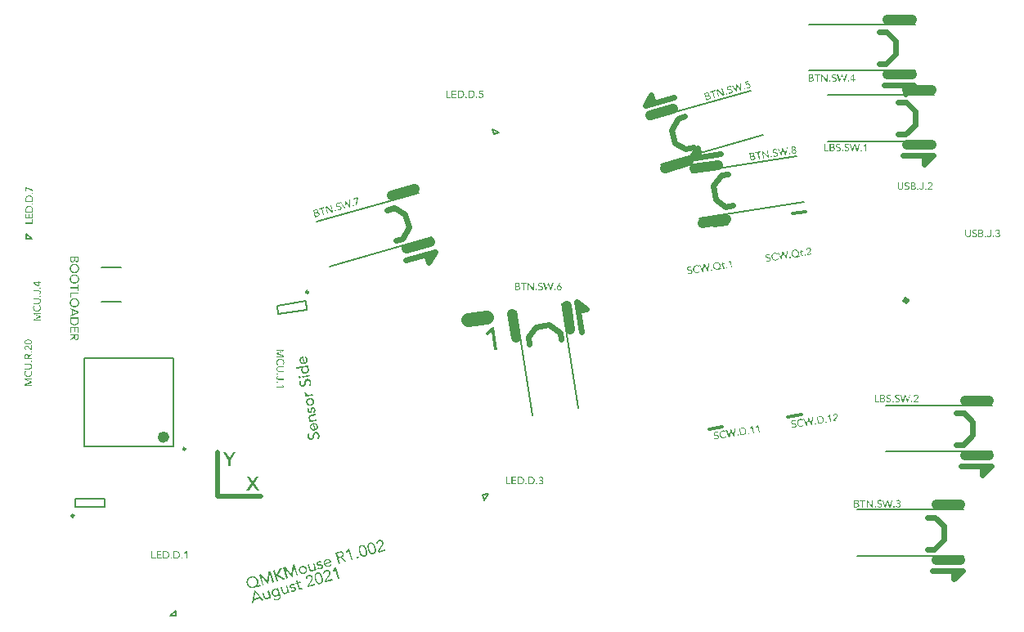
<source format=gbr>
%TF.GenerationSoftware,Altium Limited,Altium Designer,22.6.1 (34)*%
G04 Layer_Color=65535*
%FSLAX45Y45*%
%MOMM*%
%TF.SameCoordinates,EFAF5BE3-474D-4A98-89D0-AE48FBC3E593*%
%TF.FilePolarity,Positive*%
%TF.FileFunction,Legend,Top*%
%TF.Part,Single*%
G01*
G75*
%TA.AperFunction,NonConductor*%
%ADD71C,0.20000*%
%ADD86C,0.25000*%
%ADD87C,0.60000*%
%ADD88C,0.50000*%
%ADD89C,0.30000*%
%ADD90C,1.00000*%
%ADD91C,1.40000*%
G36*
X3825683Y1185351D02*
X3827082Y1185171D01*
X3828659Y1185043D01*
X3830693Y1184659D01*
X3832956Y1184148D01*
X3835219Y1183637D01*
X3837406Y1182719D01*
X3837635Y1182592D01*
X3838499Y1182260D01*
X3839465Y1181572D01*
X3841016Y1180859D01*
X3842490Y1179738D01*
X3844371Y1178541D01*
X3846175Y1176936D01*
X3847852Y1175104D01*
X3848080Y1174976D01*
X3848690Y1174187D01*
X3849401Y1173042D01*
X3850570Y1171642D01*
X3851662Y1169835D01*
X3852677Y1167621D01*
X3853743Y1165229D01*
X3854732Y1162430D01*
X3854833Y1162074D01*
X3855087Y1161183D01*
X3855263Y1159886D01*
X3855719Y1158283D01*
X3855921Y1156223D01*
X3856173Y1153984D01*
X3856425Y1151746D01*
X3856321Y1149406D01*
X3856372Y1149228D01*
X3856218Y1148414D01*
X3856166Y1147244D01*
X3855859Y1145617D01*
X3855603Y1143811D01*
X3855169Y1141955D01*
X3854045Y1137785D01*
X3853918Y1137556D01*
X3853714Y1136920D01*
X3853255Y1135827D01*
X3852897Y1134378D01*
X3852234Y1132649D01*
X3851393Y1130869D01*
X3849456Y1126853D01*
X3849328Y1126624D01*
X3848946Y1125938D01*
X3848437Y1125022D01*
X3847672Y1123650D01*
X3846780Y1122048D01*
X3845761Y1120218D01*
X3843417Y1116278D01*
X3817328Y1072659D01*
X3817378Y1072481D01*
X3876505Y1089309D01*
X3880155Y1076486D01*
X3805534Y1055248D01*
X3801073Y1070921D01*
X3832643Y1125725D01*
X3832770Y1125954D01*
X3833152Y1126640D01*
X3833662Y1127556D01*
X3834477Y1128750D01*
X3836133Y1131724D01*
X3837739Y1134876D01*
X3837866Y1135105D01*
X3838121Y1135563D01*
X3838453Y1136427D01*
X3838911Y1137520D01*
X3840084Y1140164D01*
X3841028Y1142936D01*
X3841155Y1143165D01*
X3841232Y1143572D01*
X3841386Y1144385D01*
X3841717Y1145250D01*
X3841999Y1147640D01*
X3842180Y1150387D01*
X3842129Y1150565D01*
X3842155Y1151150D01*
X3842131Y1151913D01*
X3842056Y1152854D01*
X3841879Y1154152D01*
X3841702Y1155449D01*
X3841018Y1158527D01*
X3840968Y1158705D01*
X3840816Y1159239D01*
X3840562Y1160130D01*
X3840080Y1161148D01*
X3838785Y1163667D01*
X3836957Y1166034D01*
X3836906Y1166213D01*
X3836398Y1166646D01*
X3835889Y1167078D01*
X3835280Y1167868D01*
X3833247Y1169599D01*
X3830730Y1171001D01*
X3830501Y1171128D01*
X3830094Y1171205D01*
X3829408Y1171587D01*
X3828366Y1171868D01*
X3827273Y1172327D01*
X3825874Y1172506D01*
X3822848Y1172993D01*
X3822670Y1172942D01*
X3822085Y1172968D01*
X3821271Y1173121D01*
X3820151Y1172995D01*
X3818981Y1173047D01*
X3817506Y1172820D01*
X3814250Y1172086D01*
X3812825Y1171680D01*
X3811273Y1171046D01*
X3809466Y1169954D01*
X3807303Y1168761D01*
X3805063Y1167161D01*
X3803102Y1165255D01*
X3801294Y1162815D01*
X3801167Y1162586D01*
X3800657Y1161671D01*
X3799893Y1160299D01*
X3799280Y1158392D01*
X3798591Y1156078D01*
X3797953Y1153586D01*
X3797644Y1150610D01*
X3797616Y1147329D01*
X3782479Y1144369D01*
X3782378Y1144725D01*
X3782303Y1145666D01*
X3782304Y1147014D01*
X3782153Y1148897D01*
X3782308Y1151058D01*
X3782463Y1153220D01*
X3782745Y1155611D01*
X3783205Y1158052D01*
X3783333Y1158281D01*
X3783486Y1159094D01*
X3783894Y1160366D01*
X3784430Y1161866D01*
X3785271Y1163645D01*
X3786240Y1165654D01*
X3787259Y1167484D01*
X3788635Y1169416D01*
X3788762Y1169644D01*
X3789373Y1170203D01*
X3790060Y1171169D01*
X3791282Y1172287D01*
X3792632Y1173634D01*
X3794109Y1175209D01*
X3795992Y1176708D01*
X3797927Y1178029D01*
X3798232Y1178308D01*
X3798894Y1178689D01*
X3800039Y1179400D01*
X3801541Y1180212D01*
X3803398Y1181126D01*
X3805485Y1181912D01*
X3807877Y1182978D01*
X3811617Y1184043D01*
X3813092Y1184270D01*
X3814873Y1184777D01*
X3817111Y1185029D01*
X3819350Y1185281D01*
X3821995Y1185456D01*
X3824513Y1185403D01*
X3824870Y1185504D01*
X3825683Y1185351D01*
D02*
G37*
G36*
X3736101Y1158507D02*
X3739686Y1157410D01*
X3739864Y1157460D01*
X3740093Y1157333D01*
X3741237Y1156696D01*
X3743016Y1155855D01*
X3745254Y1154759D01*
X3747643Y1153129D01*
X3750312Y1151193D01*
X3753031Y1149079D01*
X3755724Y1146380D01*
X3755775Y1146202D01*
X3756004Y1146075D01*
X3756334Y1145591D01*
X3756893Y1144980D01*
X3758112Y1143402D01*
X3759839Y1141391D01*
X3761541Y1138795D01*
X3763573Y1135715D01*
X3765477Y1132407D01*
X3767304Y1128691D01*
X3767355Y1128513D01*
X3767456Y1128157D01*
X3767786Y1127673D01*
X3768167Y1127012D01*
X3768421Y1126121D01*
X3768954Y1124925D01*
X3770019Y1122533D01*
X3771288Y1119429D01*
X3772429Y1116096D01*
X3773799Y1112636D01*
X3774863Y1108896D01*
X3774914Y1108717D01*
X3774965Y1108539D01*
X3775117Y1108005D01*
X3775320Y1107293D01*
X3775928Y1105156D01*
X3776460Y1102612D01*
X3777143Y1099533D01*
X3777801Y1095870D01*
X3778331Y1091978D01*
X3778912Y1087908D01*
X3778962Y1087730D01*
X3779064Y1087374D01*
X3779038Y1086789D01*
X3779062Y1086026D01*
X3779264Y1083965D01*
X3779312Y1081091D01*
X3779410Y1078039D01*
X3779254Y1074529D01*
X3778971Y1070790D01*
X3778331Y1066951D01*
X3778381Y1066772D01*
X3778254Y1066544D01*
X3778024Y1065323D01*
X3777412Y1063416D01*
X3776722Y1061102D01*
X3775601Y1058280D01*
X3774351Y1055229D01*
X3772517Y1052204D01*
X3770504Y1049129D01*
X3770199Y1048849D01*
X3769333Y1047833D01*
X3767984Y1046486D01*
X3765922Y1044937D01*
X3763554Y1043108D01*
X3760424Y1041254D01*
X3756887Y1039478D01*
X3752663Y1038083D01*
X3751595Y1037779D01*
X3750654Y1037704D01*
X3749585Y1037399D01*
X3748466Y1037274D01*
X3745515Y1036819D01*
X3742285Y1036669D01*
X3738647Y1036597D01*
X3735036Y1037109D01*
X3731502Y1038028D01*
X3731044Y1038283D01*
X3729951Y1038742D01*
X3728171Y1039583D01*
X3725934Y1040679D01*
X3723545Y1042309D01*
X3720698Y1044195D01*
X3717979Y1046308D01*
X3715286Y1049007D01*
X3715235Y1049185D01*
X3715006Y1049313D01*
X3714676Y1049796D01*
X3714117Y1050407D01*
X3712898Y1051985D01*
X3711348Y1054047D01*
X3709469Y1056593D01*
X3707666Y1059545D01*
X3705762Y1062853D01*
X3703934Y1066569D01*
X3703884Y1066747D01*
X3703782Y1067103D01*
X3703452Y1067586D01*
X3703249Y1068299D01*
X3702767Y1069317D01*
X3702285Y1070334D01*
X3701347Y1072955D01*
X3700129Y1075882D01*
X3698759Y1079342D01*
X3697567Y1082853D01*
X3696502Y1086593D01*
X3696452Y1086771D01*
X3696350Y1087127D01*
X3696249Y1087483D01*
X3695996Y1088374D01*
X3695616Y1090384D01*
X3694907Y1092877D01*
X3694223Y1095955D01*
X3693616Y1099441D01*
X3692908Y1103282D01*
X3692327Y1107352D01*
X3692276Y1107530D01*
X3692175Y1107886D01*
X3692201Y1108471D01*
X3692176Y1109234D01*
X3691924Y1111473D01*
X3691927Y1114169D01*
X3691778Y1117399D01*
X3691934Y1120909D01*
X3692217Y1124647D01*
X3692679Y1128437D01*
X3692628Y1128615D01*
X3692756Y1128844D01*
X3693164Y1130115D01*
X3693598Y1131971D01*
X3694415Y1134514D01*
X3695587Y1137158D01*
X3696837Y1140209D01*
X3698671Y1143233D01*
X3700684Y1146309D01*
X3700862Y1146360D01*
X3700989Y1146589D01*
X3701855Y1147605D01*
X3703204Y1148952D01*
X3705216Y1150679D01*
X3707761Y1152559D01*
X3710891Y1154412D01*
X3714428Y1156189D01*
X3718652Y1157584D01*
X3720611Y1158141D01*
X3721730Y1158267D01*
X3722850Y1158393D01*
X3725622Y1158798D01*
X3729031Y1158997D01*
X3732490Y1159019D01*
X3736101Y1158507D01*
D02*
G37*
G36*
X3645273Y1132656D02*
X3648859Y1131559D01*
X3649037Y1131610D01*
X3649265Y1131482D01*
X3650409Y1130845D01*
X3652189Y1130004D01*
X3654426Y1128908D01*
X3656815Y1127278D01*
X3659484Y1125342D01*
X3662203Y1123228D01*
X3664896Y1120529D01*
X3664947Y1120351D01*
X3665176Y1120224D01*
X3665506Y1119740D01*
X3666065Y1119129D01*
X3667284Y1117551D01*
X3669012Y1115540D01*
X3670713Y1112944D01*
X3672745Y1109864D01*
X3674649Y1106556D01*
X3676477Y1102841D01*
X3676527Y1102663D01*
X3676629Y1102306D01*
X3676959Y1101823D01*
X3677340Y1101161D01*
X3677593Y1100271D01*
X3678126Y1099075D01*
X3679192Y1096683D01*
X3680461Y1093578D01*
X3681601Y1090245D01*
X3682972Y1086785D01*
X3684036Y1083045D01*
X3684087Y1082867D01*
X3684137Y1082689D01*
X3684289Y1082155D01*
X3684492Y1081442D01*
X3685100Y1079305D01*
X3685632Y1076761D01*
X3686315Y1073683D01*
X3686973Y1070019D01*
X3687503Y1066127D01*
X3688084Y1062057D01*
X3688135Y1061879D01*
X3688236Y1061523D01*
X3688210Y1060938D01*
X3688235Y1060175D01*
X3688436Y1058115D01*
X3688484Y1055240D01*
X3688583Y1052188D01*
X3688426Y1048678D01*
X3688143Y1044940D01*
X3687503Y1041100D01*
X3687554Y1040922D01*
X3687426Y1040693D01*
X3687196Y1039472D01*
X3686584Y1037565D01*
X3685895Y1035252D01*
X3684773Y1032429D01*
X3683523Y1029379D01*
X3681689Y1026354D01*
X3679677Y1023278D01*
X3679371Y1022999D01*
X3678505Y1021982D01*
X3677156Y1020636D01*
X3675094Y1019086D01*
X3672727Y1017257D01*
X3669596Y1015404D01*
X3666059Y1013627D01*
X3661836Y1012232D01*
X3660767Y1011928D01*
X3659826Y1011853D01*
X3658757Y1011549D01*
X3657638Y1011423D01*
X3654687Y1010968D01*
X3651457Y1010819D01*
X3647820Y1010746D01*
X3644209Y1011258D01*
X3640674Y1012178D01*
X3640216Y1012433D01*
X3639123Y1012892D01*
X3637344Y1013733D01*
X3635107Y1014829D01*
X3632718Y1016459D01*
X3629871Y1018344D01*
X3627151Y1020458D01*
X3624458Y1023156D01*
X3624408Y1023335D01*
X3624179Y1023462D01*
X3623848Y1023946D01*
X3623290Y1024556D01*
X3622070Y1026135D01*
X3620521Y1028197D01*
X3618641Y1030742D01*
X3616839Y1033694D01*
X3614934Y1037002D01*
X3613107Y1040718D01*
X3613056Y1040896D01*
X3612955Y1041252D01*
X3612624Y1041736D01*
X3612422Y1042448D01*
X3611940Y1043466D01*
X3611457Y1044484D01*
X3610519Y1047105D01*
X3609301Y1050031D01*
X3607931Y1053491D01*
X3606739Y1057002D01*
X3605675Y1060742D01*
X3605624Y1060920D01*
X3605523Y1061277D01*
X3605422Y1061633D01*
X3605168Y1062523D01*
X3604789Y1064533D01*
X3604079Y1067026D01*
X3603395Y1070105D01*
X3602789Y1073590D01*
X3602080Y1077431D01*
X3601499Y1081501D01*
X3601449Y1081679D01*
X3601347Y1082035D01*
X3601373Y1082620D01*
X3601349Y1083384D01*
X3601097Y1085622D01*
X3601099Y1088318D01*
X3600950Y1091548D01*
X3601106Y1095058D01*
X3601390Y1098797D01*
X3601852Y1102586D01*
X3601801Y1102764D01*
X3601928Y1102993D01*
X3602336Y1104264D01*
X3602771Y1106120D01*
X3603587Y1108663D01*
X3604760Y1111307D01*
X3606009Y1114358D01*
X3607844Y1117383D01*
X3609856Y1120459D01*
X3610034Y1120509D01*
X3610162Y1120738D01*
X3611028Y1121754D01*
X3612377Y1123101D01*
X3614388Y1124829D01*
X3616933Y1126708D01*
X3620064Y1128562D01*
X3623601Y1130338D01*
X3627824Y1131733D01*
X3629783Y1132291D01*
X3630903Y1132417D01*
X3632022Y1132543D01*
X3634795Y1132947D01*
X3638203Y1133147D01*
X3641662Y1133169D01*
X3645273Y1132656D01*
D02*
G37*
G36*
X3591383Y1013550D02*
X3592604Y1013320D01*
X3594054Y1012963D01*
X3595426Y1012198D01*
X3595655Y1012071D01*
X3596112Y1011816D01*
X3596621Y1011383D01*
X3597587Y1010695D01*
X3598374Y1009957D01*
X3599085Y1008812D01*
X3599796Y1007667D01*
X3600380Y1006293D01*
X3600431Y1006114D01*
X3600583Y1005580D01*
X3600607Y1004817D01*
X3600683Y1003876D01*
X3600681Y1002528D01*
X3600451Y1001307D01*
X3600094Y999858D01*
X3599329Y998485D01*
X3599202Y998256D01*
X3598896Y997977D01*
X3598514Y997291D01*
X3597776Y996503D01*
X3595892Y995004D01*
X3594747Y994293D01*
X3593373Y993709D01*
X3592660Y993507D01*
X3591897Y993482D01*
X3590956Y993407D01*
X3589786Y993459D01*
X3588387Y993638D01*
X3587116Y994047D01*
X3585616Y994582D01*
X3585387Y994710D01*
X3585108Y995015D01*
X3584421Y995397D01*
X3583634Y996136D01*
X3582795Y997052D01*
X3582135Y998019D01*
X3581373Y999343D01*
X3580790Y1000717D01*
X3580739Y1000895D01*
X3580587Y1001429D01*
X3580562Y1002192D01*
X3580487Y1003133D01*
X3580539Y1004303D01*
X3580769Y1005524D01*
X3581127Y1006973D01*
X3581713Y1008295D01*
X3581840Y1008524D01*
X3582095Y1008982D01*
X3582528Y1009490D01*
X3583216Y1010456D01*
X3584132Y1011294D01*
X3585100Y1011955D01*
X3586423Y1012716D01*
X3587797Y1013300D01*
X3588509Y1013503D01*
X3589272Y1013527D01*
X3590214Y1013602D01*
X3591383Y1013550D01*
D02*
G37*
G36*
X3538394Y979217D02*
X3524681Y975314D01*
X3496803Y1073265D01*
X3496446Y1073164D01*
X3480628Y1049602D01*
X3469597Y1057244D01*
X3493565Y1091403D01*
X3505498Y1094800D01*
X3538394Y979217D01*
D02*
G37*
G36*
X3417948Y1066224D02*
X3420873Y1066094D01*
X3423671Y1065735D01*
X3424077Y1065658D01*
X3424891Y1065505D01*
X3426391Y1064969D01*
X3428069Y1064484D01*
X3430256Y1063566D01*
X3432493Y1062470D01*
X3434832Y1061018D01*
X3437093Y1059159D01*
X3437373Y1058854D01*
X3438110Y1058294D01*
X3439050Y1057021D01*
X3440498Y1055315D01*
X3441920Y1053025D01*
X3443265Y1050327D01*
X3444762Y1047095D01*
X3446005Y1043406D01*
X3446055Y1043228D01*
X3446157Y1042872D01*
X3446360Y1042159D01*
X3446435Y1041218D01*
X3446739Y1040150D01*
X3446916Y1038852D01*
X3447192Y1035851D01*
X3447087Y1032163D01*
X3446625Y1028374D01*
X3445807Y1024483D01*
X3445017Y1022526D01*
X3444048Y1020517D01*
X3443793Y1020060D01*
X3442978Y1018865D01*
X3441603Y1016933D01*
X3439693Y1014850D01*
X3437173Y1012207D01*
X3434067Y1009591D01*
X3430198Y1006949D01*
X3425694Y1004512D01*
X3473746Y960817D01*
X3456827Y956002D01*
X3410733Y998906D01*
X3393279Y993939D01*
X3408030Y942114D01*
X3394316Y938211D01*
X3361420Y1053793D01*
X3393833Y1063018D01*
X3396021Y1063449D01*
X3398514Y1064158D01*
X3401414Y1064791D01*
X3404543Y1065297D01*
X3407672Y1065802D01*
X3408028Y1065904D01*
X3409148Y1066030D01*
X3410852Y1066130D01*
X3412912Y1066331D01*
X3415380Y1066456D01*
X3417948Y1066224D01*
D02*
G37*
G36*
X3200278Y965191D02*
X3203254Y964883D01*
X3203661Y964806D01*
X3204475Y964653D01*
X3206153Y964168D01*
X3207882Y963505D01*
X3210068Y962587D01*
X3212356Y961313D01*
X3214796Y959505D01*
X3217108Y957467D01*
X3208628Y947353D01*
X3208399Y947480D01*
X3207891Y947913D01*
X3207154Y948474D01*
X3206188Y949161D01*
X3204994Y949977D01*
X3203621Y950741D01*
X3200163Y952067D01*
X3199935Y952194D01*
X3199350Y952221D01*
X3198307Y952501D01*
X3197086Y952731D01*
X3195560Y952682D01*
X3193805Y952760D01*
X3191974Y952431D01*
X3189786Y952001D01*
X3188183Y951545D01*
X3186504Y950682D01*
X3184646Y949768D01*
X3184468Y949718D01*
X3184340Y949489D01*
X3183195Y948778D01*
X3181744Y947787D01*
X3180395Y946441D01*
X3180089Y946161D01*
X3179402Y945195D01*
X3178637Y943823D01*
X3177796Y942043D01*
X3177720Y941636D01*
X3177617Y940645D01*
X3177539Y938890D01*
X3177867Y937058D01*
X3177918Y936880D01*
X3177969Y936702D01*
X3178451Y935684D01*
X3179213Y934361D01*
X3180509Y933189D01*
X3180915Y933112D01*
X3181831Y932603D01*
X3183560Y931940D01*
X3185645Y931378D01*
X3185823Y931429D01*
X3186230Y931352D01*
X3186815Y931326D01*
X3187628Y931173D01*
X3189790Y931018D01*
X3192359Y930786D01*
X3192537Y930837D01*
X3192944Y930760D01*
X3193707Y930785D01*
X3194826Y930911D01*
X3197243Y931214D01*
X3200066Y931440D01*
X3200244Y931490D01*
X3201007Y931515D01*
X3202126Y931641D01*
X3203474Y931640D01*
X3205000Y931689D01*
X3206756Y931611D01*
X3210443Y931505D01*
X3210621Y931556D01*
X3211206Y931530D01*
X3212198Y931427D01*
X3213419Y931197D01*
X3216445Y930711D01*
X3219623Y929690D01*
X3219852Y929563D01*
X3220310Y929308D01*
X3221174Y928977D01*
X3222089Y928467D01*
X3223284Y927652D01*
X3224656Y926887D01*
X3227020Y924672D01*
X3227249Y924545D01*
X3227579Y924061D01*
X3228188Y923272D01*
X3228849Y922305D01*
X3229610Y920981D01*
X3230244Y919429D01*
X3231108Y917750D01*
X3231716Y915613D01*
X3231817Y915256D01*
X3232020Y914544D01*
X3232197Y913247D01*
X3232424Y911771D01*
X3232575Y909889D01*
X3232726Y908007D01*
X3232571Y905845D01*
X3232187Y903810D01*
X3232060Y903582D01*
X3231856Y902946D01*
X3231575Y901904D01*
X3231167Y900632D01*
X3230453Y899082D01*
X3229561Y897480D01*
X3227370Y894354D01*
X3227243Y894125D01*
X3226810Y893617D01*
X3226021Y893007D01*
X3224977Y891940D01*
X3223755Y890822D01*
X3222304Y889832D01*
X3220548Y888562D01*
X3218741Y887470D01*
X3218563Y887419D01*
X3217901Y887038D01*
X3216883Y886556D01*
X3215509Y885973D01*
X3213830Y885109D01*
X3211921Y884374D01*
X3207876Y883030D01*
X3206273Y882574D01*
X3204441Y882245D01*
X3202076Y881764D01*
X3199303Y881360D01*
X3196301Y881083D01*
X3193249Y880985D01*
X3190146Y881064D01*
X3189739Y881141D01*
X3188747Y881244D01*
X3187247Y881779D01*
X3185162Y882341D01*
X3182747Y883386D01*
X3180052Y884737D01*
X3177078Y886393D01*
X3174130Y888634D01*
X3182051Y899360D01*
X3182280Y899232D01*
X3182966Y898850D01*
X3183932Y898163D01*
X3185305Y897398D01*
X3186728Y896455D01*
X3188508Y895614D01*
X3192372Y894212D01*
X3192601Y894084D01*
X3193364Y894109D01*
X3194407Y893828D01*
X3195933Y893877D01*
X3197688Y893799D01*
X3199799Y893822D01*
X3201986Y894252D01*
X3204531Y894784D01*
X3206490Y895342D01*
X3208220Y896027D01*
X3210255Y896991D01*
X3210434Y897042D01*
X3210739Y897321D01*
X3211223Y897651D01*
X3211884Y898032D01*
X3213463Y899251D01*
X3215168Y900699D01*
X3215346Y900750D01*
X3215474Y900979D01*
X3216289Y902173D01*
X3217231Y903597D01*
X3218073Y905376D01*
X3218022Y905554D01*
X3218149Y905783D01*
X3218353Y906419D01*
X3218507Y907233D01*
X3218534Y909166D01*
X3218104Y911354D01*
X3218053Y911532D01*
X3217952Y911888D01*
X3217800Y912422D01*
X3217419Y913084D01*
X3216607Y914585D01*
X3215260Y915935D01*
X3215209Y916113D01*
X3214981Y916240D01*
X3213837Y916877D01*
X3212464Y917642D01*
X3210557Y918254D01*
X3210379Y918203D01*
X3210150Y918331D01*
X3209515Y918535D01*
X3208701Y918688D01*
X3206946Y918766D01*
X3204606Y918870D01*
X3204428Y918820D01*
X3204021Y918897D01*
X3203436Y918922D01*
X3202673Y918898D01*
X3200562Y918875D01*
X3198323Y918622D01*
X3198145Y918572D01*
X3197382Y918547D01*
X3196212Y918599D01*
X3194864Y918601D01*
X3193160Y918501D01*
X3191278Y918350D01*
X3187234Y918354D01*
X3187056Y918303D01*
X3186293Y918279D01*
X3185301Y918381D01*
X3184080Y918612D01*
X3180926Y918869D01*
X3177621Y919661D01*
X3177392Y919788D01*
X3176934Y920043D01*
X3176070Y920375D01*
X3174977Y920834D01*
X3172460Y922235D01*
X3169970Y924222D01*
X3169919Y924400D01*
X3169411Y924833D01*
X3168852Y925444D01*
X3168141Y926589D01*
X3167430Y927734D01*
X3166567Y929414D01*
X3165882Y931144D01*
X3165095Y933230D01*
X3165045Y933409D01*
X3164842Y934121D01*
X3164716Y935240D01*
X3164488Y936715D01*
X3164261Y938191D01*
X3164339Y939946D01*
X3164367Y941879D01*
X3164623Y943684D01*
X3164750Y943913D01*
X3164954Y944549D01*
X3165286Y945413D01*
X3165694Y946685D01*
X3166280Y948007D01*
X3167172Y949608D01*
X3169235Y952506D01*
X3169363Y952734D01*
X3169796Y953243D01*
X3170534Y954030D01*
X3171451Y954869D01*
X3172673Y955987D01*
X3173895Y957105D01*
X3177102Y959365D01*
X3177280Y959416D01*
X3177941Y959796D01*
X3178909Y960457D01*
X3180054Y961168D01*
X3181606Y961802D01*
X3183286Y962665D01*
X3187153Y963958D01*
X3188578Y964364D01*
X3190231Y964642D01*
X3192241Y965021D01*
X3194708Y965146D01*
X3197354Y965321D01*
X3200278Y965191D01*
D02*
G37*
G36*
X3280853Y988509D02*
X3283600Y988328D01*
X3284007Y988251D01*
X3284821Y988098D01*
X3286219Y987918D01*
X3288076Y987484D01*
X3290339Y986973D01*
X3292525Y986055D01*
X3294941Y985010D01*
X3297406Y983786D01*
X3297635Y983659D01*
X3298372Y983099D01*
X3299567Y982284D01*
X3301091Y980985D01*
X3302845Y979559D01*
X3304700Y977777D01*
X3306656Y975638D01*
X3308485Y973271D01*
X3308765Y972965D01*
X3309196Y972126D01*
X3310187Y970675D01*
X3311278Y968868D01*
X3312344Y966476D01*
X3313690Y963778D01*
X3314780Y960623D01*
X3315972Y957112D01*
X3317087Y953194D01*
X3255289Y935606D01*
X3255339Y935428D01*
X3255542Y934715D01*
X3255974Y933875D01*
X3256507Y932679D01*
X3257090Y931305D01*
X3258081Y929855D01*
X3260112Y926775D01*
X3260341Y926648D01*
X3260671Y926164D01*
X3261459Y925426D01*
X3262297Y924509D01*
X3264788Y922523D01*
X3267685Y920459D01*
X3267914Y920332D01*
X3268372Y920077D01*
X3269287Y919568D01*
X3270558Y919159D01*
X3271880Y918573D01*
X3273380Y918037D01*
X3276864Y917296D01*
X3277042Y917347D01*
X3277677Y917143D01*
X3278797Y917269D01*
X3279967Y917217D01*
X3281493Y917266D01*
X3283324Y917595D01*
X3287166Y918303D01*
X3288591Y918709D01*
X3290143Y919343D01*
X3292051Y920078D01*
X3294087Y921043D01*
X3296250Y922236D01*
X3298362Y923607D01*
X3300424Y925157D01*
X3300552Y925386D01*
X3301163Y925945D01*
X3302028Y926961D01*
X3303149Y928435D01*
X3304448Y929960D01*
X3305772Y932070D01*
X3306868Y934307D01*
X3308092Y936773D01*
X3320067Y931902D01*
X3320117Y931724D01*
X3319812Y931445D01*
X3319225Y930123D01*
X3318257Y928114D01*
X3316983Y925827D01*
X3315225Y923209D01*
X3313340Y920362D01*
X3310997Y917770D01*
X3308426Y915306D01*
X3308121Y915026D01*
X3307153Y914366D01*
X3305525Y913325D01*
X3303539Y912182D01*
X3300893Y910659D01*
X3297839Y909212D01*
X3294378Y907842D01*
X3290511Y906549D01*
X3288908Y906093D01*
X3287255Y905815D01*
X3285067Y905385D01*
X3282294Y904980D01*
X3279471Y904754D01*
X3276419Y904656D01*
X3273443Y904964D01*
X3273036Y905041D01*
X3272044Y905143D01*
X3270595Y905501D01*
X3268688Y906113D01*
X3266374Y906802D01*
X3263831Y907619D01*
X3261416Y908664D01*
X3258900Y910066D01*
X3258671Y910193D01*
X3257705Y910881D01*
X3256511Y911696D01*
X3254986Y912995D01*
X3253232Y914421D01*
X3251377Y916203D01*
X3249421Y918342D01*
X3247592Y920709D01*
X3247313Y921014D01*
X3246881Y921854D01*
X3245941Y923127D01*
X3245028Y924984D01*
X3243784Y927326D01*
X3242540Y929667D01*
X3241500Y932644D01*
X3240460Y935621D01*
X3240410Y935799D01*
X3240359Y935977D01*
X3240055Y937045D01*
X3239726Y938877D01*
X3239296Y941065D01*
X3238942Y943660D01*
X3238666Y946661D01*
X3238618Y949535D01*
X3238697Y952638D01*
X3238774Y953045D01*
X3238877Y954037D01*
X3239184Y955664D01*
X3239567Y957699D01*
X3240256Y960013D01*
X3241073Y962555D01*
X3242067Y965149D01*
X3243240Y967793D01*
X3243367Y968021D01*
X3243877Y968937D01*
X3244692Y970131D01*
X3245940Y971834D01*
X3247366Y973587D01*
X3248920Y975570D01*
X3251058Y977526D01*
X3253197Y979482D01*
X3253502Y979762D01*
X3254291Y980371D01*
X3255793Y981184D01*
X3257549Y982454D01*
X3259712Y983647D01*
X3262282Y984763D01*
X3265031Y985931D01*
X3268185Y987021D01*
X3269610Y987427D01*
X3271086Y987654D01*
X3273095Y988033D01*
X3275512Y988336D01*
X3278157Y988512D01*
X3280853Y988509D01*
D02*
G37*
G36*
X3276607Y874907D02*
X3278006Y874728D01*
X3279582Y874599D01*
X3281617Y874215D01*
X3283880Y873704D01*
X3286143Y873193D01*
X3288329Y872276D01*
X3288558Y872148D01*
X3289423Y871817D01*
X3290389Y871129D01*
X3291939Y870415D01*
X3293413Y869294D01*
X3295294Y868097D01*
X3297099Y866493D01*
X3298775Y864660D01*
X3299004Y864532D01*
X3299614Y863744D01*
X3300325Y862598D01*
X3301493Y861198D01*
X3302585Y859391D01*
X3303600Y857177D01*
X3304666Y854785D01*
X3305655Y851987D01*
X3305757Y851630D01*
X3306010Y850740D01*
X3306187Y849443D01*
X3306643Y847840D01*
X3306844Y845779D01*
X3307096Y843541D01*
X3307348Y841302D01*
X3307244Y838963D01*
X3307295Y838784D01*
X3307141Y837971D01*
X3307089Y836801D01*
X3306783Y835173D01*
X3306527Y833368D01*
X3306092Y831511D01*
X3304969Y827341D01*
X3304841Y827112D01*
X3304637Y826477D01*
X3304178Y825384D01*
X3303821Y823934D01*
X3303158Y822205D01*
X3302316Y820426D01*
X3300379Y816409D01*
X3300252Y816180D01*
X3299870Y815494D01*
X3299360Y814579D01*
X3298596Y813206D01*
X3297704Y811605D01*
X3296685Y809774D01*
X3294341Y805834D01*
X3268251Y762215D01*
X3268302Y762037D01*
X3327429Y778866D01*
X3331078Y766043D01*
X3256457Y744805D01*
X3251997Y760477D01*
X3283566Y815282D01*
X3283693Y815510D01*
X3284076Y816197D01*
X3284585Y817112D01*
X3285400Y818306D01*
X3287057Y821281D01*
X3288662Y824433D01*
X3288790Y824662D01*
X3289044Y825119D01*
X3289376Y825984D01*
X3289835Y827077D01*
X3291008Y829721D01*
X3291952Y832492D01*
X3292079Y832721D01*
X3292156Y833128D01*
X3292309Y833942D01*
X3292641Y834806D01*
X3292923Y837197D01*
X3293104Y839943D01*
X3293053Y840122D01*
X3293079Y840706D01*
X3293054Y841469D01*
X3292979Y842411D01*
X3292802Y843708D01*
X3292626Y845005D01*
X3291942Y848084D01*
X3291891Y848262D01*
X3291739Y848796D01*
X3291486Y849686D01*
X3291004Y850704D01*
X3289709Y853224D01*
X3287880Y855591D01*
X3287829Y855769D01*
X3287321Y856202D01*
X3286813Y856635D01*
X3286203Y857424D01*
X3284170Y859156D01*
X3281654Y860557D01*
X3281425Y860684D01*
X3281018Y860761D01*
X3280332Y861143D01*
X3279289Y861424D01*
X3278196Y861883D01*
X3276797Y862063D01*
X3273771Y862549D01*
X3273593Y862498D01*
X3273008Y862524D01*
X3272194Y862678D01*
X3271075Y862552D01*
X3269905Y862604D01*
X3268430Y862376D01*
X3265173Y861642D01*
X3263749Y861237D01*
X3262196Y860602D01*
X3260389Y859510D01*
X3258226Y858317D01*
X3255986Y856717D01*
X3254026Y854812D01*
X3252218Y852372D01*
X3252090Y852143D01*
X3251581Y851228D01*
X3250816Y849855D01*
X3250204Y847948D01*
X3249515Y845634D01*
X3248876Y843142D01*
X3248568Y840167D01*
X3248539Y836886D01*
X3233403Y833925D01*
X3233301Y834282D01*
X3233226Y835223D01*
X3233227Y836571D01*
X3233077Y838453D01*
X3233232Y840615D01*
X3233386Y842777D01*
X3233669Y845167D01*
X3234129Y847608D01*
X3234256Y847837D01*
X3234410Y848651D01*
X3234818Y849922D01*
X3235354Y851422D01*
X3236195Y853202D01*
X3237163Y855210D01*
X3238182Y857040D01*
X3239558Y858972D01*
X3239685Y859201D01*
X3240296Y859760D01*
X3240984Y860726D01*
X3242206Y861844D01*
X3243556Y863190D01*
X3245032Y864766D01*
X3246916Y866264D01*
X3248850Y867585D01*
X3249156Y867864D01*
X3249817Y868245D01*
X3250963Y868956D01*
X3252464Y869769D01*
X3254322Y870682D01*
X3256408Y871469D01*
X3258800Y872534D01*
X3262540Y873599D01*
X3264016Y873826D01*
X3265797Y874333D01*
X3268035Y874585D01*
X3270274Y874837D01*
X3272919Y875013D01*
X3275437Y874959D01*
X3275793Y875061D01*
X3276607Y874907D01*
D02*
G37*
G36*
X3156785Y890051D02*
X3156836Y889873D01*
X3157039Y889161D01*
X3157343Y888092D01*
X3157698Y886845D01*
X3158281Y885471D01*
X3158737Y883868D01*
X3159929Y880357D01*
X3159980Y880179D01*
X3160132Y879645D01*
X3160563Y878805D01*
X3160867Y877737D01*
X3161806Y875116D01*
X3162617Y872266D01*
X3150328Y868769D01*
X3150278Y868947D01*
X3150177Y869303D01*
X3150024Y869837D01*
X3149771Y870728D01*
X3149213Y872687D01*
X3148427Y874773D01*
X3148376Y874952D01*
X3148275Y875308D01*
X3148072Y876020D01*
X3147869Y876733D01*
X3147261Y878869D01*
X3146602Y881185D01*
X3146068Y881033D01*
X3146119Y880855D01*
X3146042Y880448D01*
X3145838Y879812D01*
X3145634Y879177D01*
X3144894Y877041D01*
X3143849Y874625D01*
X3143721Y874397D01*
X3143594Y874168D01*
X3143212Y873482D01*
X3142702Y872566D01*
X3141377Y870457D01*
X3139696Y868246D01*
X3139518Y868195D01*
X3139263Y867737D01*
X3138652Y867178D01*
X3137863Y866569D01*
X3136947Y865731D01*
X3135852Y864841D01*
X3133256Y863140D01*
X3133078Y863089D01*
X3132594Y862759D01*
X3131755Y862327D01*
X3130737Y861845D01*
X3129592Y861134D01*
X3128039Y860500D01*
X3124706Y859359D01*
X3123460Y859004D01*
X3121984Y858777D01*
X3120153Y858448D01*
X3118143Y858068D01*
X3115904Y857816D01*
X3113437Y857692D01*
X3111097Y857796D01*
X3110869Y857923D01*
X3110106Y857898D01*
X3108885Y858129D01*
X3107614Y858537D01*
X3105885Y859200D01*
X3103978Y859812D01*
X3102198Y860654D01*
X3100368Y861673D01*
X3100139Y861800D01*
X3099631Y862233D01*
X3098665Y862921D01*
X3097598Y863965D01*
X3096302Y865136D01*
X3094955Y866485D01*
X3093558Y868013D01*
X3092237Y869947D01*
X3092136Y870304D01*
X3091755Y870965D01*
X3091044Y872111D01*
X3090460Y873484D01*
X3089547Y875342D01*
X3088582Y877378D01*
X3087695Y879820D01*
X3086985Y882314D01*
X3073553Y929508D01*
X3086375Y933158D01*
X3099453Y887210D01*
X3099504Y887032D01*
X3099554Y886854D01*
X3099706Y886320D01*
X3099909Y885607D01*
X3100594Y883877D01*
X3101558Y881841D01*
X3102752Y879678D01*
X3104224Y877209D01*
X3105774Y875148D01*
X3107857Y873238D01*
X3108086Y873111D01*
X3109001Y872601D01*
X3110145Y871964D01*
X3111823Y871479D01*
X3114086Y870968D01*
X3116477Y870686D01*
X3119351Y870734D01*
X3122608Y871468D01*
X3123676Y871772D01*
X3124694Y872254D01*
X3126297Y872710D01*
X3127798Y873523D01*
X3129478Y874386D01*
X3131158Y875249D01*
X3132736Y876468D01*
X3132863Y876697D01*
X3133347Y877027D01*
X3134085Y877815D01*
X3134951Y878831D01*
X3135766Y880026D01*
X3136759Y881271D01*
X3138314Y884601D01*
X3138442Y884830D01*
X3138646Y885466D01*
X3138926Y886509D01*
X3139157Y887729D01*
X3139514Y889179D01*
X3139770Y890984D01*
X3139976Y892968D01*
X3139953Y895079D01*
X3139902Y895257D01*
X3139877Y896020D01*
X3139879Y897368D01*
X3139651Y898844D01*
X3139500Y900726D01*
X3139070Y902914D01*
X3138640Y905101D01*
X3137931Y907595D01*
X3127337Y944816D01*
X3140160Y948466D01*
X3156785Y890051D01*
D02*
G37*
G36*
X3029512Y915819D02*
X3029919Y915742D01*
X3030910Y915639D01*
X3032538Y915332D01*
X3034572Y914949D01*
X3036835Y914438D01*
X3039378Y913621D01*
X3041971Y912627D01*
X3044666Y911276D01*
X3044895Y911149D01*
X3045810Y910639D01*
X3047233Y909696D01*
X3048885Y908627D01*
X3050690Y907022D01*
X3052723Y905291D01*
X3054857Y903203D01*
X3056864Y900886D01*
X3057143Y900581D01*
X3057753Y899792D01*
X3058743Y898341D01*
X3059835Y896534D01*
X3061029Y894371D01*
X3062374Y891673D01*
X3063592Y888747D01*
X3064682Y885592D01*
X3064733Y885414D01*
X3064784Y885236D01*
X3064936Y884702D01*
X3065088Y884167D01*
X3065417Y882336D01*
X3065847Y880148D01*
X3066200Y877553D01*
X3066299Y874501D01*
X3066397Y871449D01*
X3066140Y868295D01*
X3066063Y867888D01*
X3065960Y866896D01*
X3065654Y865269D01*
X3065219Y863413D01*
X3064530Y861099D01*
X3063713Y858556D01*
X3062541Y855912D01*
X3061190Y853217D01*
X3061063Y852989D01*
X3060553Y852074D01*
X3059560Y850828D01*
X3058490Y849176D01*
X3056886Y847372D01*
X3055154Y845339D01*
X3053015Y843383D01*
X3050699Y841376D01*
X3050393Y841096D01*
X3049554Y840665D01*
X3048103Y839674D01*
X3046296Y838583D01*
X3043955Y837338D01*
X3041385Y836222D01*
X3038280Y834953D01*
X3035126Y833863D01*
X3033701Y833458D01*
X3031869Y833129D01*
X3029681Y832699D01*
X3027087Y832345D01*
X3024085Y832068D01*
X3021033Y831970D01*
X3017930Y832049D01*
X3017523Y832126D01*
X3016531Y832229D01*
X3014904Y832536D01*
X3012869Y832919D01*
X3010555Y833608D01*
X3008013Y834425D01*
X3005241Y835369D01*
X3002597Y836541D01*
X3002369Y836669D01*
X3001453Y837178D01*
X3000208Y838172D01*
X2998556Y839242D01*
X2996574Y840795D01*
X2994719Y842577D01*
X2992635Y844487D01*
X2990628Y846804D01*
X2990349Y847109D01*
X2989739Y847898D01*
X2988927Y849400D01*
X2987835Y851207D01*
X2986413Y853497D01*
X2985246Y856245D01*
X2984028Y859172D01*
X2982937Y862327D01*
X2982887Y862505D01*
X2982836Y862683D01*
X2982532Y863751D01*
X2982203Y865583D01*
X2981773Y867771D01*
X2981419Y870366D01*
X2981143Y873367D01*
X2981095Y876241D01*
X2981352Y879395D01*
X2981429Y879802D01*
X2981532Y880794D01*
X2981839Y882421D01*
X2982222Y884455D01*
X2982911Y886769D01*
X2983728Y889312D01*
X2984723Y891905D01*
X2986073Y894600D01*
X2986201Y894829D01*
X2986888Y895795D01*
X2987703Y896989D01*
X2988952Y898692D01*
X2990378Y900445D01*
X2992287Y902529D01*
X2994426Y904485D01*
X2996743Y906492D01*
X2997048Y906772D01*
X2997837Y907381D01*
X2999338Y908194D01*
X3001095Y909464D01*
X3003436Y910708D01*
X3006184Y911875D01*
X3009110Y913093D01*
X3012265Y914183D01*
X3013868Y914639D01*
X3015522Y914917D01*
X3017709Y915347D01*
X3020304Y915701D01*
X3023306Y915978D01*
X3026358Y916076D01*
X3029512Y915819D01*
D02*
G37*
G36*
X2762409Y826129D02*
X2840090Y780471D01*
X2820143Y774794D01*
X2748386Y817903D01*
X2746427Y817345D01*
X2763154Y758574D01*
X2749441Y754671D01*
X2716544Y870254D01*
X2730257Y874157D01*
X2744450Y824291D01*
X2746409Y824848D01*
X2784754Y889667D01*
X2804522Y895294D01*
X2762409Y826129D01*
D02*
G37*
G36*
X3094952Y823206D02*
X3096350Y823027D01*
X3097927Y822898D01*
X3099962Y822514D01*
X3102225Y822003D01*
X3104488Y821492D01*
X3106674Y820574D01*
X3106903Y820447D01*
X3107767Y820115D01*
X3108733Y819428D01*
X3110284Y818714D01*
X3111758Y817593D01*
X3113639Y816396D01*
X3115443Y814792D01*
X3117120Y812959D01*
X3117349Y812831D01*
X3117959Y812042D01*
X3118670Y810897D01*
X3119838Y809497D01*
X3120930Y807690D01*
X3121945Y805476D01*
X3123011Y803084D01*
X3124000Y800285D01*
X3124101Y799929D01*
X3124355Y799039D01*
X3124531Y797741D01*
X3124988Y796138D01*
X3125189Y794078D01*
X3125441Y791840D01*
X3125693Y789601D01*
X3125589Y787261D01*
X3125640Y787083D01*
X3125486Y786269D01*
X3125434Y785100D01*
X3125127Y783472D01*
X3124871Y781666D01*
X3124437Y779810D01*
X3123314Y775640D01*
X3123186Y775411D01*
X3122982Y774775D01*
X3122523Y773682D01*
X3122165Y772233D01*
X3121503Y770504D01*
X3120661Y768724D01*
X3118724Y764708D01*
X3118597Y764479D01*
X3118215Y763793D01*
X3117705Y762878D01*
X3116941Y761505D01*
X3116049Y759903D01*
X3115030Y758073D01*
X3112685Y754133D01*
X3086596Y710514D01*
X3086647Y710336D01*
X3145774Y727164D01*
X3149423Y714341D01*
X3074802Y693104D01*
X3070342Y708776D01*
X3101911Y763580D01*
X3102038Y763809D01*
X3102421Y764496D01*
X3102930Y765411D01*
X3103745Y766605D01*
X3105401Y769579D01*
X3107007Y772731D01*
X3107135Y772960D01*
X3107389Y773418D01*
X3107721Y774282D01*
X3108180Y775376D01*
X3109352Y778020D01*
X3110296Y780791D01*
X3110424Y781020D01*
X3110501Y781427D01*
X3110654Y782240D01*
X3110985Y783105D01*
X3111268Y785495D01*
X3111448Y788242D01*
X3111398Y788420D01*
X3111424Y789005D01*
X3111399Y789768D01*
X3111324Y790709D01*
X3111147Y792007D01*
X3110970Y793304D01*
X3110287Y796382D01*
X3110236Y796561D01*
X3110084Y797095D01*
X3109831Y797985D01*
X3109348Y799003D01*
X3108054Y801522D01*
X3106225Y803890D01*
X3106174Y804068D01*
X3105666Y804501D01*
X3105158Y804934D01*
X3104548Y805723D01*
X3102515Y807454D01*
X3099999Y808856D01*
X3099770Y808983D01*
X3099363Y809060D01*
X3098677Y809442D01*
X3097634Y809723D01*
X3096541Y810182D01*
X3095142Y810361D01*
X3092116Y810848D01*
X3091938Y810797D01*
X3091353Y810823D01*
X3090539Y810977D01*
X3089420Y810850D01*
X3088250Y810902D01*
X3086774Y810675D01*
X3083518Y809941D01*
X3082093Y809535D01*
X3080541Y808901D01*
X3078734Y807809D01*
X3076571Y806616D01*
X3074331Y805016D01*
X3072371Y803110D01*
X3070563Y800670D01*
X3070435Y800442D01*
X3069926Y799526D01*
X3069161Y798154D01*
X3068549Y796247D01*
X3067859Y793933D01*
X3067221Y791441D01*
X3066913Y788466D01*
X3066884Y785185D01*
X3051748Y782224D01*
X3051646Y782580D01*
X3051571Y783521D01*
X3051572Y784869D01*
X3051422Y786752D01*
X3051576Y788914D01*
X3051731Y791075D01*
X3052013Y793466D01*
X3052474Y795907D01*
X3052601Y796136D01*
X3052755Y796950D01*
X3053163Y798221D01*
X3053698Y799721D01*
X3054539Y801501D01*
X3055508Y803509D01*
X3056527Y805339D01*
X3057903Y807271D01*
X3058030Y807500D01*
X3058641Y808059D01*
X3059329Y809024D01*
X3060551Y810142D01*
X3061900Y811489D01*
X3063377Y813064D01*
X3065261Y814563D01*
X3067195Y815884D01*
X3067501Y816163D01*
X3068162Y816544D01*
X3069308Y817255D01*
X3070809Y818067D01*
X3072667Y818981D01*
X3074753Y819767D01*
X3077145Y820833D01*
X3080885Y821898D01*
X3082361Y822125D01*
X3084141Y822632D01*
X3086380Y822884D01*
X3088618Y823136D01*
X3091264Y823312D01*
X3093782Y823258D01*
X3094138Y823359D01*
X3094952Y823206D01*
D02*
G37*
G36*
X2971701Y817929D02*
X2957988Y814026D01*
X2930414Y910909D01*
X2930058Y910808D01*
X2916136Y802115D01*
X2907765Y799732D01*
X2838696Y884805D01*
X2838518Y884754D01*
X2866092Y787872D01*
X2852378Y783969D01*
X2819482Y899551D01*
X2839785Y905330D01*
X2904765Y825831D01*
X2905121Y825933D01*
X2918858Y927835D01*
X2938805Y933512D01*
X2971701Y817929D01*
D02*
G37*
G36*
X3398041Y785101D02*
X3384328Y781198D01*
X3356450Y879150D01*
X3356094Y879048D01*
X3340275Y855487D01*
X3329244Y863128D01*
X3353213Y897288D01*
X3365145Y900684D01*
X3398041Y785101D01*
D02*
G37*
G36*
X2720589Y746460D02*
X2706876Y742557D01*
X2679302Y839440D01*
X2678946Y839338D01*
X2665024Y730645D01*
X2656654Y728263D01*
X2587584Y813336D01*
X2587406Y813285D01*
X2614980Y716402D01*
X2601267Y712499D01*
X2568371Y828082D01*
X2588673Y833860D01*
X2653654Y754362D01*
X2654010Y754463D01*
X2667747Y856366D01*
X2687693Y862042D01*
X2720589Y746460D01*
D02*
G37*
G36*
X3187025Y848063D02*
X3190610Y846966D01*
X3190788Y847017D01*
X3191017Y846889D01*
X3192160Y846252D01*
X3193940Y845411D01*
X3196177Y844315D01*
X3198566Y842685D01*
X3201235Y840749D01*
X3203954Y838635D01*
X3206648Y835937D01*
X3206698Y835759D01*
X3206927Y835631D01*
X3207257Y835147D01*
X3207816Y834537D01*
X3209035Y832958D01*
X3210763Y830947D01*
X3212464Y828351D01*
X3214496Y825271D01*
X3216400Y821963D01*
X3218228Y818248D01*
X3218279Y818070D01*
X3218380Y817713D01*
X3218710Y817230D01*
X3219091Y816568D01*
X3219344Y815678D01*
X3219877Y814482D01*
X3220943Y812090D01*
X3222211Y808985D01*
X3223353Y805652D01*
X3224723Y802192D01*
X3225787Y798452D01*
X3225838Y798274D01*
X3225888Y798096D01*
X3226041Y797562D01*
X3226243Y796849D01*
X3226852Y794712D01*
X3227383Y792168D01*
X3228067Y789090D01*
X3228724Y785426D01*
X3229254Y781534D01*
X3229835Y777464D01*
X3229886Y777286D01*
X3229987Y776930D01*
X3229961Y776345D01*
X3229986Y775582D01*
X3230187Y773522D01*
X3230235Y770647D01*
X3230334Y767595D01*
X3230178Y764086D01*
X3229894Y760347D01*
X3229254Y756507D01*
X3229305Y756329D01*
X3229178Y756100D01*
X3228947Y754879D01*
X3228335Y752973D01*
X3227646Y750659D01*
X3226524Y747836D01*
X3225274Y744786D01*
X3223440Y741761D01*
X3221428Y738685D01*
X3221122Y738406D01*
X3220256Y737389D01*
X3218907Y736043D01*
X3216845Y734493D01*
X3214478Y732665D01*
X3211348Y730811D01*
X3207810Y729034D01*
X3203587Y727639D01*
X3202518Y727335D01*
X3201577Y727260D01*
X3200509Y726956D01*
X3199389Y726830D01*
X3196439Y726375D01*
X3193208Y726226D01*
X3189571Y726153D01*
X3185960Y726666D01*
X3182425Y727585D01*
X3181968Y727840D01*
X3180875Y728299D01*
X3179095Y729140D01*
X3176858Y730236D01*
X3174469Y731866D01*
X3171622Y733751D01*
X3168902Y735865D01*
X3166209Y738564D01*
X3166159Y738742D01*
X3165930Y738869D01*
X3165600Y739353D01*
X3165041Y739964D01*
X3163821Y741542D01*
X3162272Y743604D01*
X3160392Y746149D01*
X3158590Y749101D01*
X3156685Y752410D01*
X3154858Y756125D01*
X3154807Y756303D01*
X3154706Y756659D01*
X3154376Y757143D01*
X3154173Y757855D01*
X3153691Y758873D01*
X3153209Y759891D01*
X3152270Y762512D01*
X3151052Y765438D01*
X3149682Y768898D01*
X3148491Y772409D01*
X3147426Y776150D01*
X3147375Y776328D01*
X3147274Y776684D01*
X3147173Y777040D01*
X3146919Y777930D01*
X3146540Y779940D01*
X3145830Y782434D01*
X3145146Y785512D01*
X3144540Y788997D01*
X3143831Y792838D01*
X3143251Y796908D01*
X3143200Y797086D01*
X3143098Y797443D01*
X3143125Y798028D01*
X3143100Y798791D01*
X3142848Y801029D01*
X3142850Y803725D01*
X3142701Y806955D01*
X3142857Y810465D01*
X3143141Y814204D01*
X3143603Y817993D01*
X3143552Y818171D01*
X3143679Y818400D01*
X3144088Y819671D01*
X3144522Y821528D01*
X3145338Y824070D01*
X3146511Y826714D01*
X3147761Y829765D01*
X3149595Y832790D01*
X3151607Y835865D01*
X3151785Y835916D01*
X3151913Y836145D01*
X3152779Y837161D01*
X3154128Y838508D01*
X3156139Y840236D01*
X3158685Y842115D01*
X3161815Y843969D01*
X3165352Y845746D01*
X3169576Y847140D01*
X3171535Y847698D01*
X3172654Y847824D01*
X3173773Y847950D01*
X3176546Y848354D01*
X3179954Y848554D01*
X3183413Y848576D01*
X3187025Y848063D01*
D02*
G37*
G36*
X2920479Y731387D02*
X2923455Y731079D01*
X2923862Y731002D01*
X2924675Y730849D01*
X2926353Y730364D01*
X2928082Y729701D01*
X2930269Y728783D01*
X2932556Y727509D01*
X2934996Y725700D01*
X2937309Y723663D01*
X2928829Y713549D01*
X2928600Y713676D01*
X2928092Y714109D01*
X2927355Y714670D01*
X2926389Y715357D01*
X2925194Y716173D01*
X2923822Y716937D01*
X2920364Y718263D01*
X2920135Y718390D01*
X2919550Y718416D01*
X2918508Y718697D01*
X2917287Y718927D01*
X2915761Y718878D01*
X2914006Y718956D01*
X2912175Y718627D01*
X2909987Y718197D01*
X2908384Y717741D01*
X2906704Y716878D01*
X2904847Y715964D01*
X2904669Y715914D01*
X2904541Y715685D01*
X2903396Y714974D01*
X2901945Y713983D01*
X2900596Y712637D01*
X2900290Y712357D01*
X2899602Y711392D01*
X2898838Y710019D01*
X2897997Y708239D01*
X2897920Y707832D01*
X2897817Y706841D01*
X2897739Y705085D01*
X2898068Y703254D01*
X2898119Y703076D01*
X2898169Y702898D01*
X2898652Y701880D01*
X2899413Y700557D01*
X2900709Y699385D01*
X2901116Y699308D01*
X2902031Y698799D01*
X2903760Y698136D01*
X2905845Y697574D01*
X2906023Y697625D01*
X2906430Y697548D01*
X2907015Y697522D01*
X2907829Y697369D01*
X2909991Y697214D01*
X2912559Y696982D01*
X2912737Y697033D01*
X2913144Y696956D01*
X2913907Y696981D01*
X2915027Y697107D01*
X2917443Y697410D01*
X2920267Y697636D01*
X2920445Y697686D01*
X2921208Y697711D01*
X2922327Y697837D01*
X2923675Y697836D01*
X2925201Y697885D01*
X2926956Y697807D01*
X2930644Y697701D01*
X2930822Y697752D01*
X2931407Y697726D01*
X2932399Y697623D01*
X2933619Y697393D01*
X2936646Y696907D01*
X2939824Y695886D01*
X2940053Y695759D01*
X2940510Y695504D01*
X2941375Y695173D01*
X2942290Y694663D01*
X2943485Y693848D01*
X2944857Y693083D01*
X2947220Y690868D01*
X2947449Y690741D01*
X2947779Y690257D01*
X2948389Y689468D01*
X2949049Y688501D01*
X2949811Y687177D01*
X2950445Y685625D01*
X2951308Y683946D01*
X2951916Y681809D01*
X2952018Y681453D01*
X2952221Y680740D01*
X2952397Y679443D01*
X2952625Y677967D01*
X2952775Y676085D01*
X2952926Y674203D01*
X2952771Y672041D01*
X2952388Y670007D01*
X2952260Y669778D01*
X2952056Y669142D01*
X2951775Y668100D01*
X2951367Y666828D01*
X2950653Y665278D01*
X2949761Y663676D01*
X2947571Y660550D01*
X2947443Y660321D01*
X2947011Y659813D01*
X2946221Y659203D01*
X2945178Y658136D01*
X2943956Y657018D01*
X2942505Y656028D01*
X2940748Y654758D01*
X2938942Y653666D01*
X2938763Y653615D01*
X2938102Y653234D01*
X2937084Y652752D01*
X2935710Y652169D01*
X2934030Y651306D01*
X2932122Y650570D01*
X2928077Y649226D01*
X2926474Y648770D01*
X2924642Y648441D01*
X2922276Y647960D01*
X2919503Y647556D01*
X2916502Y647279D01*
X2913450Y647181D01*
X2910347Y647260D01*
X2909940Y647337D01*
X2908948Y647440D01*
X2907448Y647975D01*
X2905363Y648537D01*
X2902948Y649582D01*
X2900253Y650933D01*
X2897279Y652589D01*
X2894331Y654831D01*
X2902252Y665556D01*
X2902481Y665428D01*
X2903167Y665046D01*
X2904133Y664358D01*
X2905505Y663594D01*
X2906929Y662651D01*
X2908708Y661810D01*
X2912573Y660407D01*
X2912802Y660280D01*
X2913565Y660305D01*
X2914607Y660024D01*
X2916133Y660073D01*
X2917888Y659995D01*
X2919999Y660018D01*
X2922187Y660449D01*
X2924731Y660980D01*
X2926690Y661538D01*
X2928420Y662222D01*
X2930456Y663187D01*
X2930634Y663238D01*
X2930940Y663517D01*
X2931423Y663847D01*
X2932085Y664228D01*
X2933663Y665447D01*
X2935369Y666896D01*
X2935547Y666946D01*
X2935674Y667175D01*
X2936489Y668370D01*
X2937432Y669793D01*
X2938273Y671572D01*
X2938222Y671750D01*
X2938350Y671979D01*
X2938554Y672615D01*
X2938707Y673429D01*
X2938735Y675362D01*
X2938305Y677550D01*
X2938254Y677728D01*
X2938153Y678084D01*
X2938000Y678618D01*
X2937620Y679280D01*
X2936807Y680781D01*
X2935461Y682131D01*
X2935410Y682309D01*
X2935181Y682436D01*
X2934037Y683073D01*
X2932665Y683838D01*
X2930758Y684450D01*
X2930580Y684399D01*
X2930351Y684527D01*
X2929715Y684731D01*
X2928901Y684884D01*
X2927147Y684962D01*
X2924807Y685066D01*
X2924628Y685016D01*
X2924222Y685093D01*
X2923637Y685119D01*
X2922874Y685094D01*
X2920763Y685071D01*
X2918524Y684819D01*
X2918346Y684768D01*
X2917583Y684743D01*
X2916413Y684795D01*
X2915065Y684797D01*
X2913361Y684697D01*
X2911478Y684546D01*
X2907434Y684550D01*
X2907256Y684499D01*
X2906493Y684475D01*
X2905501Y684577D01*
X2904281Y684808D01*
X2901127Y685065D01*
X2897821Y685857D01*
X2897593Y685984D01*
X2897135Y686239D01*
X2896271Y686571D01*
X2895177Y687030D01*
X2892661Y688431D01*
X2890170Y690417D01*
X2890119Y690596D01*
X2889611Y691029D01*
X2889052Y691639D01*
X2888341Y692785D01*
X2887630Y693930D01*
X2886767Y695610D01*
X2886082Y697340D01*
X2885296Y699426D01*
X2885245Y699604D01*
X2885042Y700317D01*
X2884917Y701436D01*
X2884689Y702911D01*
X2884462Y704387D01*
X2884540Y706142D01*
X2884567Y708075D01*
X2884823Y709880D01*
X2884951Y710109D01*
X2885155Y710745D01*
X2885486Y711609D01*
X2885895Y712881D01*
X2886481Y714203D01*
X2887373Y715804D01*
X2889436Y718701D01*
X2889563Y718930D01*
X2889996Y719438D01*
X2890735Y720226D01*
X2891651Y721065D01*
X2892873Y722182D01*
X2894095Y723300D01*
X2897302Y725561D01*
X2897480Y725611D01*
X2898142Y725992D01*
X2899109Y726653D01*
X2900255Y727364D01*
X2901807Y727998D01*
X2903486Y728861D01*
X2907354Y730154D01*
X2908778Y730560D01*
X2910432Y730838D01*
X2912442Y731217D01*
X2914909Y731342D01*
X2917554Y731517D01*
X2920479Y731387D01*
D02*
G37*
G36*
X2508810Y809397D02*
X2508988Y809448D01*
X2509395Y809371D01*
X2510030Y809167D01*
X2510844Y809014D01*
X2513285Y808553D01*
X2516184Y807838D01*
X2519540Y806868D01*
X2523354Y805644D01*
X2527270Y804063D01*
X2531108Y802075D01*
X2531286Y802126D01*
X2531566Y801820D01*
X2532760Y801005D01*
X2534819Y799858D01*
X2537259Y798050D01*
X2539978Y795936D01*
X2543028Y793339D01*
X2546179Y790385D01*
X2549075Y786974D01*
X2549125Y786796D01*
X2549405Y786490D01*
X2549735Y786007D01*
X2550294Y785396D01*
X2550955Y784428D01*
X2551665Y783283D01*
X2553367Y780687D01*
X2555220Y777557D01*
X2557099Y773663D01*
X2558849Y769541D01*
X2560345Y764962D01*
X2560447Y764605D01*
X2560700Y763715D01*
X2560928Y762240D01*
X2561485Y760280D01*
X2561737Y758042D01*
X2562091Y755447D01*
X2562317Y752624D01*
X2562365Y749750D01*
X2562466Y749393D01*
X2562363Y748402D01*
X2562234Y746825D01*
X2562207Y744892D01*
X2561925Y742501D01*
X2561643Y740111D01*
X2560518Y734593D01*
X2560441Y734186D01*
X2560110Y733321D01*
X2559752Y731872D01*
X2559089Y730143D01*
X2558349Y728007D01*
X2557431Y725821D01*
X2556208Y723355D01*
X2554985Y720889D01*
X2554857Y720660D01*
X2554348Y719745D01*
X2553532Y718551D01*
X2552412Y717077D01*
X2550986Y715323D01*
X2549381Y713519D01*
X2547599Y711664D01*
X2545639Y709758D01*
X2545690Y709580D01*
X2581486Y719768D01*
X2584882Y707836D01*
X2515604Y688119D01*
X2514307Y687942D01*
X2513060Y687587D01*
X2509753Y687031D01*
X2506039Y686551D01*
X2501867Y686327D01*
X2497289Y686179D01*
X2492787Y686438D01*
X2492609Y686387D01*
X2492203Y686464D01*
X2491567Y686668D01*
X2490753Y686821D01*
X2488312Y687282D01*
X2485413Y687997D01*
X2481879Y688916D01*
X2478243Y690191D01*
X2474378Y691594D01*
X2470362Y693532D01*
X2470311Y693710D01*
X2469904Y693786D01*
X2468709Y694601D01*
X2466828Y695799D01*
X2464389Y697607D01*
X2461619Y699899D01*
X2458569Y702496D01*
X2455596Y705501D01*
X2452522Y708861D01*
X2452471Y709039D01*
X2452192Y709345D01*
X2451862Y709828D01*
X2451252Y710617D01*
X2450643Y711407D01*
X2449932Y712552D01*
X2448408Y715198D01*
X2446504Y718507D01*
X2444676Y722222D01*
X2442875Y726523D01*
X2441379Y731102D01*
X2441328Y731280D01*
X2441227Y731637D01*
X2441024Y732349D01*
X2440771Y733239D01*
X2440645Y734359D01*
X2440290Y735605D01*
X2439734Y738912D01*
X2439254Y742626D01*
X2439030Y746798D01*
X2438932Y751198D01*
X2439191Y755700D01*
X2439141Y755878D01*
X2439217Y756285D01*
X2439421Y756920D01*
X2439575Y757734D01*
X2440035Y760175D01*
X2440750Y763074D01*
X2441720Y766431D01*
X2442945Y770244D01*
X2444348Y774109D01*
X2446336Y777948D01*
X2446463Y778176D01*
X2446590Y778405D01*
X2447406Y779600D01*
X2448552Y781659D01*
X2450361Y784099D01*
X2452652Y786869D01*
X2455250Y789918D01*
X2458204Y793069D01*
X2461615Y795965D01*
X2461793Y796016D01*
X2462098Y796295D01*
X2462582Y796626D01*
X2463371Y797235D01*
X2464160Y797845D01*
X2465305Y798556D01*
X2468079Y800308D01*
X2471210Y802161D01*
X2475103Y804040D01*
X2479403Y805841D01*
X2483983Y807337D01*
X2486120Y807945D01*
X2487240Y808071D01*
X2488664Y808477D01*
X2491793Y808982D01*
X2495507Y809462D01*
X2499857Y809737D01*
X2504257Y809834D01*
X2508810Y809397D01*
D02*
G37*
G36*
X2791027Y615995D02*
X2791078Y615817D01*
X2791280Y615105D01*
X2791584Y614036D01*
X2791812Y612561D01*
X2792141Y610729D01*
X2792520Y608720D01*
X2792823Y606303D01*
X2792948Y603836D01*
X2793171Y598316D01*
X2793041Y595391D01*
X2792682Y592594D01*
X2792195Y589568D01*
X2791480Y586669D01*
X2790536Y583898D01*
X2789186Y581203D01*
X2789058Y580974D01*
X2788803Y580516D01*
X2788421Y579830D01*
X2787683Y579043D01*
X2786868Y577848D01*
X2785696Y576552D01*
X2784398Y575027D01*
X2782870Y573630D01*
X2781037Y571953D01*
X2779026Y570226D01*
X2776786Y568625D01*
X2774139Y567102D01*
X2771314Y565528D01*
X2768261Y564081D01*
X2764979Y562762D01*
X2761289Y561520D01*
X2759330Y560962D01*
X2758389Y560887D01*
X2757143Y560532D01*
X2754420Y559950D01*
X2751241Y559622D01*
X2747527Y559143D01*
X2743890Y559070D01*
X2740024Y559125D01*
X2739845Y559074D01*
X2739617Y559202D01*
X2739032Y559228D01*
X2738218Y559381D01*
X2736234Y559587D01*
X2733742Y560225D01*
X2730666Y560889D01*
X2727258Y562037D01*
X2723394Y563440D01*
X2719555Y565428D01*
X2725826Y578571D01*
X2726283Y578317D01*
X2727198Y577807D01*
X2728800Y576915D01*
X2730808Y575947D01*
X2733223Y574901D01*
X2735816Y573907D01*
X2738588Y572963D01*
X2741487Y572248D01*
X2741894Y572171D01*
X2742886Y572068D01*
X2744462Y571939D01*
X2746395Y571912D01*
X2748913Y571859D01*
X2751737Y572085D01*
X2754688Y572539D01*
X2757944Y573274D01*
X2759369Y573679D01*
X2760921Y574314D01*
X2762829Y575049D01*
X2764865Y576014D01*
X2767257Y577079D01*
X2769369Y578451D01*
X2771253Y579950D01*
X2771381Y580178D01*
X2771991Y580737D01*
X2772908Y581576D01*
X2773952Y582643D01*
X2775123Y583939D01*
X2776371Y585642D01*
X2777390Y587472D01*
X2778232Y589251D01*
X2778359Y589480D01*
X2778563Y590116D01*
X2778844Y591158D01*
X2779201Y592608D01*
X2779686Y594286D01*
X2779892Y596270D01*
X2780098Y598253D01*
X2780023Y600543D01*
X2779973Y600721D01*
X2779948Y601484D01*
X2779949Y602832D01*
X2779722Y604307D01*
X2779622Y606011D01*
X2779243Y608021D01*
X2778204Y612346D01*
X2775416Y622141D01*
X2775060Y622040D01*
X2774984Y621633D01*
X2774525Y620540D01*
X2773989Y619040D01*
X2773020Y617031D01*
X2771746Y614743D01*
X2770116Y612354D01*
X2768308Y609914D01*
X2766042Y607729D01*
X2765736Y607450D01*
X2764947Y606840D01*
X2763674Y605900D01*
X2761867Y604809D01*
X2759933Y603488D01*
X2757414Y602193D01*
X2754844Y601077D01*
X2752045Y600088D01*
X2750620Y599682D01*
X2748789Y599353D01*
X2746601Y598923D01*
X2744006Y598570D01*
X2741005Y598293D01*
X2737952Y598195D01*
X2734849Y598274D01*
X2734443Y598351D01*
X2733451Y598453D01*
X2731823Y598760D01*
X2729789Y599144D01*
X2727475Y599833D01*
X2724932Y600650D01*
X2722161Y601593D01*
X2719517Y602766D01*
X2719288Y602894D01*
X2718373Y603403D01*
X2717178Y604218D01*
X2715476Y605466D01*
X2713722Y606892D01*
X2711740Y608446D01*
X2709784Y610585D01*
X2707827Y612723D01*
X2707548Y613028D01*
X2707116Y613868D01*
X2706126Y615319D01*
X2705034Y617126D01*
X2703841Y619289D01*
X2702724Y621859D01*
X2701557Y624607D01*
X2700467Y627762D01*
X2700416Y627940D01*
X2700365Y628118D01*
X2700213Y628653D01*
X2700010Y629365D01*
X2699682Y631197D01*
X2699251Y633385D01*
X2698847Y636157D01*
X2698571Y639159D01*
X2698472Y642211D01*
X2698551Y645314D01*
X2698628Y645721D01*
X2698731Y646713D01*
X2699038Y648340D01*
X2699421Y650375D01*
X2699932Y652638D01*
X2700749Y655180D01*
X2701743Y657774D01*
X2703145Y660290D01*
X2703272Y660519D01*
X2703782Y661434D01*
X2704775Y662679D01*
X2705845Y664332D01*
X2707449Y666136D01*
X2709232Y667991D01*
X2711319Y670125D01*
X2713687Y671954D01*
X2713992Y672233D01*
X2714781Y672843D01*
X2716283Y673655D01*
X2718090Y674747D01*
X2720431Y675991D01*
X2723128Y677336D01*
X2726105Y678376D01*
X2729439Y679517D01*
X2730863Y679923D01*
X2731982Y680049D01*
X2733051Y680353D01*
X2734526Y680581D01*
X2737579Y680679D01*
X2737757Y680730D01*
X2738342Y680704D01*
X2739105Y680728D01*
X2740275Y680676D01*
X2742843Y680445D01*
X2746048Y680009D01*
X2746226Y680060D01*
X2746861Y679856D01*
X2747675Y679702D01*
X2748718Y679421D01*
X2751260Y678605D01*
X2753955Y677254D01*
X2754184Y677127D01*
X2754641Y676872D01*
X2755328Y676490D01*
X2756243Y675980D01*
X2758403Y674477D01*
X2760766Y672262D01*
X2761173Y672185D01*
X2757422Y685364D01*
X2770245Y689014D01*
X2791027Y615995D01*
D02*
G37*
G36*
X2973449Y746848D02*
X2995889Y753235D01*
X2998981Y742371D01*
X2976541Y735985D01*
X2987439Y697695D01*
X2987490Y697516D01*
X2987642Y696982D01*
X2987845Y696270D01*
X2988098Y695379D01*
X2988706Y693242D01*
X2989416Y690749D01*
X2989467Y690571D01*
X2989568Y690215D01*
X2989898Y689731D01*
X2990101Y689018D01*
X2990964Y687339D01*
X2992234Y685583D01*
X2992285Y685405D01*
X2992513Y685277D01*
X2993479Y684589D01*
X2994903Y683647D01*
X2996860Y682856D01*
X2997038Y682907D01*
X2997267Y682780D01*
X2997852Y682754D01*
X2998793Y682829D01*
X2999785Y682726D01*
X3000904Y682852D01*
X3002380Y683080D01*
X3005586Y683992D01*
X3007138Y684627D01*
X3009174Y685591D01*
X3009352Y685642D01*
X3009657Y685921D01*
X3010141Y686251D01*
X3010802Y686632D01*
X3012609Y687724D01*
X3014315Y689172D01*
X3018144Y677748D01*
X3017966Y677697D01*
X3017660Y677418D01*
X3016999Y677037D01*
X3016209Y676427D01*
X3015064Y675716D01*
X3013919Y675005D01*
X3011222Y673660D01*
X3011044Y673609D01*
X3010560Y673279D01*
X3009847Y673076D01*
X3009008Y672645D01*
X3006565Y671757D01*
X3003944Y670819D01*
X3002876Y670515D01*
X3001578Y670338D01*
X2999975Y669882D01*
X2998144Y669553D01*
X2996262Y669402D01*
X2994329Y669430D01*
X2992574Y669508D01*
X2992396Y669457D01*
X2991760Y669661D01*
X2990946Y669815D01*
X2989904Y670095D01*
X2987311Y671090D01*
X2984743Y672670D01*
X2984514Y672797D01*
X2984235Y673103D01*
X2983676Y673713D01*
X2982888Y674452D01*
X2981999Y675547D01*
X2981059Y676819D01*
X2980298Y678143D01*
X2979435Y679822D01*
X2979384Y680000D01*
X2979003Y680662D01*
X2978750Y681552D01*
X2978166Y682926D01*
X2977532Y684479D01*
X2977025Y686259D01*
X2976289Y688168D01*
X2975681Y690305D01*
X2963719Y732335D01*
X2946978Y727570D01*
X2943886Y738434D01*
X2960627Y743199D01*
X2954443Y764926D01*
X2967266Y768576D01*
X2973449Y746848D01*
D02*
G37*
G36*
X2876986Y656247D02*
X2877036Y656069D01*
X2877239Y655357D01*
X2877543Y654288D01*
X2877898Y653041D01*
X2878482Y651667D01*
X2878938Y650064D01*
X2880130Y646553D01*
X2880180Y646375D01*
X2880333Y645841D01*
X2880764Y645001D01*
X2881068Y643933D01*
X2882007Y641312D01*
X2882818Y638462D01*
X2870529Y634965D01*
X2870478Y635143D01*
X2870377Y635499D01*
X2870225Y636034D01*
X2869972Y636924D01*
X2869414Y638883D01*
X2868628Y640970D01*
X2868577Y641148D01*
X2868476Y641504D01*
X2868273Y642216D01*
X2868070Y642928D01*
X2867462Y645066D01*
X2866803Y647381D01*
X2866269Y647229D01*
X2866319Y647051D01*
X2866243Y646644D01*
X2866038Y646008D01*
X2865834Y645372D01*
X2865095Y643237D01*
X2864049Y640821D01*
X2863922Y640593D01*
X2863795Y640364D01*
X2863412Y639678D01*
X2862903Y638763D01*
X2861578Y636653D01*
X2859897Y634442D01*
X2859719Y634391D01*
X2859464Y633933D01*
X2858853Y633374D01*
X2858064Y632765D01*
X2857147Y631926D01*
X2856053Y631037D01*
X2853457Y629336D01*
X2853279Y629285D01*
X2852795Y628955D01*
X2851955Y628524D01*
X2850937Y628041D01*
X2849792Y627330D01*
X2848240Y626696D01*
X2844907Y625555D01*
X2843660Y625200D01*
X2842185Y624973D01*
X2840353Y624644D01*
X2838344Y624264D01*
X2836105Y624012D01*
X2833638Y623888D01*
X2831298Y623992D01*
X2831069Y624119D01*
X2830306Y624095D01*
X2829086Y624325D01*
X2827814Y624733D01*
X2826085Y625396D01*
X2824178Y626008D01*
X2822399Y626849D01*
X2820568Y627869D01*
X2820340Y627996D01*
X2819832Y628429D01*
X2818866Y629117D01*
X2817799Y630161D01*
X2816503Y631332D01*
X2815156Y632681D01*
X2813759Y634209D01*
X2812438Y636143D01*
X2812337Y636499D01*
X2811956Y637161D01*
X2811245Y638306D01*
X2810661Y639680D01*
X2809747Y641538D01*
X2808783Y643574D01*
X2807895Y646016D01*
X2807186Y648510D01*
X2793753Y695704D01*
X2806576Y699354D01*
X2819653Y653406D01*
X2819704Y653228D01*
X2819755Y653050D01*
X2819907Y652515D01*
X2820110Y651803D01*
X2820795Y650073D01*
X2821759Y648037D01*
X2822952Y645874D01*
X2824425Y643405D01*
X2825974Y641343D01*
X2828058Y639434D01*
X2828287Y639306D01*
X2829202Y638797D01*
X2830346Y638160D01*
X2832024Y637675D01*
X2834287Y637164D01*
X2836678Y636882D01*
X2839552Y636929D01*
X2842808Y637664D01*
X2843877Y637968D01*
X2844895Y638450D01*
X2846497Y638906D01*
X2847999Y639719D01*
X2849679Y640582D01*
X2851358Y641445D01*
X2852936Y642664D01*
X2853064Y642893D01*
X2853547Y643223D01*
X2854286Y644011D01*
X2855152Y645027D01*
X2855967Y646222D01*
X2856960Y647467D01*
X2858515Y650798D01*
X2858642Y651026D01*
X2858846Y651662D01*
X2859127Y652704D01*
X2859357Y653925D01*
X2859715Y655374D01*
X2859971Y657180D01*
X2860177Y659164D01*
X2860153Y661275D01*
X2860102Y661453D01*
X2860078Y662216D01*
X2860079Y663564D01*
X2859852Y665039D01*
X2859701Y666922D01*
X2859271Y669109D01*
X2858841Y671297D01*
X2858131Y673791D01*
X2847538Y711012D01*
X2860360Y714662D01*
X2876986Y656247D01*
D02*
G37*
G36*
X2686426Y602011D02*
X2686477Y601833D01*
X2686679Y601121D01*
X2686983Y600052D01*
X2687338Y598806D01*
X2687922Y597432D01*
X2688378Y595829D01*
X2689570Y592318D01*
X2689621Y592140D01*
X2689773Y591605D01*
X2690204Y590765D01*
X2690508Y589697D01*
X2691447Y587076D01*
X2692258Y584227D01*
X2679969Y580729D01*
X2679919Y580907D01*
X2679817Y581264D01*
X2679665Y581798D01*
X2679412Y582688D01*
X2678854Y584647D01*
X2678068Y586734D01*
X2678017Y586912D01*
X2677916Y587268D01*
X2677713Y587980D01*
X2677510Y588693D01*
X2676902Y590830D01*
X2676243Y593145D01*
X2675709Y592993D01*
X2675759Y592815D01*
X2675683Y592408D01*
X2675479Y591773D01*
X2675275Y591137D01*
X2674535Y589001D01*
X2673489Y586586D01*
X2673362Y586357D01*
X2673235Y586128D01*
X2672852Y585442D01*
X2672343Y584527D01*
X2671018Y582417D01*
X2669337Y580206D01*
X2669159Y580155D01*
X2668904Y579698D01*
X2668293Y579139D01*
X2667504Y578529D01*
X2666588Y577691D01*
X2665493Y576802D01*
X2662897Y575100D01*
X2662719Y575049D01*
X2662235Y574719D01*
X2661395Y574288D01*
X2660378Y573806D01*
X2659232Y573095D01*
X2657680Y572460D01*
X2654347Y571319D01*
X2653101Y570964D01*
X2651625Y570737D01*
X2649794Y570408D01*
X2647784Y570029D01*
X2645545Y569777D01*
X2643078Y569652D01*
X2640738Y569756D01*
X2640509Y569884D01*
X2639746Y569859D01*
X2638526Y570089D01*
X2637254Y570497D01*
X2635526Y571160D01*
X2633619Y571773D01*
X2631839Y572614D01*
X2630009Y573633D01*
X2629780Y573761D01*
X2629272Y574193D01*
X2628306Y574881D01*
X2627239Y575925D01*
X2625943Y577096D01*
X2624596Y578446D01*
X2623199Y579973D01*
X2621878Y581908D01*
X2621777Y582264D01*
X2621396Y582925D01*
X2620685Y584071D01*
X2620101Y585445D01*
X2619188Y587302D01*
X2618223Y589338D01*
X2617335Y591781D01*
X2616626Y594274D01*
X2603194Y641469D01*
X2616016Y645118D01*
X2629094Y599170D01*
X2629144Y598992D01*
X2629195Y598814D01*
X2629347Y598280D01*
X2629550Y597568D01*
X2630235Y595837D01*
X2631199Y593801D01*
X2632392Y591638D01*
X2633865Y589170D01*
X2635415Y587108D01*
X2637498Y585198D01*
X2637727Y585071D01*
X2638642Y584561D01*
X2639786Y583924D01*
X2641464Y583439D01*
X2643727Y582928D01*
X2646118Y582646D01*
X2648992Y582694D01*
X2652248Y583428D01*
X2653317Y583732D01*
X2654335Y584214D01*
X2655938Y584671D01*
X2657439Y585483D01*
X2659119Y586346D01*
X2660798Y587209D01*
X2662376Y588428D01*
X2662504Y588657D01*
X2662988Y588987D01*
X2663726Y589775D01*
X2664592Y590792D01*
X2665407Y591986D01*
X2666400Y593231D01*
X2667955Y596562D01*
X2668082Y596791D01*
X2668287Y597426D01*
X2668567Y598469D01*
X2668798Y599689D01*
X2669155Y601139D01*
X2669411Y602944D01*
X2669617Y604928D01*
X2669593Y607039D01*
X2669543Y607217D01*
X2669518Y607980D01*
X2669519Y609328D01*
X2669292Y610804D01*
X2669141Y612686D01*
X2668711Y614874D01*
X2668281Y617062D01*
X2667571Y619555D01*
X2656978Y656776D01*
X2669800Y660426D01*
X2686426Y602011D01*
D02*
G37*
G36*
X2611938Y561367D02*
X2595909Y556805D01*
X2576096Y581776D01*
X2518215Y565303D01*
X2514342Y533590D01*
X2498848Y529180D01*
X2516887Y659259D01*
X2529888Y662959D01*
X2611938Y561367D01*
D02*
G37*
G36*
X2274813Y2010161D02*
Y1950000D01*
X2252169D01*
Y2010161D01*
X2200000Y2091855D01*
X2226861D01*
X2263491Y2031250D01*
X2301008Y2091855D01*
X2326982D01*
X2274813Y2010161D01*
D02*
G37*
G36*
X2520141Y1774591D02*
X2570978Y1700000D01*
X2543228D01*
X2504823Y1759717D01*
X2465973Y1700000D01*
X2440000D01*
X2489949Y1774369D01*
X2443330Y1841855D01*
X2470635D01*
X2505267Y1789020D01*
X2539676Y1841855D01*
X2566316D01*
X2520141Y1774591D01*
D02*
G37*
G36*
X703886Y4089973D02*
X703745Y4088564D01*
X703604Y4086872D01*
X703322Y4085039D01*
X702617Y4081092D01*
Y4080810D01*
X702335Y4080105D01*
X702053Y4079119D01*
X701772Y4077850D01*
X701208Y4076299D01*
X700503Y4074608D01*
X699798Y4073057D01*
X698811Y4071365D01*
X698670Y4071224D01*
X698388Y4070660D01*
X697683Y4069815D01*
X696979Y4068828D01*
X695992Y4067700D01*
X694723Y4066572D01*
X693454Y4065444D01*
X691904Y4064317D01*
X691763Y4064176D01*
X691199Y4063894D01*
X690212Y4063471D01*
X688943Y4062907D01*
X687534Y4062484D01*
X685701Y4062061D01*
X683586Y4061779D01*
X681331Y4061638D01*
X681190D01*
X681049D01*
X680626D01*
X680062D01*
X678511Y4061920D01*
X676679Y4062202D01*
X674564Y4062766D01*
X672309Y4063471D01*
X670194Y4064599D01*
X668080Y4066008D01*
X667798Y4066149D01*
X667234Y4066854D01*
X666247Y4067841D01*
X665260Y4069110D01*
X663992Y4070801D01*
X662723Y4072775D01*
X661595Y4075030D01*
X660608Y4077709D01*
X660467D01*
Y4077568D01*
X660326Y4077004D01*
X660185Y4076158D01*
X660044Y4075030D01*
X659762Y4073762D01*
X659340Y4072352D01*
X658776Y4070942D01*
X658071Y4069533D01*
X657930Y4069392D01*
X657789Y4068828D01*
X657366Y4068123D01*
X656802Y4067277D01*
X655251Y4065163D01*
X653278Y4063048D01*
X653137Y4062907D01*
X652714Y4062625D01*
X652150Y4062061D01*
X651304Y4061497D01*
X650317Y4060792D01*
X649190Y4059947D01*
X646370Y4058678D01*
X646229Y4058537D01*
X645665Y4058396D01*
X644820Y4058114D01*
X643833Y4057832D01*
X642564Y4057550D01*
X641154Y4057268D01*
X639604Y4056986D01*
X637912D01*
X637771D01*
X637630D01*
X637207D01*
X636643D01*
X635234Y4057127D01*
X633542Y4057409D01*
X631568Y4057832D01*
X629454Y4058396D01*
X627339Y4059101D01*
X625366Y4060229D01*
X625084Y4060370D01*
X624520Y4060792D01*
X623674Y4061497D01*
X622546Y4062484D01*
X621278Y4063612D01*
X620009Y4065022D01*
X618599Y4066713D01*
X617471Y4068546D01*
X617330Y4068828D01*
X617049Y4069392D01*
X616485Y4070519D01*
X615921Y4071929D01*
X615216Y4073621D01*
X614652Y4075594D01*
X614088Y4077709D01*
X613524Y4080105D01*
Y4080387D01*
X613383Y4081233D01*
X613242Y4082502D01*
X612960Y4084053D01*
X612819Y4086026D01*
X612538Y4088141D01*
X612397Y4090396D01*
Y4120000D01*
X703886D01*
Y4089973D01*
D02*
G37*
G36*
X660749Y4043735D02*
X661736D01*
X664273Y4043453D01*
X667234Y4043030D01*
X670476Y4042325D01*
X673859Y4041480D01*
X677243Y4040352D01*
X677384D01*
X677666Y4040211D01*
X678089Y4039929D01*
X678793Y4039647D01*
X679498Y4039365D01*
X680344Y4038942D01*
X682459Y4037814D01*
X684855Y4036405D01*
X687393Y4034713D01*
X689930Y4032739D01*
X692467Y4030484D01*
X692608Y4030343D01*
X692749Y4030202D01*
X693595Y4029356D01*
X694723Y4027946D01*
X696133Y4026114D01*
X697824Y4023858D01*
X699516Y4021321D01*
X701067Y4018361D01*
X702617Y4015259D01*
Y4015118D01*
X702758Y4014836D01*
X702899Y4014413D01*
X703181Y4013709D01*
X703463Y4012863D01*
X703745Y4011876D01*
X704168Y4010889D01*
X704450Y4009620D01*
X705155Y4006801D01*
X705719Y4003418D01*
X706142Y3999893D01*
X706283Y3996087D01*
Y3994255D01*
X706142Y3993409D01*
Y3992281D01*
X705860Y3989744D01*
X705437Y3986783D01*
X704732Y3983541D01*
X703886Y3980299D01*
X702617Y3976915D01*
Y3976774D01*
X702476Y3976492D01*
X702194Y3976070D01*
X701912Y3975506D01*
X701067Y3973814D01*
X699939Y3971699D01*
X698529Y3969444D01*
X696838Y3966906D01*
X694723Y3964228D01*
X692467Y3961832D01*
Y3961691D01*
X692186Y3961550D01*
X691340Y3960704D01*
X689930Y3959576D01*
X688238Y3958166D01*
X685983Y3956475D01*
X683304Y3954924D01*
X680485Y3953232D01*
X677243Y3951823D01*
X677102D01*
X676820Y3951682D01*
X676397Y3951541D01*
X675692Y3951259D01*
X674846Y3950977D01*
X673859Y3950695D01*
X672732Y3950272D01*
X671463Y3949990D01*
X668644Y3949285D01*
X665401Y3948721D01*
X661877Y3948298D01*
X658071Y3948157D01*
X657930D01*
X657648D01*
X657084D01*
X656379D01*
X655392Y3948298D01*
X654406D01*
X651868Y3948580D01*
X648908Y3949003D01*
X645665Y3949708D01*
X642282Y3950554D01*
X638899Y3951823D01*
X638758D01*
X638476Y3951964D01*
X638053Y3952246D01*
X637348Y3952528D01*
X636643Y3952809D01*
X635798Y3953232D01*
X633683Y3954360D01*
X631287Y3955770D01*
X628608Y3957461D01*
X626071Y3959576D01*
X623533Y3961832D01*
X623251Y3962113D01*
X622546Y3962959D01*
X621278Y3964228D01*
X619868Y3966061D01*
X618317Y3968316D01*
X616626Y3970854D01*
X615075Y3973814D01*
X613524Y3976915D01*
Y3977056D01*
X613383Y3977338D01*
X613242Y3977761D01*
X612960Y3978466D01*
X612678Y3979312D01*
X612397Y3980158D01*
X612115Y3981285D01*
X611833Y3982554D01*
X611128Y3985374D01*
X610564Y3988616D01*
X610141Y3992281D01*
X610000Y3996087D01*
Y3997779D01*
X610141Y3998766D01*
Y3999893D01*
X610423Y4002431D01*
X610846Y4005391D01*
X611551Y4008634D01*
X612397Y4011876D01*
X613524Y4015259D01*
Y4015400D01*
X613665Y4015682D01*
X613947Y4016105D01*
X614229Y4016669D01*
X615075Y4018361D01*
X616203Y4020475D01*
X617612Y4022872D01*
X619304Y4025409D01*
X621278Y4027946D01*
X623533Y4030484D01*
X623674D01*
X623815Y4030766D01*
X624661Y4031471D01*
X626071Y4032739D01*
X627903Y4034149D01*
X630159Y4035700D01*
X632696Y4037250D01*
X635657Y4038942D01*
X638899Y4040352D01*
X639040D01*
X639322Y4040493D01*
X639745Y4040634D01*
X640450Y4040916D01*
X641295Y4041198D01*
X642282Y4041480D01*
X643410Y4041762D01*
X644679Y4042043D01*
X647498Y4042748D01*
X650740Y4043312D01*
X654265Y4043735D01*
X658071Y4043876D01*
X658212D01*
X658494D01*
X659058D01*
X659762D01*
X660749Y4043735D01*
D02*
G37*
G36*
Y3935893D02*
X661736D01*
X664273Y3935611D01*
X667234Y3935188D01*
X670476Y3934483D01*
X673859Y3933638D01*
X677243Y3932510D01*
X677384D01*
X677666Y3932369D01*
X678089Y3932087D01*
X678793Y3931805D01*
X679498Y3931523D01*
X680344Y3931100D01*
X682459Y3929972D01*
X684855Y3928563D01*
X687393Y3926871D01*
X689930Y3924897D01*
X692467Y3922642D01*
X692608Y3922501D01*
X692749Y3922360D01*
X693595Y3921514D01*
X694723Y3920104D01*
X696133Y3918272D01*
X697824Y3916016D01*
X699516Y3913479D01*
X701067Y3910518D01*
X702617Y3907417D01*
Y3907276D01*
X702758Y3906994D01*
X702899Y3906571D01*
X703181Y3905866D01*
X703463Y3905021D01*
X703745Y3904034D01*
X704168Y3903047D01*
X704450Y3901778D01*
X705155Y3898959D01*
X705719Y3895576D01*
X706142Y3892051D01*
X706283Y3888245D01*
Y3886413D01*
X706142Y3885567D01*
Y3884439D01*
X705860Y3881902D01*
X705437Y3878941D01*
X704732Y3875699D01*
X703886Y3872457D01*
X702617Y3869073D01*
Y3868932D01*
X702476Y3868650D01*
X702194Y3868227D01*
X701912Y3867664D01*
X701067Y3865972D01*
X699939Y3863857D01*
X698529Y3861602D01*
X696838Y3859064D01*
X694723Y3856386D01*
X692467Y3853989D01*
Y3853849D01*
X692186Y3853708D01*
X691340Y3852862D01*
X689930Y3851734D01*
X688238Y3850324D01*
X685983Y3848633D01*
X683304Y3847082D01*
X680485Y3845390D01*
X677243Y3843981D01*
X677102D01*
X676820Y3843840D01*
X676397Y3843699D01*
X675692Y3843417D01*
X674846Y3843135D01*
X673859Y3842853D01*
X672732Y3842430D01*
X671463Y3842148D01*
X668644Y3841443D01*
X665401Y3840879D01*
X661877Y3840456D01*
X658071Y3840315D01*
X657930D01*
X657648D01*
X657084D01*
X656379D01*
X655392Y3840456D01*
X654406D01*
X651868Y3840738D01*
X648908Y3841161D01*
X645665Y3841866D01*
X642282Y3842712D01*
X638899Y3843981D01*
X638758D01*
X638476Y3844122D01*
X638053Y3844404D01*
X637348Y3844685D01*
X636643Y3844967D01*
X635798Y3845390D01*
X633683Y3846518D01*
X631287Y3847928D01*
X628608Y3849619D01*
X626071Y3851734D01*
X623533Y3853989D01*
X623251Y3854271D01*
X622546Y3855117D01*
X621278Y3856386D01*
X619868Y3858219D01*
X618317Y3860474D01*
X616626Y3863012D01*
X615075Y3865972D01*
X613524Y3869073D01*
Y3869214D01*
X613383Y3869496D01*
X613242Y3869919D01*
X612960Y3870624D01*
X612678Y3871470D01*
X612397Y3872316D01*
X612115Y3873443D01*
X611833Y3874712D01*
X611128Y3877531D01*
X610564Y3880774D01*
X610141Y3884439D01*
X610000Y3888245D01*
Y3889937D01*
X610141Y3890924D01*
Y3892051D01*
X610423Y3894589D01*
X610846Y3897549D01*
X611551Y3900792D01*
X612397Y3904034D01*
X613524Y3907417D01*
Y3907558D01*
X613665Y3907840D01*
X613947Y3908263D01*
X614229Y3908827D01*
X615075Y3910518D01*
X616203Y3912633D01*
X617612Y3915030D01*
X619304Y3917567D01*
X621278Y3920104D01*
X623533Y3922642D01*
X623674D01*
X623815Y3922924D01*
X624661Y3923629D01*
X626071Y3924897D01*
X627903Y3926307D01*
X630159Y3927858D01*
X632696Y3929408D01*
X635657Y3931100D01*
X638899Y3932510D01*
X639040D01*
X639322Y3932651D01*
X639745Y3932792D01*
X640450Y3933074D01*
X641295Y3933356D01*
X642282Y3933638D01*
X643410Y3933919D01*
X644679Y3934201D01*
X647498Y3934906D01*
X650740Y3935470D01*
X654265Y3935893D01*
X658071Y3936034D01*
X658212D01*
X658494D01*
X659058D01*
X659762D01*
X660749Y3935893D01*
D02*
G37*
G36*
X703886Y3761513D02*
X693736D01*
Y3791681D01*
X612397D01*
Y3802535D01*
X693736D01*
Y3832844D01*
X703886D01*
Y3761513D01*
D02*
G37*
G36*
Y3737830D02*
X622546D01*
Y3695962D01*
X612397D01*
Y3748685D01*
X703886D01*
Y3737830D01*
D02*
G37*
G36*
X660749Y3689337D02*
X661736D01*
X664273Y3689055D01*
X667234Y3688632D01*
X670476Y3687927D01*
X673859Y3687081D01*
X677243Y3685953D01*
X677384D01*
X677666Y3685812D01*
X678089Y3685530D01*
X678793Y3685248D01*
X679498Y3684966D01*
X680344Y3684544D01*
X682459Y3683416D01*
X684855Y3682006D01*
X687393Y3680314D01*
X689930Y3678341D01*
X692467Y3676085D01*
X692608Y3675944D01*
X692749Y3675803D01*
X693595Y3674958D01*
X694723Y3673548D01*
X696133Y3671715D01*
X697824Y3669460D01*
X699516Y3666922D01*
X701067Y3663962D01*
X702617Y3660861D01*
Y3660720D01*
X702758Y3660438D01*
X702899Y3660015D01*
X703181Y3659310D01*
X703463Y3658464D01*
X703745Y3657477D01*
X704168Y3656491D01*
X704450Y3655222D01*
X705155Y3652402D01*
X705719Y3649019D01*
X706142Y3645495D01*
X706283Y3641689D01*
Y3639856D01*
X706142Y3639010D01*
Y3637882D01*
X705860Y3635345D01*
X705437Y3632385D01*
X704732Y3629142D01*
X703886Y3625900D01*
X702617Y3622517D01*
Y3622376D01*
X702476Y3622094D01*
X702194Y3621671D01*
X701912Y3621107D01*
X701067Y3619415D01*
X699939Y3617301D01*
X698529Y3615045D01*
X696838Y3612508D01*
X694723Y3609829D01*
X692467Y3607433D01*
Y3607292D01*
X692186Y3607151D01*
X691340Y3606305D01*
X689930Y3605177D01*
X688238Y3603768D01*
X685983Y3602076D01*
X683304Y3600525D01*
X680485Y3598834D01*
X677243Y3597424D01*
X677102D01*
X676820Y3597283D01*
X676397Y3597142D01*
X675692Y3596860D01*
X674846Y3596578D01*
X673859Y3596296D01*
X672732Y3595873D01*
X671463Y3595591D01*
X668644Y3594887D01*
X665401Y3594323D01*
X661877Y3593900D01*
X658071Y3593759D01*
X657930D01*
X657648D01*
X657084D01*
X656379D01*
X655392Y3593900D01*
X654406D01*
X651868Y3594182D01*
X648908Y3594605D01*
X645665Y3595310D01*
X642282Y3596155D01*
X638899Y3597424D01*
X638758D01*
X638476Y3597565D01*
X638053Y3597847D01*
X637348Y3598129D01*
X636643Y3598411D01*
X635798Y3598834D01*
X633683Y3599962D01*
X631287Y3601371D01*
X628608Y3603063D01*
X626071Y3605177D01*
X623533Y3607433D01*
X623251Y3607715D01*
X622546Y3608561D01*
X621278Y3609829D01*
X619868Y3611662D01*
X618317Y3613918D01*
X616626Y3616455D01*
X615075Y3619415D01*
X613524Y3622517D01*
Y3622658D01*
X613383Y3622940D01*
X613242Y3623363D01*
X612960Y3624067D01*
X612678Y3624913D01*
X612397Y3625759D01*
X612115Y3626887D01*
X611833Y3628156D01*
X611128Y3630975D01*
X610564Y3634217D01*
X610141Y3637882D01*
X610000Y3641689D01*
Y3643380D01*
X610141Y3644367D01*
Y3645495D01*
X610423Y3648032D01*
X610846Y3650993D01*
X611551Y3654235D01*
X612397Y3657477D01*
X613524Y3660861D01*
Y3661002D01*
X613665Y3661284D01*
X613947Y3661706D01*
X614229Y3662270D01*
X615075Y3663962D01*
X616203Y3666076D01*
X617612Y3668473D01*
X619304Y3671010D01*
X621278Y3673548D01*
X623533Y3676085D01*
X623674D01*
X623815Y3676367D01*
X624661Y3677072D01*
X626071Y3678341D01*
X627903Y3679751D01*
X630159Y3681301D01*
X632696Y3682852D01*
X635657Y3684544D01*
X638899Y3685953D01*
X639040D01*
X639322Y3686094D01*
X639745Y3686235D01*
X640450Y3686517D01*
X641295Y3686799D01*
X642282Y3687081D01*
X643410Y3687363D01*
X644679Y3687645D01*
X647498Y3688350D01*
X650740Y3688914D01*
X654265Y3689337D01*
X658071Y3689478D01*
X658212D01*
X658494D01*
X659058D01*
X659762D01*
X660749Y3689337D01*
D02*
G37*
G36*
X703886Y3546675D02*
Y3536384D01*
X612397Y3497476D01*
Y3510164D01*
X634811Y3519468D01*
Y3565283D01*
X612397Y3574728D01*
Y3586992D01*
X703886Y3546675D01*
D02*
G37*
G36*
Y3450251D02*
X703745Y3448983D01*
X703604Y3447573D01*
X703463Y3446022D01*
X703181Y3444190D01*
X702758Y3442357D01*
Y3442075D01*
X702617Y3441511D01*
X702335Y3440524D01*
X702053Y3439256D01*
X701490Y3437705D01*
X700926Y3436013D01*
X699516Y3432348D01*
X699375Y3432066D01*
X699093Y3431502D01*
X698670Y3430516D01*
X697965Y3429247D01*
X697120Y3427837D01*
X696133Y3426287D01*
X694864Y3424454D01*
X693595Y3422762D01*
X693454Y3422621D01*
X692890Y3421916D01*
X692186Y3421071D01*
X691199Y3419943D01*
X689789Y3418815D01*
X688379Y3417405D01*
X686688Y3415996D01*
X684855Y3414727D01*
X684573Y3414586D01*
X684009Y3414163D01*
X682882Y3413458D01*
X681472Y3412753D01*
X679780Y3411767D01*
X677807Y3410921D01*
X675551Y3409934D01*
X673155Y3409088D01*
X673014D01*
X672873Y3408947D01*
X672450D01*
X672027Y3408806D01*
X670617Y3408383D01*
X668785Y3407960D01*
X666529Y3407678D01*
X663992Y3407256D01*
X661172Y3407115D01*
X658071Y3406974D01*
X657930D01*
X657648D01*
X657225D01*
X656661D01*
X655110Y3407115D01*
X652996Y3407256D01*
X650740Y3407538D01*
X648203Y3407819D01*
X645524Y3408383D01*
X642987Y3409088D01*
X642846D01*
X642705Y3409229D01*
X641859Y3409511D01*
X640591Y3409934D01*
X639040Y3410639D01*
X637207Y3411344D01*
X635234Y3412330D01*
X633260Y3413458D01*
X631287Y3414727D01*
X631005Y3414868D01*
X630441Y3415291D01*
X629454Y3415996D01*
X628326Y3416982D01*
X626916Y3418110D01*
X625507Y3419520D01*
X623956Y3421071D01*
X622546Y3422762D01*
X622405Y3422903D01*
X621983Y3423608D01*
X621278Y3424454D01*
X620432Y3425723D01*
X619445Y3427132D01*
X618458Y3428824D01*
X616626Y3432348D01*
X616485Y3432630D01*
X616203Y3433194D01*
X615921Y3434181D01*
X615357Y3435450D01*
X614793Y3437000D01*
X614370Y3438692D01*
X613383Y3442357D01*
Y3442639D01*
X613242Y3443203D01*
X613101Y3444190D01*
X612960Y3445458D01*
X612678Y3446868D01*
X612538Y3448560D01*
X612397Y3451943D01*
Y3487045D01*
X703886D01*
Y3450251D01*
D02*
G37*
G36*
Y3332119D02*
X693736D01*
Y3378780D01*
X665119D01*
Y3335220D01*
X654969D01*
Y3378780D01*
X622546D01*
Y3329863D01*
X612397D01*
Y3389634D01*
X703886D01*
Y3332119D01*
D02*
G37*
G36*
Y3287290D02*
X703745Y3285598D01*
Y3283625D01*
X703604Y3281369D01*
X703322Y3278973D01*
X703040Y3276576D01*
Y3276294D01*
X702899Y3275449D01*
X702617Y3274180D01*
X702335Y3272629D01*
X701912Y3270797D01*
X701208Y3268964D01*
X700503Y3266849D01*
X699657Y3264876D01*
X699516Y3264594D01*
X699234Y3264030D01*
X698529Y3263043D01*
X697824Y3261915D01*
X696697Y3260506D01*
X695428Y3259096D01*
X693877Y3257686D01*
X692045Y3256418D01*
X691763Y3256277D01*
X691199Y3255854D01*
X690071Y3255431D01*
X688520Y3254726D01*
X686547Y3254162D01*
X684291Y3253739D01*
X681613Y3253316D01*
X678652Y3253175D01*
X678511D01*
X678230D01*
X677666D01*
X676961Y3253316D01*
X676115D01*
X675128Y3253457D01*
X672873Y3253880D01*
X670194Y3254726D01*
X667516Y3255854D01*
X664837Y3257263D01*
X663569Y3258250D01*
X662300Y3259378D01*
X662018Y3259660D01*
X661313Y3260506D01*
X660185Y3261915D01*
X659058Y3263748D01*
X657648Y3266145D01*
X656379Y3268964D01*
X655251Y3272347D01*
X654406Y3276153D01*
X612397Y3250074D01*
Y3263466D01*
X653419Y3288277D01*
Y3302092D01*
X612397D01*
Y3312947D01*
X703886D01*
Y3287290D01*
D02*
G37*
G36*
X5034972Y3156134D02*
X5003506Y3151214D01*
X4972898Y3346963D01*
X4936268Y3300754D01*
X4914484Y3320212D01*
X4970527Y3383701D01*
X4998700Y3388106D01*
X5034972Y3156134D01*
D02*
G37*
G36*
X3039005Y3022957D02*
X3039188Y3022986D01*
X3039919Y3023100D01*
X3040806Y3023426D01*
X3042058Y3023809D01*
X3043493Y3024221D01*
X3044899Y3024816D01*
X3046459Y3025622D01*
X3047992Y3026611D01*
X3048146Y3026823D01*
X3048666Y3027091D01*
X3049312Y3027755D01*
X3050324Y3028475D01*
X3052416Y3030676D01*
X3054423Y3033426D01*
X3054577Y3033638D01*
X3054857Y3034244D01*
X3055291Y3035062D01*
X3055697Y3036062D01*
X3056229Y3037457D01*
X3056732Y3039035D01*
X3057680Y3042557D01*
X3057652Y3042740D01*
X3057720Y3043500D01*
X3057760Y3044444D01*
X3057954Y3045599D01*
X3057909Y3047091D01*
X3058017Y3048795D01*
X3057628Y3052482D01*
X3057456Y3053580D01*
X3057073Y3054832D01*
X3056632Y3056450D01*
X3055952Y3058405D01*
X3055117Y3060148D01*
X3054071Y3062046D01*
X3052658Y3063887D01*
X3052447Y3064041D01*
X3051966Y3064716D01*
X3051092Y3065516D01*
X3049977Y3066654D01*
X3048467Y3067917D01*
X3046746Y3069335D01*
X3044842Y3070724D01*
X3042755Y3072084D01*
X3049455Y3084377D01*
X3049666Y3084222D01*
X3050272Y3083942D01*
X3051118Y3083325D01*
X3052359Y3082582D01*
X3053657Y3081473D01*
X3055166Y3080209D01*
X3056916Y3078609D01*
X3058694Y3076825D01*
X3060712Y3074705D01*
X3062394Y3072344D01*
X3064286Y3069828D01*
X3065870Y3066890D01*
X3067483Y3063769D01*
X3068758Y3060407D01*
X3069908Y3056651D01*
X3070720Y3052655D01*
X3070949Y3051191D01*
X3071052Y3049333D01*
X3071212Y3047109D01*
X3071247Y3044491D01*
X3071127Y3041661D01*
X3070853Y3038620D01*
X3070213Y3035521D01*
X3070087Y3035126D01*
X3069864Y3034154D01*
X3069333Y3032759D01*
X3068704Y3030787D01*
X3067738Y3028574D01*
X3066589Y3026333D01*
X3065286Y3023880D01*
X3063588Y3021553D01*
X3063434Y3021342D01*
X3062817Y3020495D01*
X3061679Y3019381D01*
X3060387Y3018054D01*
X3058758Y3016487D01*
X3056763Y3014863D01*
X3054402Y3013182D01*
X3052012Y3011684D01*
X3051675Y3011444D01*
X3050789Y3011118D01*
X3049228Y3010312D01*
X3047273Y3009631D01*
X3044981Y3008711D01*
X3042322Y3007733D01*
X3039424Y3007092D01*
X3036160Y3006394D01*
X3035976Y3006366D01*
X3035794Y3006337D01*
X3034696Y3006165D01*
X3033021Y3006091D01*
X3030797Y3005930D01*
X3028361Y3005925D01*
X3025531Y3006044D01*
X3022673Y3006347D01*
X3019786Y3006833D01*
X3019391Y3006958D01*
X3018419Y3007181D01*
X3016841Y3007684D01*
X3015052Y3008341D01*
X3012839Y3009307D01*
X3010415Y3010428D01*
X3007962Y3011731D01*
X3005481Y3013217D01*
X3005269Y3013371D01*
X3004423Y3013989D01*
X3003337Y3014943D01*
X3001799Y3016390D01*
X3000049Y3017990D01*
X2998271Y3019774D01*
X2996590Y3022135D01*
X2994909Y3024496D01*
X2994669Y3024833D01*
X2994160Y3025690D01*
X2993382Y3027068D01*
X2992519Y3028995D01*
X2991598Y3031287D01*
X2990620Y3033946D01*
X2989796Y3036815D01*
X2989099Y3040080D01*
X2988841Y3041726D01*
X2988710Y3043767D01*
X2988521Y3046174D01*
X2988640Y3049004D01*
X2988731Y3052017D01*
X2989188Y3055087D01*
X2990040Y3058031D01*
X2990166Y3058426D01*
X2990571Y3059426D01*
X2991103Y3060822D01*
X2991943Y3062640D01*
X2992938Y3064669D01*
X2994298Y3066756D01*
X2995996Y3069083D01*
X2997722Y3071227D01*
X2997877Y3071439D01*
X2998523Y3072102D01*
X2999660Y3073217D01*
X3000981Y3074361D01*
X3002821Y3075773D01*
X3004845Y3077214D01*
X3007080Y3078501D01*
X3009681Y3079844D01*
X3010019Y3080085D01*
X3010905Y3080410D01*
X3012311Y3081005D01*
X3014083Y3081657D01*
X3016222Y3082366D01*
X3018725Y3083133D01*
X3021412Y3083928D01*
X3024157Y3084357D01*
X3029279Y3085158D01*
X3039005Y3022957D01*
D02*
G37*
G36*
X3080007Y2980078D02*
X3069030Y2978361D01*
X3069087Y2977996D01*
X3069299Y2977841D01*
X3070299Y2977435D01*
X3071569Y2976509D01*
X3073049Y2975429D01*
X3074953Y2974040D01*
X3076943Y2972102D01*
X3078750Y2970136D01*
X3080643Y2967620D01*
X3080883Y2967283D01*
X3081392Y2966425D01*
X3082169Y2965048D01*
X3083004Y2963304D01*
X3083925Y2961012D01*
X3084874Y2958536D01*
X3085669Y2955849D01*
X3086310Y2952951D01*
X3086539Y2951487D01*
X3086642Y2949629D01*
X3086802Y2947405D01*
X3086837Y2944787D01*
X3086717Y2941957D01*
X3086443Y2938915D01*
X3085774Y2936000D01*
X3085648Y2935605D01*
X3085426Y2934633D01*
X3084894Y2933238D01*
X3084237Y2931449D01*
X3083271Y2929236D01*
X3082151Y2926812D01*
X3080819Y2924542D01*
X3079121Y2922215D01*
X3078967Y2922004D01*
X3078349Y2921157D01*
X3077212Y2920042D01*
X3075920Y2918716D01*
X3074291Y2917149D01*
X3072296Y2915525D01*
X3069935Y2913844D01*
X3067545Y2912346D01*
X3067208Y2912106D01*
X3066322Y2911780D01*
X3064761Y2910974D01*
X3062806Y2910293D01*
X3060513Y2909373D01*
X3057855Y2908395D01*
X3054957Y2907754D01*
X3051692Y2907056D01*
X3051509Y2907027D01*
X3051326Y2906999D01*
X3050229Y2906827D01*
X3048553Y2906753D01*
X3046330Y2906592D01*
X3043894Y2906587D01*
X3041093Y2906523D01*
X3038234Y2906826D01*
X3035347Y2907312D01*
X3034953Y2907437D01*
X3033981Y2907660D01*
X3032431Y2907980D01*
X3030642Y2908638D01*
X3028458Y2909420D01*
X3026034Y2910541D01*
X3023609Y2911661D01*
X3021128Y2913147D01*
X3020916Y2913302D01*
X3020070Y2913919D01*
X3018984Y2914874D01*
X3017475Y2916137D01*
X3015725Y2917737D01*
X3013918Y2919704D01*
X3012266Y2921882D01*
X3010585Y2924243D01*
X3010345Y2924580D01*
X3009835Y2925438D01*
X3009058Y2926815D01*
X3008194Y2928742D01*
X3007245Y2931217D01*
X3006267Y2933876D01*
X3005415Y2936929D01*
X3004717Y2940193D01*
X3004488Y2941656D01*
X3004442Y2943149D01*
X3004282Y2945373D01*
X3004459Y2947837D01*
X3004607Y2950484D01*
X3005093Y2953371D01*
X3005944Y2956315D01*
X3006070Y2956710D01*
X3006293Y2957682D01*
X3007007Y2959105D01*
X3007665Y2960895D01*
X3008842Y2962953D01*
X3009991Y2965194D01*
X3011718Y2967338D01*
X3013473Y2969299D01*
X3013598Y2969694D01*
X2956154Y2960712D01*
X2953837Y2975530D01*
X3077690Y2994896D01*
X3080007Y2980078D01*
D02*
G37*
G36*
X3095825Y2878910D02*
X3018074Y2866753D01*
X3015757Y2881571D01*
X3093508Y2893729D01*
X3095825Y2878910D01*
D02*
G37*
G36*
X2989110Y2880591D02*
X2990237Y2880579D01*
X2991392Y2880385D01*
X2992786Y2879854D01*
X2994181Y2879322D01*
X2995634Y2878425D01*
X2995845Y2878270D01*
X2996268Y2877962D01*
X2996749Y2877287D01*
X2997412Y2876641D01*
X2998315Y2875658D01*
X2998881Y2874434D01*
X2999476Y2873028D01*
X2999917Y2871410D01*
X3000031Y2870679D01*
X2999991Y2869735D01*
X2999980Y2868609D01*
X2999785Y2867454D01*
X2999437Y2866088D01*
X2998905Y2864693D01*
X2998008Y2863240D01*
X2997854Y2863029D01*
X2997545Y2862606D01*
X2996870Y2862125D01*
X2996042Y2861433D01*
X2995058Y2860530D01*
X2993835Y2859964D01*
X2992429Y2859369D01*
X2990811Y2858929D01*
X2990628Y2858900D01*
X2990079Y2858814D01*
X2989135Y2858854D01*
X2988192Y2858894D01*
X2986854Y2859060D01*
X2985671Y2859437D01*
X2984276Y2859969D01*
X2982824Y2860866D01*
X2982612Y2861020D01*
X2982189Y2861329D01*
X2981526Y2861975D01*
X2980834Y2862804D01*
X2980113Y2863816D01*
X2979364Y2865011D01*
X2978770Y2866417D01*
X2978329Y2868035D01*
X2978215Y2868767D01*
X2978255Y2869710D01*
X2978295Y2870653D01*
X2978460Y2871991D01*
X2979020Y2873203D01*
X2979552Y2874598D01*
X2980449Y2876050D01*
X2980604Y2876262D01*
X2980913Y2876685D01*
X2981558Y2877348D01*
X2982204Y2878012D01*
X2983216Y2878732D01*
X2984411Y2879481D01*
X2985817Y2880076D01*
X2987435Y2880516D01*
X2987618Y2880545D01*
X2988167Y2880631D01*
X2989110Y2880591D01*
D02*
G37*
G36*
X3073589Y2853318D02*
X3076264Y2852987D01*
X3079123Y2852684D01*
X3081856Y2851987D01*
X3082250Y2851861D01*
X3083039Y2851610D01*
X3084434Y2851078D01*
X3086041Y2850392D01*
X3088071Y2849398D01*
X3090129Y2848220D01*
X3092398Y2846888D01*
X3094543Y2845162D01*
X3094754Y2845008D01*
X3095417Y2844362D01*
X3096504Y2843407D01*
X3097676Y2841904D01*
X3099060Y2840246D01*
X3100683Y2838251D01*
X3102153Y2836044D01*
X3103497Y2833443D01*
X3103737Y2833106D01*
X3104063Y2832220D01*
X3104658Y2830813D01*
X3105338Y2828858D01*
X3106259Y2826566D01*
X3107025Y2824062D01*
X3107666Y2821163D01*
X3108335Y2818082D01*
X3108621Y2816252D01*
X3108610Y2815126D01*
X3108781Y2814028D01*
X3108845Y2811227D01*
X3108965Y2808060D01*
X3108806Y2804287D01*
X3108463Y2800485D01*
X3107783Y2796443D01*
X3107812Y2796260D01*
X3107657Y2796048D01*
X3107560Y2795471D01*
X3107309Y2794682D01*
X3106680Y2792709D01*
X3105560Y2790285D01*
X3104314Y2787467D01*
X3102548Y2784379D01*
X3100570Y2781446D01*
X3098014Y2778610D01*
X3084824Y2789854D01*
X3085161Y2790094D01*
X3085807Y2790757D01*
X3086762Y2791844D01*
X3088025Y2793353D01*
X3089231Y2795229D01*
X3090592Y2797315D01*
X3091741Y2799557D01*
X3092649Y2802135D01*
X3092775Y2802530D01*
X3092843Y2803290D01*
X3093163Y2804839D01*
X3093455Y2806572D01*
X3093661Y2808853D01*
X3093683Y2811105D01*
X3093649Y2813724D01*
X3093431Y2816314D01*
X3093202Y2817777D01*
X3092848Y2818846D01*
X3092676Y2819944D01*
X3092081Y2821350D01*
X3091075Y2824191D01*
X3091046Y2824375D01*
X3090777Y2824895D01*
X3090297Y2825569D01*
X3089788Y2826427D01*
X3088318Y2828633D01*
X3086272Y2830937D01*
X3086060Y2831091D01*
X3085637Y2831400D01*
X3085157Y2832075D01*
X3084311Y2832692D01*
X3082012Y2834207D01*
X3079348Y2835664D01*
X3079136Y2835819D01*
X3078559Y2835916D01*
X3077770Y2836167D01*
X3076798Y2836390D01*
X3075460Y2836556D01*
X3073939Y2836693D01*
X3072236Y2836801D01*
X3070589Y2836544D01*
X3070223Y2836487D01*
X3069491Y2836372D01*
X3068239Y2835989D01*
X3066833Y2835394D01*
X3065273Y2834588D01*
X3063740Y2833599D01*
X3062265Y2832244D01*
X3061031Y2830551D01*
X3060877Y2830340D01*
X3060596Y2829734D01*
X3060008Y2828705D01*
X3059293Y2827281D01*
X3058607Y2825674D01*
X3057979Y2823702D01*
X3057378Y2821547D01*
X3056836Y2819025D01*
X3056710Y2818631D01*
X3056641Y2817870D01*
X3056293Y2816504D01*
X3056002Y2814772D01*
X3055584Y2812645D01*
X3055225Y2810152D01*
X3054710Y2807448D01*
X3054407Y2804590D01*
X3054282Y2804195D01*
X3054242Y2803252D01*
X3053922Y2801702D01*
X3053476Y2799758D01*
X3052905Y2797420D01*
X3052150Y2795053D01*
X3050361Y2789713D01*
X3050207Y2789502D01*
X3049801Y2788501D01*
X3049058Y2787260D01*
X3048007Y2785597D01*
X3046800Y2783721D01*
X3045228Y2781789D01*
X3043502Y2779645D01*
X3041381Y2777626D01*
X3041044Y2777386D01*
X3040215Y2776694D01*
X3038837Y2775916D01*
X3036939Y2774870D01*
X3034521Y2773555D01*
X3031497Y2772520D01*
X3028107Y2771428D01*
X3024111Y2770615D01*
X3023928Y2770587D01*
X3023196Y2770472D01*
X3022070Y2770484D01*
X3020761Y2770466D01*
X3019085Y2770392D01*
X3017199Y2770471D01*
X3015101Y2770706D01*
X3012974Y2771123D01*
X3012762Y2771277D01*
X3012002Y2771346D01*
X3010636Y2771694D01*
X3009241Y2772226D01*
X3007422Y2773066D01*
X3005421Y2773878D01*
X3003363Y2775055D01*
X3001276Y2776416D01*
X3001065Y2776570D01*
X3000401Y2777216D01*
X2999344Y2777988D01*
X2998017Y2779279D01*
X2996450Y2780909D01*
X2994855Y2782721D01*
X2993203Y2784899D01*
X2991522Y2787260D01*
X2991282Y2787597D01*
X2990773Y2788455D01*
X2989966Y2790015D01*
X2989074Y2792125D01*
X2988125Y2794600D01*
X2987090Y2797624D01*
X2986180Y2801043D01*
X2985397Y2804856D01*
X2985139Y2806503D01*
X2985036Y2808361D01*
X2984847Y2810768D01*
X2984784Y2813569D01*
X2984664Y2816736D01*
X2984909Y2819961D01*
X2985309Y2823397D01*
X2985280Y2823580D01*
X2985435Y2823791D01*
X2985629Y2824946D01*
X2986103Y2826707D01*
X2986675Y2829045D01*
X2987766Y2831652D01*
X2989195Y2834500D01*
X2991173Y2837433D01*
X2993517Y2840423D01*
X3007256Y2829265D01*
X3007102Y2829053D01*
X3006610Y2828602D01*
X3005810Y2827727D01*
X3005038Y2826669D01*
X3003929Y2825371D01*
X3003061Y2823736D01*
X3002037Y2821889D01*
X3001254Y2819705D01*
X3001100Y2819494D01*
X3000848Y2818705D01*
X3000654Y2817550D01*
X3000334Y2816000D01*
X3000071Y2814085D01*
X2999837Y2811987D01*
X3000026Y2809580D01*
X3000244Y2806990D01*
X3000616Y2804612D01*
X3001028Y2803177D01*
X3001468Y2801559D01*
X3002120Y2799787D01*
X3002955Y2798043D01*
X3003790Y2796300D01*
X3003818Y2796117D01*
X3004270Y2795625D01*
X3004750Y2794951D01*
X3005259Y2794093D01*
X3007094Y2791944D01*
X3009267Y2790035D01*
X3009479Y2789880D01*
X3009873Y2789754D01*
X3010508Y2789291D01*
X3011325Y2788857D01*
X3013326Y2788045D01*
X3015693Y2787291D01*
X3015876Y2787320D01*
X3016271Y2787194D01*
X3016848Y2787097D01*
X3017580Y2787211D01*
X3019467Y2787131D01*
X3021508Y2787263D01*
X3021874Y2787320D01*
X3022788Y2787463D01*
X3024040Y2787847D01*
X3025629Y2788470D01*
X3027373Y2789305D01*
X3029271Y2790351D01*
X3030958Y2791552D01*
X3032375Y2793273D01*
X3032530Y2793484D01*
X3032810Y2794090D01*
X3033398Y2795120D01*
X3034113Y2796543D01*
X3034799Y2798150D01*
X3035610Y2800151D01*
X3036393Y2802335D01*
X3036965Y2804673D01*
X3037090Y2805068D01*
X3037159Y2805828D01*
X3037508Y2807195D01*
X3037770Y2809110D01*
X3038187Y2811237D01*
X3038547Y2813729D01*
X3038879Y2816405D01*
X3039181Y2819263D01*
X3039124Y2819629D01*
X3039347Y2820601D01*
X3039667Y2822151D01*
X3039930Y2824066D01*
X3040347Y2826193D01*
X3041073Y2828743D01*
X3042707Y2833871D01*
X3042833Y2834265D01*
X3043084Y2835055D01*
X3043828Y2836295D01*
X3044696Y2837930D01*
X3045691Y2839960D01*
X3047080Y2841864D01*
X3048623Y2843979D01*
X3050561Y2845969D01*
X3050716Y2846181D01*
X3051544Y2846873D01*
X3052710Y2847805D01*
X3054426Y2848822D01*
X3056689Y2849926D01*
X3059319Y2851087D01*
X3062526Y2852151D01*
X3066156Y2852906D01*
X3066522Y2852963D01*
X3067620Y2853135D01*
X3069112Y2853180D01*
X3071336Y2853341D01*
X3073589Y2853318D01*
D02*
G37*
G36*
X3057247Y2714511D02*
X3057179Y2713751D01*
X3057196Y2712442D01*
X3057030Y2711104D01*
X3057088Y2710738D01*
X3057019Y2709978D01*
X3057036Y2708669D01*
X3057523Y2705559D01*
X3058175Y2703787D01*
X3058912Y2701466D01*
X3060073Y2698836D01*
X3061600Y2696263D01*
X3063647Y2693959D01*
X3066031Y2691896D01*
X3066426Y2691770D01*
X3067272Y2691153D01*
X3068879Y2690467D01*
X3071034Y2689867D01*
X3073950Y2689198D01*
X3077203Y2688770D01*
X3081159Y2688639D01*
X3085761Y2689171D01*
X3124545Y2695235D01*
X3126862Y2680417D01*
X3049111Y2668260D01*
X3046794Y2683078D01*
X3058868Y2684966D01*
X3059023Y2685178D01*
X3058840Y2685149D01*
X3058445Y2685275D01*
X3057839Y2685555D01*
X3057022Y2685989D01*
X3055021Y2686801D01*
X3052751Y2688133D01*
X3052539Y2688287D01*
X3052328Y2688441D01*
X3051693Y2688904D01*
X3051030Y2689550D01*
X3049280Y2691151D01*
X3047502Y2692934D01*
X3047473Y2693117D01*
X3047050Y2693426D01*
X3046599Y2693917D01*
X3046090Y2694775D01*
X3044832Y2696827D01*
X3043517Y2699246D01*
X3043488Y2699428D01*
X3043248Y2699766D01*
X3042950Y2700469D01*
X3042596Y2701538D01*
X3041887Y2703676D01*
X3041275Y2706392D01*
X3041074Y2707672D01*
X3041114Y2708616D01*
X3040983Y2710657D01*
X3041188Y2712938D01*
X3057373Y2714906D01*
X3057247Y2714511D01*
D02*
G37*
G36*
X3101624Y2656042D02*
X3104482Y2655739D01*
X3107581Y2655100D01*
X3107976Y2654974D01*
X3108948Y2654751D01*
X3110526Y2654248D01*
X3112315Y2653591D01*
X3114528Y2652625D01*
X3116952Y2651504D01*
X3119433Y2650018D01*
X3121943Y2648349D01*
X3122155Y2648195D01*
X3123001Y2647578D01*
X3124116Y2646440D01*
X3125625Y2645177D01*
X3127403Y2643393D01*
X3129028Y2641398D01*
X3130891Y2639066D01*
X3132601Y2636522D01*
X3132841Y2636184D01*
X3133350Y2635327D01*
X3133945Y2633921D01*
X3134808Y2631994D01*
X3135912Y2629730D01*
X3136707Y2627043D01*
X3137559Y2623990D01*
X3138228Y2620909D01*
X3138457Y2619446D01*
X3138532Y2617770D01*
X3138692Y2615546D01*
X3138727Y2612928D01*
X3138607Y2610098D01*
X3138333Y2607057D01*
X3137693Y2603958D01*
X3137567Y2603563D01*
X3137344Y2602591D01*
X3136841Y2601014D01*
X3136184Y2599224D01*
X3135247Y2596828D01*
X3134127Y2594404D01*
X3132823Y2591952D01*
X3131154Y2589442D01*
X3131000Y2589230D01*
X3130382Y2588384D01*
X3129245Y2587269D01*
X3127982Y2585759D01*
X3126198Y2583981D01*
X3124203Y2582357D01*
X3122053Y2580522D01*
X3119510Y2578812D01*
X3119172Y2578572D01*
X3118315Y2578063D01*
X3116908Y2577469D01*
X3114982Y2576605D01*
X3112535Y2575473D01*
X3110031Y2574706D01*
X3106978Y2573854D01*
X3103897Y2573185D01*
X3103714Y2573156D01*
X3103531Y2573128D01*
X3102433Y2572956D01*
X3100758Y2572882D01*
X3098717Y2572750D01*
X3096282Y2572744D01*
X3093452Y2572864D01*
X3090593Y2573166D01*
X3087678Y2573835D01*
X3087283Y2573961D01*
X3086311Y2574184D01*
X3084733Y2574686D01*
X3082944Y2575344D01*
X3080731Y2576310D01*
X3078307Y2577430D01*
X3075854Y2578733D01*
X3073344Y2580402D01*
X3073133Y2580557D01*
X3072258Y2581357D01*
X3070989Y2582283D01*
X3069450Y2583729D01*
X3067884Y2585358D01*
X3066077Y2587325D01*
X3064213Y2589657D01*
X3062503Y2592201D01*
X3062263Y2592538D01*
X3061754Y2593396D01*
X3060948Y2594957D01*
X3060084Y2596883D01*
X3059164Y2599176D01*
X3058157Y2602017D01*
X3057334Y2604887D01*
X3056636Y2608151D01*
X3056407Y2609615D01*
X3056332Y2611290D01*
X3056172Y2613514D01*
X3056166Y2615949D01*
X3056469Y2618808D01*
X3056772Y2621666D01*
X3057411Y2624765D01*
X3057537Y2625160D01*
X3057760Y2626131D01*
X3058263Y2627710D01*
X3058892Y2629682D01*
X3059858Y2631894D01*
X3060978Y2634319D01*
X3062464Y2636800D01*
X3064133Y2639310D01*
X3064287Y2639522D01*
X3064905Y2640368D01*
X3066014Y2641666D01*
X3067277Y2643175D01*
X3068906Y2644742D01*
X3071056Y2646577D01*
X3073205Y2648413D01*
X3075749Y2650122D01*
X3076086Y2650362D01*
X3076944Y2650871D01*
X3078322Y2651649D01*
X3080248Y2652512D01*
X3082541Y2653433D01*
X3085016Y2654383D01*
X3087886Y2655206D01*
X3090967Y2655875D01*
X3091150Y2655904D01*
X3091333Y2655932D01*
X3092431Y2656104D01*
X3094106Y2656179D01*
X3096330Y2656339D01*
X3098765Y2656345D01*
X3101624Y2656042D01*
D02*
G37*
G36*
X3128350Y2561828D02*
X3130265Y2561565D01*
X3132392Y2561148D01*
X3134365Y2560519D01*
X3134576Y2560365D01*
X3135182Y2560085D01*
X3136183Y2559679D01*
X3137212Y2559090D01*
X3138664Y2558193D01*
X3140145Y2557112D01*
X3142981Y2554557D01*
X3143192Y2554403D01*
X3143644Y2553911D01*
X3144153Y2553054D01*
X3145085Y2551888D01*
X3146046Y2550538D01*
X3146852Y2548978D01*
X3147898Y2547080D01*
X3148762Y2545153D01*
X3148791Y2544971D01*
X3149088Y2544267D01*
X3149442Y2543198D01*
X3149854Y2541763D01*
X3150506Y2539991D01*
X3151004Y2538007D01*
X3151845Y2533828D01*
X3152102Y2532182D01*
X3152205Y2530324D01*
X3152366Y2528100D01*
X3152400Y2525481D01*
X3152309Y2522468D01*
X3152035Y2519427D01*
X3151549Y2516540D01*
X3151423Y2516145D01*
X3151200Y2515173D01*
X3150669Y2513778D01*
X3149857Y2511777D01*
X3148708Y2509536D01*
X3147039Y2507026D01*
X3145187Y2504487D01*
X3142786Y2501863D01*
X3131923Y2511410D01*
X3132077Y2511621D01*
X3132357Y2512227D01*
X3132975Y2513073D01*
X3133746Y2514131D01*
X3134461Y2515555D01*
X3135358Y2517007D01*
X3137067Y2520460D01*
X3137222Y2520672D01*
X3137319Y2521249D01*
X3137696Y2522433D01*
X3137862Y2523770D01*
X3138182Y2525320D01*
X3138445Y2527235D01*
X3138284Y2529459D01*
X3138124Y2531683D01*
X3137838Y2533512D01*
X3137369Y2535313D01*
X3136688Y2537268D01*
X3136660Y2537451D01*
X3136419Y2537788D01*
X3136334Y2538337D01*
X3136036Y2539040D01*
X3135230Y2540601D01*
X3134241Y2542133D01*
X3134212Y2542316D01*
X3134001Y2542470D01*
X3133126Y2543271D01*
X3132011Y2544408D01*
X3130559Y2545306D01*
X3130376Y2545277D01*
X3130164Y2545432D01*
X3129164Y2545837D01*
X3127614Y2546157D01*
X3125939Y2546083D01*
X3125756Y2546054D01*
X3125390Y2545997D01*
X3124870Y2545728D01*
X3124138Y2545614D01*
X3122423Y2544596D01*
X3121594Y2543904D01*
X3120977Y2543058D01*
X3120794Y2543029D01*
X3120668Y2542635D01*
X3119897Y2541577D01*
X3119056Y2539759D01*
X3118273Y2537575D01*
X3118302Y2537392D01*
X3118176Y2536997D01*
X3118079Y2536420D01*
X3117828Y2535631D01*
X3117382Y2533687D01*
X3117205Y2531223D01*
X3117234Y2531040D01*
X3117108Y2530646D01*
X3117194Y2530097D01*
X3117125Y2529337D01*
X3116862Y2527421D01*
X3116811Y2525352D01*
X3116840Y2525169D01*
X3116743Y2524591D01*
X3116703Y2523648D01*
X3116537Y2522310D01*
X3116371Y2520972D01*
X3116263Y2519269D01*
X3115652Y2515987D01*
X3115680Y2515804D01*
X3115583Y2515227D01*
X3115332Y2514438D01*
X3114955Y2513254D01*
X3114229Y2510704D01*
X3112983Y2507886D01*
X3112828Y2507674D01*
X3112520Y2507251D01*
X3112057Y2506616D01*
X3111439Y2505770D01*
X3109896Y2503655D01*
X3107592Y2501608D01*
X3107409Y2501579D01*
X3106918Y2501127D01*
X3106215Y2500830D01*
X3105174Y2500292D01*
X3103768Y2499698D01*
X3102150Y2499257D01*
X3100378Y2498605D01*
X3098365Y2498291D01*
X3098182Y2498262D01*
X3097268Y2498119D01*
X3096141Y2498130D01*
X3094649Y2498084D01*
X3093157Y2498039D01*
X3091242Y2498301D01*
X3089327Y2498564D01*
X3087566Y2499038D01*
X3087354Y2499193D01*
X3086748Y2499473D01*
X3085747Y2499879D01*
X3084535Y2500439D01*
X3083295Y2501182D01*
X3081814Y2502262D01*
X3079007Y2504635D01*
X3078795Y2504789D01*
X3078343Y2505280D01*
X3077651Y2506110D01*
X3076931Y2507121D01*
X3075970Y2508470D01*
X3074981Y2510003D01*
X3073128Y2513461D01*
X3073100Y2513644D01*
X3072803Y2514347D01*
X3072265Y2515388D01*
X3071699Y2516611D01*
X3071259Y2518229D01*
X3070607Y2520001D01*
X3069794Y2523997D01*
X3069594Y2525278D01*
X3069519Y2526953D01*
X3069416Y2528811D01*
X3069410Y2531246D01*
X3069559Y2533894D01*
X3069890Y2536569D01*
X3070559Y2539485D01*
X3070684Y2539879D01*
X3070907Y2540851D01*
X3071439Y2542246D01*
X3072279Y2544065D01*
X3073274Y2546094D01*
X3074634Y2548181D01*
X3076332Y2550508D01*
X3078453Y2552527D01*
X3089036Y2542374D01*
X3088882Y2542163D01*
X3088544Y2541922D01*
X3088110Y2541105D01*
X3087310Y2540230D01*
X3085978Y2537960D01*
X3084549Y2535113D01*
X3084394Y2534901D01*
X3084297Y2534324D01*
X3084046Y2533535D01*
X3083669Y2532352D01*
X3083532Y2530831D01*
X3083423Y2529127D01*
X3083526Y2527269D01*
X3083658Y2525228D01*
X3083801Y2524313D01*
X3084127Y2523427D01*
X3084510Y2522175D01*
X3085488Y2519517D01*
X3086477Y2517985D01*
X3087438Y2516636D01*
X3087649Y2516481D01*
X3087890Y2516144D01*
X3088553Y2515498D01*
X3089371Y2515064D01*
X3090400Y2514475D01*
X3091612Y2513915D01*
X3092949Y2513749D01*
X3094442Y2513795D01*
X3094624Y2513824D01*
X3094991Y2513881D01*
X3095694Y2514178D01*
X3096397Y2514476D01*
X3098140Y2515310D01*
X3098969Y2516002D01*
X3099770Y2516877D01*
X3099741Y2517060D01*
X3100078Y2517300D01*
X3100638Y2518512D01*
X3101479Y2520330D01*
X3102262Y2522514D01*
X3102233Y2522697D01*
X3102359Y2523092D01*
X3102456Y2523669D01*
X3102679Y2524641D01*
X3103096Y2526768D01*
X3103273Y2529232D01*
X3103244Y2529415D01*
X3103370Y2529810D01*
X3103255Y2530541D01*
X3103324Y2531302D01*
X3103375Y2533371D01*
X3103427Y2535441D01*
X3103398Y2535624D01*
X3103495Y2536201D01*
X3103718Y2537173D01*
X3103884Y2538511D01*
X3104049Y2539849D01*
X3104341Y2541581D01*
X3104952Y2544863D01*
X3104923Y2545046D01*
X3105020Y2545623D01*
X3105272Y2546412D01*
X3105649Y2547596D01*
X3106586Y2549991D01*
X3108044Y2552656D01*
X3108198Y2552867D01*
X3108324Y2553262D01*
X3108970Y2553925D01*
X3109587Y2554771D01*
X3111371Y2556549D01*
X3113703Y2558413D01*
X3113886Y2558442D01*
X3114378Y2558894D01*
X3115081Y2559191D01*
X3116122Y2559728D01*
X3117345Y2560294D01*
X3118780Y2560706D01*
X3120552Y2561358D01*
X3122564Y2561673D01*
X3122930Y2561730D01*
X3123662Y2561845D01*
X3124971Y2561862D01*
X3126463Y2561908D01*
X3128350Y2561828D01*
D02*
G37*
G36*
X3159272Y2473142D02*
X3113536Y2465991D01*
X3113353Y2465962D01*
X3112621Y2465848D01*
X3111524Y2465676D01*
X3110272Y2465293D01*
X3107430Y2464287D01*
X3104463Y2462886D01*
X3104281Y2462857D01*
X3103760Y2462588D01*
X3103269Y2462137D01*
X3102440Y2461445D01*
X3100599Y2460032D01*
X3098844Y2458071D01*
X3098690Y2457860D01*
X3098536Y2457648D01*
X3098255Y2457042D01*
X3097821Y2456224D01*
X3096826Y2454195D01*
X3096255Y2451856D01*
X3096284Y2451674D01*
X3096158Y2451279D01*
X3096061Y2450702D01*
X3096021Y2449758D01*
X3095970Y2447689D01*
X3096187Y2445099D01*
X3096445Y2443452D01*
X3096799Y2442383D01*
X3097182Y2441131D01*
X3097777Y2439725D01*
X3099178Y2436758D01*
X3099207Y2436575D01*
X3099447Y2436238D01*
X3099927Y2435563D01*
X3100619Y2434734D01*
X3102426Y2432768D01*
X3104993Y2430733D01*
X3105205Y2430579D01*
X3105628Y2430270D01*
X3106445Y2429835D01*
X3107446Y2429430D01*
X3108658Y2428869D01*
X3110236Y2428366D01*
X3111814Y2427864D01*
X3113758Y2427418D01*
X3113941Y2427447D01*
X3114701Y2427378D01*
X3115644Y2427338D01*
X3117165Y2427201D01*
X3118840Y2427276D01*
X3120910Y2427224D01*
X3123134Y2427385D01*
X3125512Y2427757D01*
X3165393Y2433993D01*
X3167710Y2419174D01*
X3089960Y2407017D01*
X3087643Y2421835D01*
X3099717Y2423723D01*
X3099843Y2424118D01*
X3099448Y2424243D01*
X3098659Y2424495D01*
X3097447Y2425055D01*
X3095840Y2425741D01*
X3094177Y2426793D01*
X3092090Y2428153D01*
X3090129Y2429908D01*
X3088293Y2432057D01*
X3088053Y2432395D01*
X3087544Y2433252D01*
X3086584Y2434601D01*
X3085566Y2436316D01*
X3084462Y2438580D01*
X3083301Y2441210D01*
X3082478Y2444080D01*
X3081780Y2447344D01*
X3081465Y2449357D01*
X3081419Y2450849D01*
X3081373Y2452341D01*
X3081453Y2454228D01*
X3081950Y2458241D01*
X3081922Y2458424D01*
X3082173Y2459213D01*
X3082396Y2460185D01*
X3082744Y2461551D01*
X3083933Y2464736D01*
X3084802Y2466371D01*
X3085854Y2468035D01*
X3086008Y2468246D01*
X3086471Y2468881D01*
X3087117Y2469544D01*
X3088072Y2470631D01*
X3089181Y2471928D01*
X3090684Y2473100D01*
X3092342Y2474484D01*
X3094211Y2475714D01*
X3094366Y2475925D01*
X3095069Y2476223D01*
X3096292Y2476789D01*
X3097670Y2477566D01*
X3099625Y2478247D01*
X3101763Y2478956D01*
X3104296Y2479539D01*
X3107011Y2480152D01*
X3156955Y2487961D01*
X3159272Y2473142D01*
D02*
G37*
G36*
X3146732Y2333993D02*
X3146915Y2334022D01*
X3147647Y2334136D01*
X3148533Y2334462D01*
X3149785Y2334845D01*
X3151220Y2335257D01*
X3152627Y2335852D01*
X3154187Y2336658D01*
X3155719Y2337647D01*
X3155874Y2337859D01*
X3156394Y2338128D01*
X3157040Y2338791D01*
X3158052Y2339511D01*
X3160144Y2341713D01*
X3162150Y2344463D01*
X3162305Y2344674D01*
X3162585Y2345280D01*
X3163019Y2346098D01*
X3163425Y2347098D01*
X3163956Y2348494D01*
X3164459Y2350071D01*
X3165408Y2353593D01*
X3165379Y2353776D01*
X3165448Y2354537D01*
X3165488Y2355480D01*
X3165682Y2356635D01*
X3165636Y2358127D01*
X3165744Y2359831D01*
X3165355Y2363518D01*
X3165184Y2364616D01*
X3164801Y2365868D01*
X3164360Y2367486D01*
X3163680Y2369441D01*
X3162845Y2371184D01*
X3161798Y2373082D01*
X3160386Y2374923D01*
X3160175Y2375078D01*
X3159694Y2375752D01*
X3158819Y2376552D01*
X3157704Y2377690D01*
X3156195Y2378953D01*
X3154474Y2380371D01*
X3152570Y2381760D01*
X3150483Y2383120D01*
X3157182Y2395413D01*
X3157394Y2395258D01*
X3158000Y2394978D01*
X3158846Y2394361D01*
X3160087Y2393618D01*
X3161385Y2392509D01*
X3162894Y2391246D01*
X3164644Y2389645D01*
X3166422Y2387862D01*
X3168440Y2385741D01*
X3170121Y2383380D01*
X3172014Y2380864D01*
X3173598Y2377926D01*
X3175210Y2374805D01*
X3176486Y2371443D01*
X3177635Y2367687D01*
X3178448Y2363691D01*
X3178676Y2362227D01*
X3178780Y2360369D01*
X3178940Y2358146D01*
X3178974Y2355527D01*
X3178855Y2352697D01*
X3178581Y2349656D01*
X3177941Y2346557D01*
X3177815Y2346162D01*
X3177592Y2345191D01*
X3177060Y2343795D01*
X3176432Y2341823D01*
X3175466Y2339611D01*
X3174317Y2337369D01*
X3173014Y2334917D01*
X3171316Y2332589D01*
X3171162Y2332378D01*
X3170544Y2331532D01*
X3169407Y2330417D01*
X3168115Y2329090D01*
X3166486Y2327524D01*
X3164490Y2325900D01*
X3162130Y2324219D01*
X3159740Y2322721D01*
X3159403Y2322480D01*
X3158517Y2322154D01*
X3156956Y2321348D01*
X3155001Y2320668D01*
X3152708Y2319747D01*
X3150050Y2318769D01*
X3147151Y2318128D01*
X3143887Y2317430D01*
X3143704Y2317402D01*
X3143521Y2317373D01*
X3142424Y2317202D01*
X3140749Y2317127D01*
X3138525Y2316967D01*
X3136089Y2316961D01*
X3133259Y2317081D01*
X3130401Y2317383D01*
X3127513Y2317869D01*
X3127119Y2317995D01*
X3126147Y2318218D01*
X3124569Y2318721D01*
X3122780Y2319378D01*
X3120567Y2320344D01*
X3118143Y2321464D01*
X3115690Y2322767D01*
X3113209Y2324253D01*
X3112997Y2324408D01*
X3112151Y2325025D01*
X3111065Y2325980D01*
X3109526Y2327426D01*
X3107777Y2329027D01*
X3105999Y2330810D01*
X3104318Y2333171D01*
X3102636Y2335532D01*
X3102396Y2335869D01*
X3101887Y2336727D01*
X3101110Y2338105D01*
X3100246Y2340031D01*
X3099326Y2342323D01*
X3098348Y2344982D01*
X3097524Y2347852D01*
X3096826Y2351116D01*
X3096569Y2352763D01*
X3096437Y2354804D01*
X3096248Y2357210D01*
X3096368Y2360040D01*
X3096459Y2363053D01*
X3096916Y2366123D01*
X3097768Y2369068D01*
X3097893Y2369462D01*
X3098299Y2370463D01*
X3098831Y2371858D01*
X3099671Y2373676D01*
X3100665Y2375706D01*
X3102026Y2377793D01*
X3103724Y2380119D01*
X3105450Y2382264D01*
X3105604Y2382475D01*
X3106250Y2383138D01*
X3107388Y2384253D01*
X3108708Y2385397D01*
X3110549Y2386809D01*
X3112573Y2388250D01*
X3114808Y2389537D01*
X3117409Y2390880D01*
X3117746Y2391121D01*
X3118633Y2391447D01*
X3120039Y2392041D01*
X3121811Y2392693D01*
X3123949Y2393402D01*
X3126453Y2394169D01*
X3129140Y2394964D01*
X3131884Y2395393D01*
X3137007Y2396194D01*
X3146732Y2333993D01*
D02*
G37*
G36*
X3159519Y2303757D02*
X3162195Y2303426D01*
X3165053Y2303123D01*
X3167786Y2302426D01*
X3168181Y2302300D01*
X3168970Y2302049D01*
X3170365Y2301517D01*
X3171971Y2300831D01*
X3174001Y2299837D01*
X3176059Y2298659D01*
X3178329Y2297327D01*
X3180473Y2295601D01*
X3180685Y2295447D01*
X3181348Y2294801D01*
X3182434Y2293846D01*
X3183606Y2292343D01*
X3184990Y2290685D01*
X3186614Y2288690D01*
X3188084Y2286483D01*
X3189427Y2283882D01*
X3189667Y2283545D01*
X3189993Y2282659D01*
X3190588Y2281252D01*
X3191269Y2279297D01*
X3192189Y2277005D01*
X3192956Y2274501D01*
X3193596Y2271602D01*
X3194266Y2268521D01*
X3194552Y2266691D01*
X3194540Y2265565D01*
X3194712Y2264467D01*
X3194775Y2261666D01*
X3194896Y2258499D01*
X3194736Y2254725D01*
X3194393Y2250924D01*
X3193713Y2246882D01*
X3193742Y2246699D01*
X3193588Y2246487D01*
X3193490Y2245910D01*
X3193239Y2245121D01*
X3192610Y2243148D01*
X3191490Y2240724D01*
X3190244Y2237905D01*
X3188478Y2234818D01*
X3186500Y2231885D01*
X3183945Y2229049D01*
X3170754Y2240293D01*
X3171092Y2240533D01*
X3171738Y2241196D01*
X3172692Y2242283D01*
X3173956Y2243792D01*
X3175162Y2245668D01*
X3176522Y2247754D01*
X3177671Y2249996D01*
X3178580Y2252574D01*
X3178705Y2252969D01*
X3178774Y2253729D01*
X3179094Y2255278D01*
X3179385Y2257011D01*
X3179591Y2259292D01*
X3179613Y2261544D01*
X3179579Y2264163D01*
X3179361Y2266753D01*
X3179133Y2268216D01*
X3178778Y2269285D01*
X3178606Y2270383D01*
X3178012Y2271789D01*
X3177005Y2274630D01*
X3176977Y2274813D01*
X3176708Y2275334D01*
X3176227Y2276008D01*
X3175719Y2276866D01*
X3174249Y2279072D01*
X3172202Y2281376D01*
X3171991Y2281530D01*
X3171567Y2281839D01*
X3171087Y2282514D01*
X3170241Y2283131D01*
X3167942Y2284646D01*
X3165278Y2286103D01*
X3165067Y2286258D01*
X3164489Y2286355D01*
X3163700Y2286606D01*
X3162728Y2286829D01*
X3161390Y2286995D01*
X3159870Y2287132D01*
X3158166Y2287240D01*
X3156519Y2286983D01*
X3156154Y2286926D01*
X3155422Y2286811D01*
X3154170Y2286428D01*
X3152764Y2285833D01*
X3151203Y2285027D01*
X3149671Y2284038D01*
X3148196Y2282683D01*
X3146961Y2280990D01*
X3146807Y2280779D01*
X3146527Y2280173D01*
X3145938Y2279144D01*
X3145224Y2277720D01*
X3144538Y2276113D01*
X3143909Y2274141D01*
X3143309Y2271986D01*
X3142766Y2269464D01*
X3142640Y2269070D01*
X3142572Y2268309D01*
X3142223Y2266943D01*
X3141932Y2265211D01*
X3141515Y2263084D01*
X3141155Y2260591D01*
X3140641Y2257887D01*
X3140338Y2255028D01*
X3140212Y2254634D01*
X3140172Y2253690D01*
X3139852Y2252141D01*
X3139407Y2250197D01*
X3138835Y2247859D01*
X3138081Y2245492D01*
X3136292Y2240152D01*
X3136137Y2239940D01*
X3135732Y2238940D01*
X3134989Y2237699D01*
X3133937Y2236035D01*
X3132731Y2234160D01*
X3131159Y2232228D01*
X3129432Y2230083D01*
X3127312Y2228065D01*
X3126974Y2227825D01*
X3126146Y2227133D01*
X3124768Y2226355D01*
X3122870Y2225309D01*
X3120452Y2223994D01*
X3117427Y2222959D01*
X3114037Y2221867D01*
X3110041Y2221054D01*
X3109858Y2221026D01*
X3109126Y2220911D01*
X3108000Y2220922D01*
X3106691Y2220905D01*
X3105016Y2220831D01*
X3103129Y2220910D01*
X3101031Y2221145D01*
X3098904Y2221562D01*
X3098693Y2221716D01*
X3097932Y2221785D01*
X3096566Y2222133D01*
X3095171Y2222665D01*
X3093353Y2223505D01*
X3091352Y2224317D01*
X3089294Y2225494D01*
X3087207Y2226855D01*
X3086995Y2227009D01*
X3086332Y2227655D01*
X3085274Y2228427D01*
X3083948Y2229718D01*
X3082381Y2231348D01*
X3080786Y2233160D01*
X3079133Y2235338D01*
X3077452Y2237699D01*
X3077212Y2238036D01*
X3076703Y2238893D01*
X3075897Y2240454D01*
X3075005Y2242564D01*
X3074055Y2245039D01*
X3073020Y2248063D01*
X3072111Y2251482D01*
X3071327Y2255295D01*
X3071070Y2256942D01*
X3070967Y2258800D01*
X3070778Y2261207D01*
X3070714Y2264008D01*
X3070594Y2267175D01*
X3070840Y2270400D01*
X3071239Y2273836D01*
X3071211Y2274019D01*
X3071365Y2274230D01*
X3071559Y2275385D01*
X3072034Y2277146D01*
X3072605Y2279484D01*
X3073697Y2282091D01*
X3075126Y2284939D01*
X3077104Y2287872D01*
X3079447Y2290862D01*
X3093187Y2279704D01*
X3093032Y2279492D01*
X3092541Y2279040D01*
X3091740Y2278166D01*
X3090969Y2277108D01*
X3089860Y2275810D01*
X3088991Y2274175D01*
X3087968Y2272328D01*
X3087185Y2270144D01*
X3087030Y2269933D01*
X3086779Y2269144D01*
X3086585Y2267989D01*
X3086265Y2266439D01*
X3086002Y2264524D01*
X3085768Y2262426D01*
X3085957Y2260019D01*
X3086174Y2257429D01*
X3086546Y2255051D01*
X3086958Y2253616D01*
X3087398Y2251998D01*
X3088050Y2250226D01*
X3088885Y2248482D01*
X3089720Y2246739D01*
X3089748Y2246556D01*
X3090200Y2246064D01*
X3090681Y2245390D01*
X3091189Y2244532D01*
X3093025Y2242383D01*
X3095198Y2240474D01*
X3095409Y2240319D01*
X3095804Y2240193D01*
X3096438Y2239730D01*
X3097256Y2239296D01*
X3099257Y2238484D01*
X3101624Y2237730D01*
X3101807Y2237759D01*
X3102201Y2237633D01*
X3102779Y2237536D01*
X3103510Y2237650D01*
X3105397Y2237570D01*
X3107438Y2237702D01*
X3107804Y2237759D01*
X3108719Y2237902D01*
X3109971Y2238285D01*
X3111560Y2238909D01*
X3113304Y2239744D01*
X3115202Y2240790D01*
X3116888Y2241991D01*
X3118306Y2243712D01*
X3118460Y2243923D01*
X3118740Y2244529D01*
X3119329Y2245559D01*
X3120043Y2246982D01*
X3120729Y2248589D01*
X3121541Y2250590D01*
X3122324Y2252774D01*
X3122895Y2255112D01*
X3123021Y2255507D01*
X3123090Y2256267D01*
X3123438Y2257634D01*
X3123701Y2259549D01*
X3124118Y2261675D01*
X3124478Y2264168D01*
X3124809Y2266844D01*
X3125112Y2269702D01*
X3125055Y2270068D01*
X3125277Y2271040D01*
X3125598Y2272590D01*
X3125860Y2274505D01*
X3126277Y2276631D01*
X3127003Y2279181D01*
X3128638Y2284310D01*
X3128763Y2284704D01*
X3129015Y2285493D01*
X3129758Y2286734D01*
X3130627Y2288369D01*
X3131621Y2290399D01*
X3133010Y2292303D01*
X3134554Y2294418D01*
X3136492Y2296408D01*
X3136646Y2296619D01*
X3137475Y2297311D01*
X3138641Y2298244D01*
X3140356Y2299261D01*
X3142620Y2300365D01*
X3145249Y2301526D01*
X3148457Y2302590D01*
X3152087Y2303345D01*
X3152453Y2303402D01*
X3153550Y2303573D01*
X3155043Y2303619D01*
X3157266Y2303779D01*
X3159519Y2303757D01*
D02*
G37*
G36*
X184166Y3260211D02*
X186161Y3260094D01*
X188508Y3259859D01*
X190972Y3259507D01*
X193554Y3259155D01*
X193671D01*
X193906D01*
X194258Y3259038D01*
X194727Y3258921D01*
X196018Y3258686D01*
X197778Y3258216D01*
X199656Y3257747D01*
X201768Y3257043D01*
X203998Y3256222D01*
X206227Y3255165D01*
X206345D01*
X206462Y3255048D01*
X207166Y3254696D01*
X208222Y3253992D01*
X209513Y3253171D01*
X211038Y3251997D01*
X212681Y3250706D01*
X214207Y3249063D01*
X215732Y3247303D01*
X215850Y3247068D01*
X216319Y3246364D01*
X216906Y3245308D01*
X217493Y3243783D01*
X218197Y3242022D01*
X218783Y3239793D01*
X219253Y3237329D01*
X219370Y3234512D01*
Y3233808D01*
X219253Y3233221D01*
Y3232517D01*
X219135Y3231813D01*
X218901Y3229936D01*
X218431Y3227941D01*
X217845Y3225711D01*
X216906Y3223599D01*
X215732Y3221604D01*
X215498Y3221369D01*
X215028Y3220782D01*
X214207Y3219844D01*
X213151Y3218670D01*
X211743Y3217497D01*
X210100Y3216089D01*
X208339Y3214798D01*
X206227Y3213624D01*
X206110D01*
X205992Y3213507D01*
X205640Y3213390D01*
X205171Y3213155D01*
X203998Y3212685D01*
X202472Y3212099D01*
X200594Y3211395D01*
X198482Y3210808D01*
X196135Y3210221D01*
X193554Y3209752D01*
X193436D01*
X193202D01*
X192850Y3209634D01*
X192380D01*
X191676Y3209517D01*
X190972Y3209400D01*
X189212Y3209282D01*
X187217Y3209048D01*
X184870Y3208813D01*
X182523Y3208696D01*
X180059D01*
X179941D01*
X179707D01*
X179472D01*
X178885D01*
X177594Y3208813D01*
X175951D01*
X173956Y3208930D01*
X171727Y3209165D01*
X169263Y3209400D01*
X166681Y3209752D01*
X166564D01*
X166329D01*
X165977Y3209869D01*
X165507Y3209986D01*
X164099Y3210221D01*
X162456Y3210691D01*
X160461Y3211160D01*
X158349Y3211864D01*
X156120Y3212685D01*
X153890Y3213624D01*
X153773D01*
X153655Y3213742D01*
X152951Y3214211D01*
X151895Y3214798D01*
X150487Y3215737D01*
X149079Y3216910D01*
X147436Y3218201D01*
X145910Y3219844D01*
X144385Y3221604D01*
Y3221721D01*
X144267Y3221839D01*
X143798Y3222543D01*
X143211Y3223599D01*
X142507Y3225124D01*
X141803Y3227002D01*
X141216Y3229232D01*
X140747Y3231696D01*
X140630Y3234512D01*
Y3235803D01*
X140747Y3236507D01*
X140864Y3237211D01*
X141099Y3238971D01*
X141568Y3241084D01*
X142155Y3243196D01*
X143094Y3245308D01*
X144385Y3247303D01*
Y3247420D01*
X144502Y3247538D01*
X145089Y3248125D01*
X145910Y3249063D01*
X146966Y3250237D01*
X148375Y3251410D01*
X150017Y3252701D01*
X151778Y3253992D01*
X153890Y3255165D01*
X154007D01*
X154125Y3255283D01*
X154477Y3255400D01*
X154946Y3255635D01*
X156120Y3256104D01*
X157645Y3256808D01*
X159523Y3257395D01*
X161752Y3258099D01*
X164099Y3258686D01*
X166681Y3259155D01*
X166798D01*
X167033D01*
X167385Y3259273D01*
X167854Y3259390D01*
X168441D01*
X169263Y3259507D01*
X170905Y3259742D01*
X173018Y3259977D01*
X175247Y3260094D01*
X177594Y3260329D01*
X180059D01*
X180176D01*
X180293D01*
X180645D01*
X181115D01*
X182523D01*
X184166Y3260211D01*
D02*
G37*
G36*
X218079Y3150022D02*
X207753D01*
X179824Y3178772D01*
X179707Y3178889D01*
X179354Y3179241D01*
X178885Y3179711D01*
X178298Y3180415D01*
X176773Y3181940D01*
X175130Y3183466D01*
X175013Y3183583D01*
X174778Y3183818D01*
X174309Y3184170D01*
X173722Y3184639D01*
X172314Y3185813D01*
X170788Y3186869D01*
X170671Y3186986D01*
X170436Y3187104D01*
X169967Y3187338D01*
X169497Y3187690D01*
X168089Y3188277D01*
X166446Y3188864D01*
X166329D01*
X165977Y3188981D01*
X165507Y3189099D01*
X164921Y3189216D01*
X164099Y3189333D01*
X163278Y3189451D01*
X161283Y3189568D01*
X161166D01*
X160813D01*
X160227D01*
X159523Y3189451D01*
X157762Y3189099D01*
X156002Y3188394D01*
X155885D01*
X155533Y3188160D01*
X155181Y3187925D01*
X154594Y3187690D01*
X153186Y3186752D01*
X151895Y3185461D01*
X151778Y3185343D01*
X151660Y3185109D01*
X151308Y3184757D01*
X150956Y3184170D01*
X150487Y3183583D01*
X150135Y3182762D01*
X149313Y3181002D01*
Y3180884D01*
X149196Y3180532D01*
X148961Y3180063D01*
X148844Y3179359D01*
X148609Y3178655D01*
X148492Y3177716D01*
X148375Y3175604D01*
Y3174665D01*
X148492Y3173609D01*
X148844Y3172318D01*
X149196Y3170792D01*
X149783Y3169149D01*
X150604Y3167624D01*
X151778Y3166098D01*
X151895Y3165981D01*
X152364Y3165512D01*
X153069Y3164807D01*
X154125Y3164103D01*
X155415Y3163282D01*
X156824Y3162461D01*
X158584Y3161756D01*
X160579Y3161170D01*
X159757Y3151430D01*
X159523D01*
X158936Y3151547D01*
X158114Y3151782D01*
X156941Y3152017D01*
X155650Y3152486D01*
X154359Y3152955D01*
X152951Y3153542D01*
X151543Y3154246D01*
X151426Y3154364D01*
X150956Y3154598D01*
X150252Y3155068D01*
X149431Y3155654D01*
X148492Y3156476D01*
X147436Y3157415D01*
X146497Y3158353D01*
X145558Y3159527D01*
X145441Y3159644D01*
X145206Y3160114D01*
X144737Y3160700D01*
X144267Y3161639D01*
X143681Y3162695D01*
X142977Y3163869D01*
X142390Y3165277D01*
X141920Y3166685D01*
X141803Y3166920D01*
X141686Y3167389D01*
X141451Y3168211D01*
X141216Y3169267D01*
X140982Y3170558D01*
X140864Y3171966D01*
X140630Y3173609D01*
Y3176073D01*
X140747Y3177012D01*
Y3178185D01*
X140982Y3179593D01*
X141216Y3181002D01*
X141568Y3182644D01*
X142038Y3184170D01*
Y3184405D01*
X142273Y3184874D01*
X142625Y3185695D01*
X142977Y3186634D01*
X143563Y3187808D01*
X144267Y3189099D01*
X144972Y3190389D01*
X145910Y3191563D01*
X146028Y3191680D01*
X146380Y3192150D01*
X146966Y3192619D01*
X147671Y3193440D01*
X148609Y3194144D01*
X149665Y3195083D01*
X150956Y3195905D01*
X152364Y3196609D01*
X152482Y3196726D01*
X153069Y3196961D01*
X153890Y3197196D01*
X154946Y3197665D01*
X156237Y3198017D01*
X157762Y3198252D01*
X159405Y3198486D01*
X161283Y3198604D01*
X161518D01*
X162104D01*
X162926Y3198486D01*
X163982D01*
X165273Y3198252D01*
X166681Y3198017D01*
X168089Y3197782D01*
X169497Y3197313D01*
X169615D01*
X170084Y3197078D01*
X170788Y3196843D01*
X171727Y3196374D01*
X172783Y3195905D01*
X173839Y3195318D01*
X176186Y3193910D01*
X176303Y3193792D01*
X176655Y3193558D01*
X177242Y3193088D01*
X178064Y3192619D01*
X179002Y3191915D01*
X179941Y3191093D01*
X182053Y3189216D01*
X182171Y3189099D01*
X182523Y3188746D01*
X182992Y3188277D01*
X183696Y3187573D01*
X184518Y3186752D01*
X185457Y3185813D01*
X187451Y3183701D01*
X209513Y3160231D01*
X209630D01*
Y3199190D01*
X218079D01*
Y3150022D01*
D02*
G37*
G36*
X213268Y3136057D02*
X213855Y3135940D01*
X214676Y3135705D01*
X215380Y3135353D01*
X216202Y3134884D01*
X216906Y3134180D01*
X217023Y3134062D01*
X217141Y3133828D01*
X217493Y3133476D01*
X217845Y3132889D01*
X218431Y3131481D01*
X218666Y3130659D01*
X218783Y3129720D01*
Y3129251D01*
X218666Y3128782D01*
X218549Y3128195D01*
X218314Y3127491D01*
X217962Y3126669D01*
X217493Y3125965D01*
X216906Y3125144D01*
X216788Y3125027D01*
X216554Y3124909D01*
X216202Y3124557D01*
X215615Y3124205D01*
X214911Y3123853D01*
X214207Y3123618D01*
X213268Y3123384D01*
X212329Y3123266D01*
X212212D01*
X211860D01*
X211390Y3123384D01*
X210804Y3123501D01*
X210100Y3123736D01*
X209396Y3124088D01*
X208574Y3124557D01*
X207870Y3125144D01*
X207753Y3125261D01*
X207518Y3125496D01*
X207283Y3125848D01*
X206814Y3126435D01*
X206462Y3127139D01*
X206227Y3127843D01*
X205992Y3128782D01*
X205875Y3129720D01*
Y3130190D01*
X205992Y3130659D01*
X206110Y3131246D01*
X206345Y3131950D01*
X206697Y3132654D01*
X207166Y3133476D01*
X207870Y3134180D01*
X207987Y3134297D01*
X208222Y3134532D01*
X208574Y3134766D01*
X209161Y3135236D01*
X209748Y3135588D01*
X210569Y3135823D01*
X211390Y3136057D01*
X212329Y3136175D01*
X212447D01*
X212799D01*
X213268Y3136057D01*
D02*
G37*
G36*
X218079Y3099797D02*
X183931Y3079143D01*
Y3067643D01*
X218079D01*
Y3058608D01*
X141920D01*
Y3079965D01*
X142038Y3081373D01*
Y3083016D01*
X142155Y3084893D01*
X142390Y3086888D01*
X142625Y3088883D01*
Y3089118D01*
X142742Y3089822D01*
X142977Y3090878D01*
X143211Y3092169D01*
X143563Y3093695D01*
X144150Y3095220D01*
X144737Y3096980D01*
X145441Y3098623D01*
X145558Y3098858D01*
X145793Y3099327D01*
X146380Y3100149D01*
X146966Y3101088D01*
X147905Y3102261D01*
X148961Y3103434D01*
X150252Y3104608D01*
X151778Y3105664D01*
X152012Y3105781D01*
X152482Y3106133D01*
X153421Y3106486D01*
X154711Y3107072D01*
X156354Y3107542D01*
X158232Y3107894D01*
X160461Y3108246D01*
X162926Y3108363D01*
X163043D01*
X163278D01*
X163747D01*
X164334Y3108246D01*
X165038D01*
X165859Y3108128D01*
X167737Y3107776D01*
X169967Y3107072D01*
X172196Y3106133D01*
X174426Y3104960D01*
X175482Y3104139D01*
X176538Y3103200D01*
X176773Y3102965D01*
X177360Y3102261D01*
X178298Y3101088D01*
X179237Y3099562D01*
X180411Y3097567D01*
X181467Y3095220D01*
X182406Y3092404D01*
X183110Y3089235D01*
X218079Y3110945D01*
Y3099797D01*
D02*
G37*
G36*
X213268Y3040419D02*
X213855Y3040301D01*
X214676Y3040067D01*
X215380Y3039715D01*
X216202Y3039245D01*
X216906Y3038541D01*
X217023Y3038424D01*
X217141Y3038189D01*
X217493Y3037837D01*
X217845Y3037250D01*
X218431Y3035842D01*
X218666Y3035021D01*
X218783Y3034082D01*
Y3033612D01*
X218666Y3033143D01*
X218549Y3032556D01*
X218314Y3031852D01*
X217962Y3031031D01*
X217493Y3030327D01*
X216906Y3029505D01*
X216788Y3029388D01*
X216554Y3029271D01*
X216202Y3028919D01*
X215615Y3028566D01*
X214911Y3028214D01*
X214207Y3027980D01*
X213268Y3027745D01*
X212329Y3027628D01*
X212212D01*
X211860D01*
X211390Y3027745D01*
X210804Y3027862D01*
X210100Y3028097D01*
X209396Y3028449D01*
X208574Y3028919D01*
X207870Y3029505D01*
X207753Y3029623D01*
X207518Y3029857D01*
X207283Y3030209D01*
X206814Y3030796D01*
X206462Y3031500D01*
X206227Y3032204D01*
X205992Y3033143D01*
X205875Y3034082D01*
Y3034551D01*
X205992Y3035021D01*
X206110Y3035607D01*
X206345Y3036311D01*
X206697Y3037016D01*
X207166Y3037837D01*
X207870Y3038541D01*
X207987Y3038658D01*
X208222Y3038893D01*
X208574Y3039128D01*
X209161Y3039597D01*
X209748Y3039949D01*
X210569Y3040184D01*
X211390Y3040419D01*
X212329Y3040536D01*
X212447D01*
X212799D01*
X213268Y3040419D01*
D02*
G37*
G36*
X191441Y3010025D02*
X192967Y3009908D01*
X194844Y3009791D01*
X196839Y3009439D01*
X198952Y3009087D01*
X201064Y3008500D01*
X201181D01*
X201299Y3008383D01*
X202003Y3008265D01*
X203059Y3007796D01*
X204350Y3007326D01*
X205875Y3006622D01*
X207518Y3005801D01*
X209161Y3004745D01*
X210804Y3003571D01*
X211038Y3003454D01*
X211508Y3002985D01*
X212329Y3002163D01*
X213268Y3001224D01*
X214324Y2999934D01*
X215498Y2998408D01*
X216554Y2996648D01*
X217610Y2994653D01*
Y2994536D01*
X217727Y2994418D01*
X217845Y2994066D01*
X217962Y2993714D01*
X218431Y2992541D01*
X218783Y2990898D01*
X219253Y2989020D01*
X219722Y2986791D01*
X219957Y2984209D01*
X220074Y2981393D01*
Y2980102D01*
X219957Y2979398D01*
Y2978576D01*
X219722Y2976816D01*
X219487Y2974704D01*
X219018Y2972474D01*
X218431Y2970127D01*
X217610Y2968015D01*
Y2967898D01*
X217493Y2967780D01*
X217141Y2967076D01*
X216554Y2966137D01*
X215732Y2964846D01*
X214794Y2963438D01*
X213620Y2961913D01*
X212329Y2960505D01*
X210804Y2959096D01*
X210569Y2958979D01*
X210100Y2958510D01*
X209161Y2957923D01*
X207987Y2957219D01*
X206579Y2956397D01*
X204936Y2955576D01*
X203059Y2954872D01*
X201064Y2954168D01*
X200947D01*
X200829Y2954050D01*
X200477D01*
X200125Y2953933D01*
X198952Y2953698D01*
X197426Y2953464D01*
X195666Y2953112D01*
X193671Y2952877D01*
X191441Y2952760D01*
X189094Y2952642D01*
X141920D01*
Y2961678D01*
X187804D01*
X188038D01*
X188625D01*
X189446D01*
X190620Y2961795D01*
X192028Y2961913D01*
X193436Y2962030D01*
X196722Y2962617D01*
X196957D01*
X197426Y2962852D01*
X198248Y2963086D01*
X199304Y2963321D01*
X200477Y2963790D01*
X201768Y2964377D01*
X203176Y2964964D01*
X204467Y2965785D01*
X204584Y2965903D01*
X205054Y2966255D01*
X205640Y2966724D01*
X206345Y2967428D01*
X207166Y2968367D01*
X208105Y2969306D01*
X208926Y2970597D01*
X209748Y2971887D01*
X209865Y2972122D01*
X209982Y2972591D01*
X210334Y2973413D01*
X210686Y2974469D01*
X211038Y2975877D01*
X211273Y2977520D01*
X211508Y2979280D01*
X211625Y2981393D01*
Y2982331D01*
X211508Y2983387D01*
X211390Y2984678D01*
X211156Y2986204D01*
X210804Y2987729D01*
X210334Y2989255D01*
X209748Y2990780D01*
X209630Y2990898D01*
X209396Y2991367D01*
X208926Y2992071D01*
X208339Y2992893D01*
X207635Y2993949D01*
X206697Y2994888D01*
X205640Y2995826D01*
X204467Y2996765D01*
X204350Y2996882D01*
X203880Y2997117D01*
X203176Y2997587D01*
X202237Y2998056D01*
X201064Y2998643D01*
X199773Y2999112D01*
X198248Y2999699D01*
X196722Y3000051D01*
X196487D01*
X196018Y3000168D01*
X195079Y3000403D01*
X194023Y3000638D01*
X192615Y3000755D01*
X191089Y3000990D01*
X189446Y3001107D01*
X187804D01*
X141920D01*
Y3010143D01*
X189094D01*
X189212D01*
X189329D01*
X189681D01*
X190150D01*
X191441Y3010025D01*
D02*
G37*
G36*
X207049Y2940203D02*
X207401Y2939969D01*
X207870Y2939499D01*
X209044Y2938443D01*
X210569Y2936918D01*
X212212Y2935157D01*
X213972Y2933045D01*
X215498Y2930581D01*
X216906Y2927999D01*
Y2927882D01*
X217023Y2927647D01*
X217141Y2927295D01*
X217375Y2926708D01*
X217610Y2926004D01*
X217962Y2925183D01*
X218197Y2924244D01*
X218431Y2923188D01*
X219018Y2920841D01*
X219605Y2918025D01*
X219957Y2914856D01*
X220074Y2911571D01*
Y2910162D01*
X219957Y2909458D01*
Y2908637D01*
X219722Y2906525D01*
X219370Y2904178D01*
X218783Y2901596D01*
X218079Y2898897D01*
X217141Y2896198D01*
Y2896081D01*
X217023Y2895846D01*
X216788Y2895494D01*
X216554Y2895024D01*
X215850Y2893734D01*
X214911Y2891973D01*
X213737Y2890096D01*
X212329Y2887984D01*
X210686Y2885871D01*
X208809Y2883876D01*
X208691D01*
X208574Y2883642D01*
X207870Y2883055D01*
X206697Y2882116D01*
X205171Y2880943D01*
X203293Y2879652D01*
X201181Y2878244D01*
X198717Y2876953D01*
X196135Y2875779D01*
X196018D01*
X195783Y2875662D01*
X195431Y2875545D01*
X194844Y2875310D01*
X194140Y2875075D01*
X193319Y2874841D01*
X192380Y2874606D01*
X191324Y2874371D01*
X188977Y2873784D01*
X186278Y2873315D01*
X183227Y2872963D01*
X180059Y2872846D01*
X179941D01*
X179707D01*
X179237D01*
X178650D01*
X177829Y2872963D01*
X177008D01*
X174895Y2873198D01*
X172548Y2873550D01*
X169849Y2874019D01*
X167150Y2874723D01*
X164334Y2875662D01*
X164217D01*
X163982Y2875779D01*
X163630Y2876014D01*
X163160Y2876131D01*
X161752Y2876835D01*
X159992Y2877774D01*
X157997Y2878830D01*
X155885Y2880239D01*
X153773Y2881764D01*
X151660Y2883642D01*
X151543Y2883759D01*
X151426Y2883876D01*
X150722Y2884580D01*
X149783Y2885637D01*
X148609Y2887162D01*
X147201Y2888922D01*
X145793Y2891035D01*
X144385Y2893382D01*
X143094Y2895963D01*
Y2896081D01*
X142977Y2896315D01*
X142742Y2896667D01*
X142625Y2897254D01*
X142390Y2897841D01*
X142038Y2898662D01*
X141451Y2900657D01*
X140982Y2902887D01*
X140395Y2905586D01*
X140043Y2908519D01*
X139926Y2911571D01*
Y2912861D01*
X140043Y2913565D01*
Y2914387D01*
X140278Y2916382D01*
X140630Y2918611D01*
X141099Y2921076D01*
X141803Y2923775D01*
X142742Y2926474D01*
Y2926591D01*
X142859Y2926826D01*
X143094Y2927178D01*
X143329Y2927647D01*
X143915Y2928938D01*
X144972Y2930698D01*
X146262Y2932576D01*
X147788Y2934571D01*
X149783Y2936566D01*
X152012Y2938443D01*
X157645Y2930581D01*
X157410Y2930464D01*
X156941Y2929994D01*
X156120Y2929290D01*
X155063Y2928234D01*
X153890Y2927060D01*
X152834Y2925535D01*
X151660Y2923892D01*
X150722Y2922132D01*
X150604Y2921897D01*
X150370Y2921310D01*
X150017Y2920254D01*
X149548Y2918963D01*
X149079Y2917321D01*
X148727Y2915560D01*
X148492Y2913565D01*
X148375Y2911571D01*
Y2910514D01*
X148492Y2909341D01*
X148727Y2907698D01*
X148961Y2905938D01*
X149431Y2903943D01*
X150135Y2901948D01*
X150956Y2899836D01*
X151074Y2899601D01*
X151426Y2898897D01*
X152012Y2897958D01*
X152834Y2896667D01*
X153773Y2895259D01*
X155063Y2893734D01*
X156354Y2892208D01*
X157997Y2890683D01*
X158232Y2890565D01*
X158819Y2890096D01*
X159640Y2889392D01*
X160931Y2888453D01*
X162339Y2887514D01*
X164099Y2886575D01*
X165977Y2885519D01*
X168089Y2884698D01*
X168206D01*
X168324Y2884580D01*
X168676Y2884463D01*
X169028Y2884346D01*
X170201Y2883994D01*
X171727Y2883642D01*
X173487Y2883290D01*
X175599Y2882938D01*
X177712Y2882703D01*
X180059Y2882586D01*
X180176D01*
X180411D01*
X180763D01*
X181232D01*
X182523Y2882703D01*
X184166Y2882820D01*
X186043Y2883055D01*
X188156Y2883524D01*
X190268Y2883994D01*
X192497Y2884698D01*
X192615D01*
X192732Y2884815D01*
X193436Y2885050D01*
X194492Y2885519D01*
X195901Y2886223D01*
X197426Y2887045D01*
X199069Y2888101D01*
X200829Y2889274D01*
X202472Y2890565D01*
X202707Y2890800D01*
X203176Y2891269D01*
X203880Y2892091D01*
X204936Y2893147D01*
X205992Y2894555D01*
X207049Y2896081D01*
X208105Y2897841D01*
X209161Y2899718D01*
Y2899836D01*
X209278Y2899953D01*
X209513Y2900657D01*
X209982Y2901713D01*
X210334Y2903239D01*
X210804Y2904999D01*
X211273Y2906994D01*
X211508Y2909224D01*
X211625Y2911571D01*
Y2912744D01*
X211508Y2914035D01*
X211273Y2915795D01*
X210921Y2917673D01*
X210452Y2919785D01*
X209865Y2921897D01*
X208926Y2924009D01*
Y2924127D01*
X208809Y2924244D01*
X208457Y2924948D01*
X207753Y2926004D01*
X206931Y2927295D01*
X205875Y2928821D01*
X204467Y2930346D01*
X202824Y2931989D01*
X201064Y2933632D01*
X206697Y2940438D01*
X206814D01*
X207049Y2940203D01*
D02*
G37*
G36*
X218079Y2849259D02*
X154242D01*
Y2849024D01*
X218079Y2821682D01*
Y2816167D01*
X154242Y2788824D01*
Y2788707D01*
X218079D01*
Y2779671D01*
X141920D01*
Y2793049D01*
X201651Y2818866D01*
Y2819100D01*
X141920Y2845152D01*
Y2858295D01*
X218079D01*
Y2849259D01*
D02*
G37*
G36*
X290711Y3852685D02*
X308079D01*
Y3843650D01*
X290711D01*
Y3811262D01*
X280737D01*
X231920Y3841537D01*
Y3852685D01*
X282262D01*
Y3863599D01*
X290711D01*
Y3852685D01*
D02*
G37*
G36*
X303268Y3798940D02*
X303854Y3798823D01*
X304676Y3798588D01*
X305380Y3798236D01*
X306201Y3797767D01*
X306905Y3797063D01*
X307023Y3796945D01*
X307140Y3796710D01*
X307492Y3796358D01*
X307844Y3795772D01*
X308431Y3794364D01*
X308666Y3793542D01*
X308783Y3792603D01*
Y3792134D01*
X308666Y3791665D01*
X308548Y3791078D01*
X308314Y3790374D01*
X307962Y3789552D01*
X307492Y3788848D01*
X306905Y3788027D01*
X306788Y3787909D01*
X306553Y3787792D01*
X306201Y3787440D01*
X305615Y3787088D01*
X304910Y3786736D01*
X304206Y3786501D01*
X303268Y3786266D01*
X302329Y3786149D01*
X302211D01*
X301859D01*
X301390Y3786266D01*
X300803Y3786384D01*
X300099Y3786619D01*
X299395Y3786971D01*
X298574Y3787440D01*
X297870Y3788027D01*
X297752Y3788144D01*
X297518Y3788379D01*
X297283Y3788731D01*
X296813Y3789318D01*
X296461Y3790022D01*
X296227Y3790726D01*
X295992Y3791665D01*
X295875Y3792603D01*
Y3793073D01*
X295992Y3793542D01*
X296109Y3794129D01*
X296344Y3794833D01*
X296696Y3795537D01*
X297166Y3796358D01*
X297870Y3797063D01*
X297987Y3797180D01*
X298222Y3797415D01*
X298574Y3797649D01*
X299160Y3798119D01*
X299747Y3798471D01*
X300569Y3798705D01*
X301390Y3798940D01*
X302329Y3799057D01*
X302446D01*
X302798D01*
X303268Y3798940D01*
D02*
G37*
G36*
X290946Y3768078D02*
X292120Y3767960D01*
X293410Y3767726D01*
X296227Y3767021D01*
X296344D01*
X296813Y3766787D01*
X297635Y3766552D01*
X298456Y3766083D01*
X299512Y3765613D01*
X300686Y3764909D01*
X301977Y3764205D01*
X303150Y3763266D01*
X303268Y3763149D01*
X303620Y3762797D01*
X304206Y3762328D01*
X304910Y3761506D01*
X305732Y3760567D01*
X306553Y3759511D01*
X307375Y3758103D01*
X308079Y3756695D01*
X308196Y3756460D01*
X308431Y3755991D01*
X308666Y3755052D01*
X309018Y3753878D01*
X309487Y3752353D01*
X309722Y3750593D01*
X309956Y3748598D01*
X310074Y3746368D01*
Y3745547D01*
X309956Y3745077D01*
Y3744373D01*
X309839Y3743552D01*
X309604Y3741674D01*
X309018Y3739562D01*
X308314Y3737332D01*
X307375Y3735103D01*
X305967Y3732991D01*
X305732Y3732756D01*
X305145Y3732169D01*
X304206Y3731230D01*
X302916Y3730057D01*
X301155Y3728883D01*
X299043Y3727827D01*
X296579Y3726771D01*
X293762Y3726067D01*
X291885Y3735103D01*
X292120D01*
X292589Y3735337D01*
X293410Y3735572D01*
X294467Y3735924D01*
X295640Y3736394D01*
X296813Y3736980D01*
X297987Y3737802D01*
X299043Y3738741D01*
X299160Y3738858D01*
X299395Y3739327D01*
X299865Y3739914D01*
X300334Y3740853D01*
X300803Y3741909D01*
X301273Y3743200D01*
X301507Y3744725D01*
X301625Y3746486D01*
Y3747190D01*
X301507Y3747894D01*
Y3748715D01*
X301038Y3750827D01*
X300803Y3751884D01*
X300334Y3752822D01*
X300217Y3752940D01*
X300099Y3753174D01*
X299747Y3753644D01*
X299395Y3754230D01*
X298222Y3755404D01*
X296696Y3756577D01*
X296579Y3756695D01*
X296227Y3756812D01*
X295757Y3757047D01*
X295171Y3757399D01*
X294349Y3757634D01*
X293528Y3757986D01*
X291415Y3758572D01*
X291298D01*
X290946Y3758690D01*
X290359Y3758807D01*
X289538Y3758924D01*
X288599D01*
X287543Y3759042D01*
X285313Y3759159D01*
X231920D01*
Y3768195D01*
X288482D01*
X288599D01*
X289186D01*
X289890D01*
X290946Y3768078D01*
D02*
G37*
G36*
X303268Y3717149D02*
X303854Y3717031D01*
X304676Y3716796D01*
X305380Y3716444D01*
X306201Y3715975D01*
X306905Y3715271D01*
X307023Y3715154D01*
X307140Y3714919D01*
X307492Y3714567D01*
X307844Y3713980D01*
X308431Y3712572D01*
X308666Y3711751D01*
X308783Y3710812D01*
Y3710342D01*
X308666Y3709873D01*
X308548Y3709286D01*
X308314Y3708582D01*
X307962Y3707761D01*
X307492Y3707057D01*
X306905Y3706235D01*
X306788Y3706118D01*
X306553Y3706000D01*
X306201Y3705648D01*
X305615Y3705296D01*
X304910Y3704944D01*
X304206Y3704710D01*
X303268Y3704475D01*
X302329Y3704358D01*
X302211D01*
X301859D01*
X301390Y3704475D01*
X300803Y3704592D01*
X300099Y3704827D01*
X299395Y3705179D01*
X298574Y3705648D01*
X297870Y3706235D01*
X297752Y3706353D01*
X297518Y3706587D01*
X297283Y3706939D01*
X296813Y3707526D01*
X296461Y3708230D01*
X296227Y3708934D01*
X295992Y3709873D01*
X295875Y3710812D01*
Y3711281D01*
X295992Y3711751D01*
X296109Y3712337D01*
X296344Y3713041D01*
X296696Y3713745D01*
X297166Y3714567D01*
X297870Y3715271D01*
X297987Y3715388D01*
X298222Y3715623D01*
X298574Y3715858D01*
X299160Y3716327D01*
X299747Y3716679D01*
X300569Y3716914D01*
X301390Y3717149D01*
X302329Y3717266D01*
X302446D01*
X302798D01*
X303268Y3717149D01*
D02*
G37*
G36*
X281441Y3686755D02*
X282966Y3686638D01*
X284844Y3686521D01*
X286839Y3686169D01*
X288951Y3685817D01*
X291063Y3685230D01*
X291181D01*
X291298Y3685113D01*
X292002Y3684995D01*
X293058Y3684526D01*
X294349Y3684056D01*
X295875Y3683352D01*
X297518Y3682531D01*
X299160Y3681475D01*
X300803Y3680301D01*
X301038Y3680184D01*
X301507Y3679715D01*
X302329Y3678893D01*
X303268Y3677954D01*
X304324Y3676663D01*
X305497Y3675138D01*
X306553Y3673378D01*
X307609Y3671383D01*
Y3671265D01*
X307727Y3671148D01*
X307844Y3670796D01*
X307962Y3670444D01*
X308431Y3669271D01*
X308783Y3667628D01*
X309252Y3665750D01*
X309722Y3663520D01*
X309956Y3660939D01*
X310074Y3658122D01*
Y3656832D01*
X309956Y3656128D01*
Y3655306D01*
X309722Y3653546D01*
X309487Y3651434D01*
X309018Y3649204D01*
X308431Y3646857D01*
X307609Y3644745D01*
Y3644627D01*
X307492Y3644510D01*
X307140Y3643806D01*
X306553Y3642867D01*
X305732Y3641576D01*
X304793Y3640168D01*
X303620Y3638643D01*
X302329Y3637235D01*
X300803Y3635826D01*
X300569Y3635709D01*
X300099Y3635240D01*
X299160Y3634653D01*
X297987Y3633949D01*
X296579Y3633127D01*
X294936Y3632306D01*
X293058Y3631602D01*
X291063Y3630898D01*
X290946D01*
X290829Y3630780D01*
X290477D01*
X290125Y3630663D01*
X288951Y3630428D01*
X287426Y3630194D01*
X285665Y3629842D01*
X283671Y3629607D01*
X281441Y3629490D01*
X279094Y3629372D01*
X231920D01*
Y3638408D01*
X277803D01*
X278038D01*
X278625D01*
X279446D01*
X280619Y3638525D01*
X282028Y3638643D01*
X283436Y3638760D01*
X286722Y3639347D01*
X286956D01*
X287426Y3639581D01*
X288247Y3639816D01*
X289303Y3640051D01*
X290477Y3640520D01*
X291768Y3641107D01*
X293176Y3641694D01*
X294467Y3642515D01*
X294584Y3642633D01*
X295053Y3642985D01*
X295640Y3643454D01*
X296344Y3644158D01*
X297166Y3645097D01*
X298104Y3646036D01*
X298926Y3647326D01*
X299747Y3648617D01*
X299865Y3648852D01*
X299982Y3649321D01*
X300334Y3650143D01*
X300686Y3651199D01*
X301038Y3652607D01*
X301273Y3654250D01*
X301507Y3656010D01*
X301625Y3658122D01*
Y3659061D01*
X301507Y3660117D01*
X301390Y3661408D01*
X301155Y3662934D01*
X300803Y3664459D01*
X300334Y3665985D01*
X299747Y3667510D01*
X299630Y3667628D01*
X299395Y3668097D01*
X298926Y3668801D01*
X298339Y3669623D01*
X297635Y3670679D01*
X296696Y3671617D01*
X295640Y3672556D01*
X294467Y3673495D01*
X294349Y3673612D01*
X293880Y3673847D01*
X293176Y3674317D01*
X292237Y3674786D01*
X291063Y3675373D01*
X289773Y3675842D01*
X288247Y3676429D01*
X286722Y3676781D01*
X286487D01*
X286017Y3676898D01*
X285079Y3677133D01*
X284023Y3677368D01*
X282614Y3677485D01*
X281089Y3677720D01*
X279446Y3677837D01*
X277803D01*
X231920D01*
Y3686873D01*
X279094D01*
X279211D01*
X279329D01*
X279681D01*
X280150D01*
X281441Y3686755D01*
D02*
G37*
G36*
X297048Y3616933D02*
X297400Y3616699D01*
X297870Y3616229D01*
X299043Y3615173D01*
X300569Y3613648D01*
X302211Y3611887D01*
X303972Y3609775D01*
X305497Y3607311D01*
X306905Y3604729D01*
Y3604612D01*
X307023Y3604377D01*
X307140Y3604025D01*
X307375Y3603438D01*
X307609Y3602734D01*
X307962Y3601913D01*
X308196Y3600974D01*
X308431Y3599918D01*
X309018Y3597571D01*
X309604Y3594755D01*
X309956Y3591586D01*
X310074Y3588300D01*
Y3586892D01*
X309956Y3586188D01*
Y3585367D01*
X309722Y3583254D01*
X309370Y3580907D01*
X308783Y3578326D01*
X308079Y3575627D01*
X307140Y3572928D01*
Y3572810D01*
X307023Y3572576D01*
X306788Y3572224D01*
X306553Y3571754D01*
X305849Y3570464D01*
X304910Y3568703D01*
X303737Y3566826D01*
X302329Y3564713D01*
X300686Y3562601D01*
X298808Y3560606D01*
X298691D01*
X298574Y3560372D01*
X297870Y3559785D01*
X296696Y3558846D01*
X295171Y3557673D01*
X293293Y3556382D01*
X291181Y3554974D01*
X288716Y3553683D01*
X286135Y3552509D01*
X286017D01*
X285783Y3552392D01*
X285431Y3552275D01*
X284844Y3552040D01*
X284140Y3551805D01*
X283318Y3551570D01*
X282380Y3551336D01*
X281324Y3551101D01*
X278977Y3550514D01*
X276278Y3550045D01*
X273227Y3549693D01*
X270058Y3549576D01*
X269941D01*
X269706D01*
X269237D01*
X268650D01*
X267829Y3549693D01*
X267007D01*
X264895Y3549928D01*
X262548Y3550280D01*
X259849Y3550749D01*
X257150Y3551453D01*
X254334Y3552392D01*
X254216D01*
X253981Y3552509D01*
X253629Y3552744D01*
X253160Y3552861D01*
X251752Y3553565D01*
X249992Y3554504D01*
X247997Y3555560D01*
X245884Y3556969D01*
X243772Y3558494D01*
X241660Y3560372D01*
X241543Y3560489D01*
X241425Y3560606D01*
X240721Y3561310D01*
X239782Y3562367D01*
X238609Y3563892D01*
X237201Y3565652D01*
X235793Y3567765D01*
X234384Y3570111D01*
X233094Y3572693D01*
Y3572810D01*
X232976Y3573045D01*
X232741Y3573397D01*
X232624Y3573984D01*
X232389Y3574571D01*
X232037Y3575392D01*
X231451Y3577387D01*
X230981Y3579617D01*
X230395Y3582316D01*
X230042Y3585249D01*
X229925Y3588300D01*
Y3589591D01*
X230042Y3590295D01*
Y3591117D01*
X230277Y3593112D01*
X230629Y3595341D01*
X231099Y3597806D01*
X231803Y3600505D01*
X232741Y3603204D01*
Y3603321D01*
X232859Y3603556D01*
X233094Y3603908D01*
X233328Y3604377D01*
X233915Y3605668D01*
X234971Y3607428D01*
X236262Y3609306D01*
X237787Y3611301D01*
X239782Y3613296D01*
X242012Y3615173D01*
X247645Y3607311D01*
X247410Y3607193D01*
X246941Y3606724D01*
X246119Y3606020D01*
X245063Y3604964D01*
X243890Y3603790D01*
X242833Y3602265D01*
X241660Y3600622D01*
X240721Y3598862D01*
X240604Y3598627D01*
X240369Y3598040D01*
X240017Y3596984D01*
X239548Y3595693D01*
X239078Y3594050D01*
X238726Y3592290D01*
X238492Y3590295D01*
X238374Y3588300D01*
Y3587244D01*
X238492Y3586071D01*
X238726Y3584428D01*
X238961Y3582668D01*
X239430Y3580673D01*
X240134Y3578678D01*
X240956Y3576566D01*
X241073Y3576331D01*
X241425Y3575627D01*
X242012Y3574688D01*
X242833Y3573397D01*
X243772Y3571989D01*
X245063Y3570464D01*
X246354Y3568938D01*
X247997Y3567412D01*
X248231Y3567295D01*
X248818Y3566826D01*
X249640Y3566122D01*
X250930Y3565183D01*
X252339Y3564244D01*
X254099Y3563305D01*
X255976Y3562249D01*
X258089Y3561428D01*
X258206D01*
X258323Y3561310D01*
X258675Y3561193D01*
X259027Y3561076D01*
X260201Y3560724D01*
X261726Y3560372D01*
X263487Y3560020D01*
X265599Y3559668D01*
X267711Y3559433D01*
X270058Y3559315D01*
X270175D01*
X270410D01*
X270762D01*
X271232D01*
X272522Y3559433D01*
X274165Y3559550D01*
X276043Y3559785D01*
X278155Y3560254D01*
X280267Y3560724D01*
X282497Y3561428D01*
X282614D01*
X282732Y3561545D01*
X283436Y3561780D01*
X284492Y3562249D01*
X285900Y3562953D01*
X287426Y3563775D01*
X289069Y3564831D01*
X290829Y3566004D01*
X292472Y3567295D01*
X292706Y3567530D01*
X293176Y3567999D01*
X293880Y3568821D01*
X294936Y3569877D01*
X295992Y3571285D01*
X297048Y3572810D01*
X298104Y3574571D01*
X299160Y3576448D01*
Y3576566D01*
X299278Y3576683D01*
X299512Y3577387D01*
X299982Y3578443D01*
X300334Y3579969D01*
X300803Y3581729D01*
X301273Y3583724D01*
X301507Y3585953D01*
X301625Y3588300D01*
Y3589474D01*
X301507Y3590765D01*
X301273Y3592525D01*
X300921Y3594403D01*
X300451Y3596515D01*
X299865Y3598627D01*
X298926Y3600739D01*
Y3600857D01*
X298808Y3600974D01*
X298456Y3601678D01*
X297752Y3602734D01*
X296931Y3604025D01*
X295875Y3605551D01*
X294467Y3607076D01*
X292824Y3608719D01*
X291063Y3610362D01*
X296696Y3617168D01*
X296813D01*
X297048Y3616933D01*
D02*
G37*
G36*
X308079Y3525989D02*
X244242D01*
Y3525754D01*
X308079Y3498412D01*
Y3492896D01*
X244242Y3465554D01*
Y3465437D01*
X308079D01*
Y3456401D01*
X231920D01*
Y3469779D01*
X291650Y3495595D01*
Y3495830D01*
X231920Y3521881D01*
Y3535024D01*
X308079D01*
Y3525989D01*
D02*
G37*
G36*
X2828080Y3141596D02*
X2768350Y3115779D01*
Y3115544D01*
X2828080Y3089493D01*
Y3076350D01*
X2751921D01*
Y3085386D01*
X2815758D01*
Y3085621D01*
X2751921Y3112963D01*
Y3118478D01*
X2815758Y3145820D01*
Y3145938D01*
X2751921D01*
Y3154973D01*
X2828080D01*
Y3141596D01*
D02*
G37*
G36*
X2792171Y3061682D02*
X2792993D01*
X2795105Y3061447D01*
X2797452Y3061095D01*
X2800151Y3060626D01*
X2802850Y3059921D01*
X2805666Y3058983D01*
X2805784D01*
X2806018Y3058865D01*
X2806370Y3058631D01*
X2806840Y3058513D01*
X2808248Y3057809D01*
X2810008Y3056870D01*
X2812003Y3055814D01*
X2814115Y3054406D01*
X2816228Y3052881D01*
X2818340Y3051003D01*
X2818457Y3050886D01*
X2818575Y3050768D01*
X2819279Y3050064D01*
X2820217Y3049008D01*
X2821391Y3047483D01*
X2822799Y3045722D01*
X2824207Y3043610D01*
X2825615Y3041263D01*
X2826906Y3038682D01*
Y3038564D01*
X2827024Y3038329D01*
X2827258Y3037977D01*
X2827376Y3037391D01*
X2827610Y3036804D01*
X2827962Y3035982D01*
X2828549Y3033988D01*
X2829018Y3031758D01*
X2829605Y3029059D01*
X2829957Y3026125D01*
X2830075Y3023074D01*
Y3021783D01*
X2829957Y3021079D01*
Y3020258D01*
X2829723Y3018263D01*
X2829371Y3016033D01*
X2828901Y3013569D01*
X2828197Y3010870D01*
X2827258Y3008171D01*
Y3008054D01*
X2827141Y3007819D01*
X2826906Y3007467D01*
X2826672Y3006998D01*
X2826085Y3005707D01*
X2825029Y3003946D01*
X2823738Y3002069D01*
X2822212Y3000074D01*
X2820217Y2998079D01*
X2817988Y2996202D01*
X2812355Y3004064D01*
X2812590Y3004181D01*
X2813059Y3004651D01*
X2813881Y3005355D01*
X2814937Y3006411D01*
X2816110Y3007584D01*
X2817166Y3009110D01*
X2818340Y3010753D01*
X2819279Y3012513D01*
X2819396Y3012748D01*
X2819631Y3013334D01*
X2819983Y3014390D01*
X2820452Y3015681D01*
X2820921Y3017324D01*
X2821274Y3019084D01*
X2821508Y3021079D01*
X2821626Y3023074D01*
Y3024130D01*
X2821508Y3025304D01*
X2821274Y3026947D01*
X2821039Y3028707D01*
X2820569Y3030702D01*
X2819865Y3032697D01*
X2819044Y3034809D01*
X2818927Y3035044D01*
X2818575Y3035748D01*
X2817988Y3036687D01*
X2817166Y3037977D01*
X2816228Y3039386D01*
X2814937Y3040911D01*
X2813646Y3042437D01*
X2812003Y3043962D01*
X2811768Y3044080D01*
X2811182Y3044549D01*
X2810360Y3045253D01*
X2809069Y3046192D01*
X2807661Y3047131D01*
X2805901Y3048069D01*
X2804023Y3049125D01*
X2801911Y3049947D01*
X2801794D01*
X2801676Y3050064D01*
X2801324Y3050182D01*
X2800972Y3050299D01*
X2799799Y3050651D01*
X2798273Y3051003D01*
X2796513Y3051355D01*
X2794401Y3051707D01*
X2792289Y3051942D01*
X2789942Y3052059D01*
X2789824D01*
X2789590D01*
X2789238D01*
X2788768D01*
X2787477Y3051942D01*
X2785834Y3051824D01*
X2783957Y3051590D01*
X2781845Y3051120D01*
X2779732Y3050651D01*
X2777503Y3049947D01*
X2777385D01*
X2777268Y3049830D01*
X2776564Y3049595D01*
X2775508Y3049125D01*
X2774100Y3048421D01*
X2772574Y3047600D01*
X2770931Y3046544D01*
X2769171Y3045370D01*
X2767528Y3044080D01*
X2767293Y3043845D01*
X2766824Y3043375D01*
X2766120Y3042554D01*
X2765064Y3041498D01*
X2764008Y3040090D01*
X2762952Y3038564D01*
X2761895Y3036804D01*
X2760839Y3034926D01*
Y3034809D01*
X2760722Y3034692D01*
X2760487Y3033988D01*
X2760018Y3032931D01*
X2759666Y3031406D01*
X2759196Y3029646D01*
X2758727Y3027651D01*
X2758492Y3025421D01*
X2758375Y3023074D01*
Y3021901D01*
X2758492Y3020610D01*
X2758727Y3018850D01*
X2759079Y3016972D01*
X2759548Y3014860D01*
X2760135Y3012748D01*
X2761074Y3010635D01*
Y3010518D01*
X2761191Y3010401D01*
X2761543Y3009697D01*
X2762247Y3008640D01*
X2763069Y3007350D01*
X2764125Y3005824D01*
X2765533Y3004299D01*
X2767176Y3002656D01*
X2768936Y3001013D01*
X2763304Y2994207D01*
X2763186D01*
X2762952Y2994441D01*
X2762600Y2994676D01*
X2762130Y2995145D01*
X2760957Y2996202D01*
X2759431Y2997727D01*
X2757788Y2999487D01*
X2756028Y3001600D01*
X2754502Y3004064D01*
X2753094Y3006645D01*
Y3006763D01*
X2752977Y3006998D01*
X2752860Y3007350D01*
X2752625Y3007936D01*
X2752390Y3008640D01*
X2752038Y3009462D01*
X2751803Y3010401D01*
X2751569Y3011457D01*
X2750982Y3013804D01*
X2750395Y3016620D01*
X2750043Y3019788D01*
X2749926Y3023074D01*
Y3024482D01*
X2750043Y3025186D01*
Y3026008D01*
X2750278Y3028120D01*
X2750630Y3030467D01*
X2751217Y3033049D01*
X2751921Y3035748D01*
X2752860Y3038447D01*
Y3038564D01*
X2752977Y3038799D01*
X2753212Y3039151D01*
X2753446Y3039620D01*
X2754150Y3040911D01*
X2755089Y3042671D01*
X2756263Y3044549D01*
X2757671Y3046661D01*
X2759314Y3048773D01*
X2761191Y3050768D01*
X2761309D01*
X2761426Y3051003D01*
X2762130Y3051590D01*
X2763304Y3052529D01*
X2764829Y3053702D01*
X2766707Y3054993D01*
X2768819Y3056401D01*
X2771283Y3057692D01*
X2773865Y3058865D01*
X2773982D01*
X2774217Y3058983D01*
X2774569Y3059100D01*
X2775156Y3059335D01*
X2775860Y3059569D01*
X2776681Y3059804D01*
X2777620Y3060039D01*
X2778676Y3060274D01*
X2781023Y3060860D01*
X2783722Y3061330D01*
X2786773Y3061682D01*
X2789942Y3061799D01*
X2790059D01*
X2790294D01*
X2790763D01*
X2791350D01*
X2792171Y3061682D01*
D02*
G37*
G36*
X2828080Y2972967D02*
X2782197D01*
X2781962D01*
X2781375D01*
X2780554D01*
X2779380Y2972849D01*
X2777972Y2972732D01*
X2776564Y2972615D01*
X2773278Y2972028D01*
X2773043D01*
X2772574Y2971793D01*
X2771753Y2971558D01*
X2770697Y2971324D01*
X2769523Y2970854D01*
X2768232Y2970268D01*
X2766824Y2969681D01*
X2765533Y2968859D01*
X2765416Y2968742D01*
X2764946Y2968390D01*
X2764360Y2967921D01*
X2763656Y2967217D01*
X2762834Y2966278D01*
X2761895Y2965339D01*
X2761074Y2964048D01*
X2760253Y2962757D01*
X2760135Y2962523D01*
X2760018Y2962053D01*
X2759666Y2961232D01*
X2759314Y2960176D01*
X2758962Y2958768D01*
X2758727Y2957125D01*
X2758492Y2955364D01*
X2758375Y2953252D01*
Y2952313D01*
X2758492Y2951257D01*
X2758610Y2949966D01*
X2758844Y2948441D01*
X2759196Y2946915D01*
X2759666Y2945390D01*
X2760253Y2943864D01*
X2760370Y2943747D01*
X2760605Y2943278D01*
X2761074Y2942573D01*
X2761661Y2941752D01*
X2762365Y2940696D01*
X2763304Y2939757D01*
X2764360Y2938818D01*
X2765533Y2937880D01*
X2765651Y2937762D01*
X2766120Y2937528D01*
X2766824Y2937058D01*
X2767763Y2936589D01*
X2768936Y2936002D01*
X2770227Y2935533D01*
X2771753Y2934946D01*
X2773278Y2934594D01*
X2773513D01*
X2773982Y2934476D01*
X2774921Y2934242D01*
X2775977Y2934007D01*
X2777385Y2933890D01*
X2778911Y2933655D01*
X2780554Y2933538D01*
X2782197D01*
X2828080D01*
Y2924502D01*
X2780906D01*
X2780788D01*
X2780671D01*
X2780319D01*
X2779850D01*
X2778559Y2924619D01*
X2777033Y2924737D01*
X2775156Y2924854D01*
X2773161Y2925206D01*
X2771049Y2925558D01*
X2768936Y2926145D01*
X2768819D01*
X2768702Y2926262D01*
X2767998Y2926379D01*
X2766941Y2926849D01*
X2765651Y2927318D01*
X2764125Y2928022D01*
X2762482Y2928844D01*
X2760839Y2929900D01*
X2759196Y2931073D01*
X2758962Y2931191D01*
X2758492Y2931660D01*
X2757671Y2932482D01*
X2756732Y2933420D01*
X2755676Y2934711D01*
X2754502Y2936237D01*
X2753446Y2937997D01*
X2752390Y2939992D01*
Y2940109D01*
X2752273Y2940227D01*
X2752156Y2940579D01*
X2752038Y2940931D01*
X2751569Y2942104D01*
X2751217Y2943747D01*
X2750747Y2945625D01*
X2750278Y2947854D01*
X2750043Y2950436D01*
X2749926Y2953252D01*
Y2954543D01*
X2750043Y2955247D01*
Y2956069D01*
X2750278Y2957829D01*
X2750513Y2959941D01*
X2750982Y2962171D01*
X2751569Y2964518D01*
X2752390Y2966630D01*
Y2966747D01*
X2752508Y2966865D01*
X2752860Y2967569D01*
X2753446Y2968507D01*
X2754268Y2969798D01*
X2755207Y2971206D01*
X2756380Y2972732D01*
X2757671Y2974140D01*
X2759196Y2975548D01*
X2759431Y2975666D01*
X2759900Y2976135D01*
X2760839Y2976722D01*
X2762013Y2977426D01*
X2763421Y2978247D01*
X2765064Y2979069D01*
X2766941Y2979773D01*
X2768936Y2980477D01*
X2769054D01*
X2769171Y2980594D01*
X2769523D01*
X2769875Y2980712D01*
X2771049Y2980946D01*
X2772574Y2981181D01*
X2774334Y2981533D01*
X2776329Y2981768D01*
X2778559Y2981885D01*
X2780906Y2982002D01*
X2828080D01*
Y2972967D01*
D02*
G37*
G36*
X2758610Y2906900D02*
X2759196Y2906782D01*
X2759900Y2906548D01*
X2760605Y2906196D01*
X2761426Y2905726D01*
X2762130Y2905139D01*
X2762247Y2905022D01*
X2762482Y2904787D01*
X2762717Y2904435D01*
X2763186Y2903849D01*
X2763538Y2903145D01*
X2763773Y2902440D01*
X2764008Y2901502D01*
X2764125Y2900563D01*
Y2900094D01*
X2764008Y2899624D01*
X2763890Y2899037D01*
X2763656Y2898333D01*
X2763304Y2897629D01*
X2762834Y2896808D01*
X2762130Y2896104D01*
X2762013Y2895986D01*
X2761778Y2895752D01*
X2761426Y2895517D01*
X2760839Y2895048D01*
X2760253Y2894696D01*
X2759431Y2894461D01*
X2758610Y2894226D01*
X2757671Y2894109D01*
X2757554D01*
X2757201D01*
X2756732Y2894226D01*
X2756145Y2894343D01*
X2755324Y2894578D01*
X2754620Y2894930D01*
X2753798Y2895400D01*
X2753094Y2896104D01*
X2752977Y2896221D01*
X2752860Y2896456D01*
X2752508Y2896808D01*
X2752156Y2897395D01*
X2751569Y2898803D01*
X2751334Y2899624D01*
X2751217Y2900563D01*
Y2901032D01*
X2751334Y2901502D01*
X2751451Y2902088D01*
X2751686Y2902793D01*
X2752038Y2903614D01*
X2752508Y2904318D01*
X2753094Y2905139D01*
X2753212Y2905257D01*
X2753446Y2905374D01*
X2753798Y2905726D01*
X2754385Y2906078D01*
X2755089Y2906430D01*
X2755793Y2906665D01*
X2756732Y2906900D01*
X2757671Y2907017D01*
X2757788D01*
X2758140D01*
X2758610Y2906900D01*
D02*
G37*
G36*
X2768115Y2876272D02*
X2767880D01*
X2767411Y2876037D01*
X2766589Y2875802D01*
X2765533Y2875450D01*
X2764360Y2874981D01*
X2763186Y2874394D01*
X2762013Y2873573D01*
X2760957Y2872634D01*
X2760839Y2872517D01*
X2760605Y2872047D01*
X2760135Y2871461D01*
X2759666Y2870522D01*
X2759196Y2869466D01*
X2758727Y2868175D01*
X2758492Y2866649D01*
X2758375Y2864889D01*
Y2864185D01*
X2758492Y2863481D01*
Y2862660D01*
X2758962Y2860547D01*
X2759196Y2859491D01*
X2759666Y2858552D01*
X2759783Y2858435D01*
X2759900Y2858200D01*
X2760253Y2857731D01*
X2760605Y2857144D01*
X2761778Y2855971D01*
X2763304Y2854797D01*
X2763421Y2854680D01*
X2763773Y2854562D01*
X2764242Y2854328D01*
X2764829Y2853976D01*
X2765651Y2853741D01*
X2766472Y2853389D01*
X2768584Y2852802D01*
X2768702D01*
X2769054Y2852685D01*
X2769640Y2852568D01*
X2770462Y2852450D01*
X2771401D01*
X2772457Y2852333D01*
X2774686Y2852216D01*
X2828080D01*
Y2843180D01*
X2771518D01*
X2771401D01*
X2770814D01*
X2770110D01*
X2769054Y2843297D01*
X2767880Y2843414D01*
X2766589Y2843649D01*
X2763773Y2844353D01*
X2763656D01*
X2763186Y2844588D01*
X2762365Y2844823D01*
X2761543Y2845292D01*
X2760487Y2845761D01*
X2759314Y2846465D01*
X2758023Y2847170D01*
X2756849Y2848108D01*
X2756732Y2848226D01*
X2756380Y2848578D01*
X2755793Y2849047D01*
X2755089Y2849869D01*
X2754268Y2850807D01*
X2753446Y2851863D01*
X2752625Y2853272D01*
X2751921Y2854680D01*
X2751803Y2854915D01*
X2751569Y2855384D01*
X2751334Y2856323D01*
X2750982Y2857496D01*
X2750513Y2859022D01*
X2750278Y2860782D01*
X2750043Y2862777D01*
X2749926Y2865006D01*
Y2865828D01*
X2750043Y2866297D01*
Y2867001D01*
X2750161Y2867823D01*
X2750395Y2869700D01*
X2750982Y2871813D01*
X2751686Y2874042D01*
X2752625Y2876272D01*
X2754033Y2878384D01*
X2754268Y2878619D01*
X2754855Y2879206D01*
X2755793Y2880144D01*
X2757084Y2881318D01*
X2758844Y2882491D01*
X2760957Y2883547D01*
X2763421Y2884604D01*
X2766237Y2885308D01*
X2768115Y2876272D01*
D02*
G37*
G36*
X2758610Y2825108D02*
X2759196Y2824991D01*
X2759900Y2824756D01*
X2760605Y2824404D01*
X2761426Y2823935D01*
X2762130Y2823348D01*
X2762247Y2823231D01*
X2762482Y2822996D01*
X2762717Y2822644D01*
X2763186Y2822057D01*
X2763538Y2821353D01*
X2763773Y2820649D01*
X2764008Y2819710D01*
X2764125Y2818771D01*
Y2818302D01*
X2764008Y2817833D01*
X2763890Y2817246D01*
X2763656Y2816542D01*
X2763304Y2815838D01*
X2762834Y2815016D01*
X2762130Y2814312D01*
X2762013Y2814195D01*
X2761778Y2813960D01*
X2761426Y2813725D01*
X2760839Y2813256D01*
X2760253Y2812904D01*
X2759431Y2812669D01*
X2758610Y2812435D01*
X2757671Y2812317D01*
X2757554D01*
X2757201D01*
X2756732Y2812435D01*
X2756145Y2812552D01*
X2755324Y2812787D01*
X2754620Y2813139D01*
X2753798Y2813608D01*
X2753094Y2814312D01*
X2752977Y2814429D01*
X2752860Y2814664D01*
X2752508Y2815016D01*
X2752156Y2815603D01*
X2751569Y2817011D01*
X2751334Y2817833D01*
X2751217Y2818771D01*
Y2819241D01*
X2751334Y2819710D01*
X2751451Y2820297D01*
X2751686Y2821001D01*
X2752038Y2821822D01*
X2752508Y2822526D01*
X2753094Y2823348D01*
X2753212Y2823465D01*
X2753446Y2823583D01*
X2753798Y2823935D01*
X2754385Y2824287D01*
X2755089Y2824639D01*
X2755793Y2824873D01*
X2756732Y2825108D01*
X2757671Y2825225D01*
X2757788D01*
X2758140D01*
X2758610Y2825108D01*
D02*
G37*
G36*
X2828080Y2772888D02*
Y2765026D01*
X2751921D01*
Y2774062D01*
X2816462D01*
Y2774296D01*
X2804845Y2788026D01*
X2811416Y2793424D01*
X2828080Y2772888D01*
D02*
G37*
G36*
X9980849Y4399957D02*
X9982374Y4399840D01*
X9984252Y4399605D01*
X9986129Y4399135D01*
X9988242Y4398666D01*
X9990237Y4397962D01*
X9990354D01*
X9990471Y4397845D01*
X9991175Y4397610D01*
X9992114Y4397023D01*
X9993522Y4396319D01*
X9994930Y4395380D01*
X9996573Y4394207D01*
X9998216Y4392799D01*
X9999859Y4391038D01*
X9992349Y4384584D01*
X9992231Y4384702D01*
X9991997Y4385171D01*
X9991410Y4385875D01*
X9990823Y4386579D01*
X9989885Y4387518D01*
X9988946Y4388339D01*
X9987655Y4389161D01*
X9986364Y4389865D01*
X9986247Y4389982D01*
X9985660Y4390100D01*
X9984956Y4390452D01*
X9984017Y4390804D01*
X9982844Y4391038D01*
X9981435Y4391391D01*
X9980027Y4391508D01*
X9978502Y4391625D01*
X9977328D01*
X9976624Y4391508D01*
X9975685Y4391391D01*
X9974747Y4391273D01*
X9972517Y4390804D01*
X9972400D01*
X9972048Y4390686D01*
X9971461Y4390452D01*
X9970874Y4390217D01*
X9969114Y4389513D01*
X9967354Y4388574D01*
X9967236Y4388457D01*
X9967002Y4388339D01*
X9966532Y4387987D01*
X9966063Y4387518D01*
X9964772Y4386227D01*
X9963599Y4384584D01*
Y4384467D01*
X9963364Y4384115D01*
X9963247Y4383646D01*
X9963012Y4382941D01*
X9962777Y4382120D01*
X9962542Y4381064D01*
X9962425Y4380008D01*
X9962308Y4378717D01*
Y4378600D01*
Y4378248D01*
Y4377778D01*
X9962425Y4377191D01*
X9962660Y4375666D01*
X9963012Y4374140D01*
Y4374023D01*
X9963129Y4373788D01*
X9963364Y4373436D01*
X9963599Y4372967D01*
X9964420Y4371793D01*
X9965593Y4370503D01*
X9965711Y4370385D01*
X9965946Y4370268D01*
X9966298Y4369916D01*
X9966884Y4369564D01*
X9967588Y4369094D01*
X9968527Y4368625D01*
X9969466Y4368156D01*
X9970522Y4367569D01*
X9970639Y4367452D01*
X9971109Y4367334D01*
X9971813Y4367099D01*
X9972634Y4366747D01*
X9973808Y4366278D01*
X9975099Y4365809D01*
X9976624Y4365339D01*
X9978267Y4364753D01*
X9978502Y4364635D01*
X9978971Y4364518D01*
X9979910Y4364166D01*
X9980966Y4363814D01*
X9982257Y4363344D01*
X9983665Y4362875D01*
X9986716Y4361701D01*
X9986951Y4361584D01*
X9987420Y4361467D01*
X9988242Y4361115D01*
X9989180Y4360645D01*
X9990354Y4360059D01*
X9991645Y4359355D01*
X9994109Y4357594D01*
X9994226Y4357477D01*
X9994696Y4357125D01*
X9995165Y4356655D01*
X9995987Y4355951D01*
X9996691Y4355013D01*
X9997629Y4353956D01*
X9998451Y4352666D01*
X9999155Y4351375D01*
X9999272Y4351257D01*
X9999507Y4350671D01*
X9999742Y4349967D01*
X10000094Y4348911D01*
X10000446Y4347502D01*
X10000798Y4345977D01*
X10000915Y4344099D01*
X10001033Y4342104D01*
Y4341987D01*
Y4341870D01*
Y4341166D01*
X10000915Y4340109D01*
X10000798Y4338819D01*
X10000446Y4337176D01*
X10000094Y4335533D01*
X9999507Y4333890D01*
X9998686Y4332247D01*
X9998568Y4332012D01*
X9998334Y4331543D01*
X9997747Y4330722D01*
X9997160Y4329783D01*
X9996221Y4328727D01*
X9995283Y4327553D01*
X9993992Y4326380D01*
X9992701Y4325206D01*
X9992584Y4325089D01*
X9991997Y4324737D01*
X9991293Y4324267D01*
X9990237Y4323681D01*
X9988946Y4323094D01*
X9987538Y4322390D01*
X9985895Y4321803D01*
X9984134Y4321216D01*
X9983900D01*
X9983313Y4320982D01*
X9982374Y4320864D01*
X9981083Y4320630D01*
X9979558Y4320395D01*
X9977915Y4320160D01*
X9976037Y4320043D01*
X9974160Y4319926D01*
X9972869D01*
X9972048Y4320043D01*
X9970991D01*
X9969818Y4320278D01*
X9967354Y4320630D01*
X9967236D01*
X9966767Y4320747D01*
X9966180Y4320864D01*
X9965359Y4321099D01*
X9964420Y4321334D01*
X9963247Y4321568D01*
X9961017Y4322390D01*
X9960900D01*
X9960548Y4322625D01*
X9959961Y4322859D01*
X9959139Y4323211D01*
X9958318Y4323681D01*
X9957262Y4324267D01*
X9955267Y4325558D01*
X9955150Y4325676D01*
X9954797Y4325910D01*
X9954328Y4326380D01*
X9953741Y4326966D01*
X9952920Y4327671D01*
X9952216Y4328492D01*
X9950690Y4330487D01*
X9958435Y4336824D01*
X9958553Y4336589D01*
X9958905Y4336120D01*
X9959491Y4335416D01*
X9960195Y4334477D01*
X9961134Y4333421D01*
X9962308Y4332364D01*
X9963716Y4331426D01*
X9965241Y4330487D01*
X9965476Y4330370D01*
X9966063Y4330135D01*
X9966884Y4329783D01*
X9968058Y4329431D01*
X9969466Y4329079D01*
X9971109Y4328727D01*
X9972869Y4328492D01*
X9974629Y4328375D01*
X9975685D01*
X9976507Y4328492D01*
X9977328Y4328609D01*
X9978384Y4328727D01*
X9980497Y4329196D01*
X9980614D01*
X9980966Y4329313D01*
X9981553Y4329548D01*
X9982257Y4329783D01*
X9984017Y4330604D01*
X9985777Y4331660D01*
X9985895Y4331778D01*
X9986247Y4332012D01*
X9986599Y4332364D01*
X9987186Y4332834D01*
X9988476Y4334242D01*
X9989767Y4335885D01*
X9989885Y4336002D01*
X9990002Y4336354D01*
X9990237Y4336824D01*
X9990589Y4337528D01*
X9990823Y4338349D01*
X9991058Y4339288D01*
X9991175Y4340344D01*
X9991293Y4341518D01*
Y4341635D01*
Y4342104D01*
X9991175Y4342808D01*
Y4343630D01*
X9990706Y4345507D01*
X9990471Y4346446D01*
X9990002Y4347268D01*
Y4347385D01*
X9989767Y4347620D01*
X9989532Y4348089D01*
X9989063Y4348558D01*
X9988594Y4349145D01*
X9988007Y4349849D01*
X9987186Y4350553D01*
X9986364Y4351140D01*
X9986247Y4351257D01*
X9985895Y4351375D01*
X9985425Y4351727D01*
X9984721Y4352079D01*
X9983782Y4352548D01*
X9982726Y4353018D01*
X9981435Y4353604D01*
X9980145Y4354074D01*
X9980027Y4354191D01*
X9979441Y4354309D01*
X9978736Y4354543D01*
X9977680Y4354895D01*
X9976389Y4355365D01*
X9974864Y4355834D01*
X9973221Y4356421D01*
X9971344Y4357008D01*
X9971226Y4357125D01*
X9970639Y4357242D01*
X9969935Y4357477D01*
X9968879Y4357829D01*
X9967706Y4358298D01*
X9966532Y4358768D01*
X9963833Y4359941D01*
X9963716Y4360059D01*
X9963247Y4360293D01*
X9962660Y4360645D01*
X9961838Y4361115D01*
X9960900Y4361701D01*
X9959843Y4362406D01*
X9957849Y4364048D01*
X9957731Y4364166D01*
X9957496Y4364518D01*
X9957027Y4364987D01*
X9956440Y4365691D01*
X9955854Y4366513D01*
X9955150Y4367569D01*
X9954563Y4368742D01*
X9953976Y4369916D01*
Y4370033D01*
X9953741Y4370503D01*
X9953507Y4371207D01*
X9953272Y4372263D01*
X9953037Y4373436D01*
X9952803Y4374727D01*
X9952685Y4376370D01*
X9952568Y4378013D01*
Y4378130D01*
Y4378248D01*
Y4378952D01*
X9952685Y4380008D01*
X9952803Y4381299D01*
X9953037Y4382824D01*
X9953507Y4384350D01*
X9953976Y4385992D01*
X9954680Y4387635D01*
X9954797Y4387870D01*
X9955032Y4388339D01*
X9955502Y4389044D01*
X9956206Y4389982D01*
X9957027Y4391156D01*
X9957966Y4392212D01*
X9959139Y4393385D01*
X9960430Y4394442D01*
X9960548Y4394559D01*
X9961134Y4394911D01*
X9961838Y4395380D01*
X9962894Y4396084D01*
X9964068Y4396671D01*
X9965476Y4397375D01*
X9967119Y4398079D01*
X9968762Y4398666D01*
X9968997Y4398783D01*
X9969583Y4398901D01*
X9970522Y4399135D01*
X9971696Y4399370D01*
X9973221Y4399605D01*
X9974864Y4399840D01*
X9976624Y4400074D01*
X9979558D01*
X9980849Y4399957D01*
D02*
G37*
G36*
X10216131Y4399253D02*
X10217305D01*
X10218596Y4399018D01*
X10220121Y4398783D01*
X10221647Y4398549D01*
X10223172Y4398079D01*
X10223407D01*
X10223876Y4397845D01*
X10224581Y4397493D01*
X10225637Y4397141D01*
X10226693Y4396554D01*
X10227984Y4395850D01*
X10229157Y4395146D01*
X10230331Y4394207D01*
X10230448Y4394090D01*
X10230917Y4393737D01*
X10231387Y4393268D01*
X10232208Y4392564D01*
X10232912Y4391625D01*
X10233851Y4390569D01*
X10234672Y4389278D01*
X10235377Y4387987D01*
X10235494Y4387870D01*
X10235729Y4387401D01*
X10235963Y4386579D01*
X10236315Y4385523D01*
X10236667Y4384350D01*
X10237019Y4382824D01*
X10237137Y4381181D01*
X10237254Y4379421D01*
Y4379304D01*
Y4379186D01*
Y4378834D01*
Y4378365D01*
X10237019Y4377309D01*
X10236785Y4375783D01*
X10236315Y4374140D01*
X10235729Y4372380D01*
X10234790Y4370503D01*
X10233616Y4368625D01*
X10233499Y4368390D01*
X10232912Y4367804D01*
X10232208Y4366982D01*
X10231035Y4366043D01*
X10229744Y4364870D01*
X10228101Y4363814D01*
X10226341Y4362758D01*
X10224228Y4361936D01*
Y4361819D01*
X10224346D01*
X10224815Y4361701D01*
X10225519Y4361467D01*
X10226458Y4361232D01*
X10227397Y4360880D01*
X10228453Y4360528D01*
X10230683Y4359355D01*
X10230800Y4359237D01*
X10231152Y4359120D01*
X10231739Y4358650D01*
X10232325Y4358181D01*
X10233147Y4357594D01*
X10233851Y4356890D01*
X10235494Y4355130D01*
X10235611Y4355013D01*
X10235846Y4354661D01*
X10236198Y4354191D01*
X10236667Y4353487D01*
X10237254Y4352666D01*
X10237723Y4351727D01*
X10238662Y4349380D01*
Y4349263D01*
X10238897Y4348793D01*
X10239014Y4348206D01*
X10239249Y4347385D01*
X10239484Y4346329D01*
X10239601Y4345155D01*
X10239836Y4342574D01*
Y4342339D01*
Y4341635D01*
X10239718Y4340696D01*
X10239601Y4339405D01*
X10239366Y4337880D01*
X10238897Y4336237D01*
X10238428Y4334711D01*
X10237723Y4333069D01*
X10237606Y4332834D01*
X10237371Y4332364D01*
X10236902Y4331660D01*
X10236198Y4330722D01*
X10235494Y4329548D01*
X10234555Y4328375D01*
X10233382Y4327201D01*
X10232208Y4326145D01*
X10232091Y4326028D01*
X10231621Y4325676D01*
X10230917Y4325206D01*
X10229979Y4324619D01*
X10228805Y4323915D01*
X10227397Y4323211D01*
X10225871Y4322507D01*
X10224228Y4321920D01*
X10223994D01*
X10223407Y4321686D01*
X10222468Y4321568D01*
X10221295Y4321334D01*
X10219887Y4321099D01*
X10218244Y4320864D01*
X10216366Y4320747D01*
X10214489Y4320630D01*
X10213667D01*
X10213080Y4320747D01*
X10212259D01*
X10211438Y4320864D01*
X10209325Y4321099D01*
X10206978Y4321568D01*
X10204397Y4322273D01*
X10201815Y4323094D01*
X10199351Y4324385D01*
X10199233D01*
X10199116Y4324619D01*
X10198764Y4324737D01*
X10198295Y4325089D01*
X10197121Y4326028D01*
X10195713Y4327318D01*
X10194187Y4328961D01*
X10192662Y4331074D01*
X10191254Y4333655D01*
X10189963Y4336589D01*
X10199116Y4339640D01*
Y4339523D01*
X10199233Y4339405D01*
X10199468Y4338701D01*
X10199937Y4337528D01*
X10200524Y4336237D01*
X10201346Y4334829D01*
X10202284Y4333421D01*
X10203341Y4332130D01*
X10204631Y4330956D01*
X10204749Y4330839D01*
X10205335Y4330604D01*
X10206040Y4330135D01*
X10207213Y4329665D01*
X10208621Y4329196D01*
X10210264Y4328727D01*
X10212259Y4328492D01*
X10214489Y4328375D01*
X10215075D01*
X10215662Y4328492D01*
X10216484D01*
X10217422Y4328609D01*
X10218478Y4328844D01*
X10220591Y4329431D01*
X10220708D01*
X10221060Y4329665D01*
X10221647Y4329900D01*
X10222234Y4330252D01*
X10223759Y4331191D01*
X10225402Y4332482D01*
X10225519Y4332599D01*
X10225754Y4332834D01*
X10226106Y4333303D01*
X10226575Y4333773D01*
X10227162Y4334477D01*
X10227749Y4335298D01*
X10228805Y4337176D01*
X10228922Y4337293D01*
X10229040Y4337645D01*
X10229274Y4338232D01*
X10229509Y4339053D01*
X10229744Y4339875D01*
X10229861Y4340931D01*
X10230096Y4342104D01*
Y4343278D01*
Y4343513D01*
Y4343982D01*
X10229979Y4344803D01*
X10229861Y4345742D01*
X10229744Y4346916D01*
X10229392Y4348089D01*
X10229040Y4349263D01*
X10228453Y4350319D01*
X10228336Y4350436D01*
X10228101Y4350788D01*
X10227749Y4351257D01*
X10227280Y4351962D01*
X10226693Y4352666D01*
X10225871Y4353370D01*
X10225050Y4354074D01*
X10223994Y4354778D01*
X10223876Y4354895D01*
X10223524Y4355013D01*
X10222938Y4355365D01*
X10222234Y4355717D01*
X10221295Y4356186D01*
X10220239Y4356538D01*
X10219065Y4356890D01*
X10217774Y4357242D01*
X10217657D01*
X10217188Y4357360D01*
X10216484Y4357477D01*
X10215662Y4357712D01*
X10214606Y4357829D01*
X10213432Y4357946D01*
X10210851Y4358064D01*
X10208034D01*
Y4365809D01*
X10212611D01*
X10213550Y4365926D01*
X10214489D01*
X10216718Y4366161D01*
X10216836D01*
X10217188Y4366278D01*
X10217774Y4366395D01*
X10218596Y4366630D01*
X10220356Y4367099D01*
X10222234Y4368038D01*
X10222351Y4368156D01*
X10222703Y4368273D01*
X10223172Y4368625D01*
X10223759Y4369094D01*
X10224346Y4369681D01*
X10225167Y4370268D01*
X10226458Y4372028D01*
X10226575Y4372145D01*
X10226693Y4372497D01*
X10227045Y4373084D01*
X10227397Y4373906D01*
X10227632Y4374962D01*
X10227984Y4376135D01*
X10228101Y4377426D01*
X10228218Y4378952D01*
Y4379069D01*
Y4379186D01*
Y4379890D01*
X10227984Y4380947D01*
X10227749Y4382355D01*
X10227280Y4383763D01*
X10226693Y4385288D01*
X10225754Y4386814D01*
X10224581Y4388222D01*
X10224463Y4388339D01*
X10223876Y4388809D01*
X10223172Y4389278D01*
X10221999Y4389982D01*
X10220708Y4390569D01*
X10219065Y4391156D01*
X10217305Y4391508D01*
X10215193Y4391625D01*
X10214371D01*
X10213432Y4391508D01*
X10212259Y4391391D01*
X10210968Y4391038D01*
X10209560Y4390686D01*
X10208152Y4390100D01*
X10206744Y4389396D01*
X10206626Y4389278D01*
X10206157Y4389044D01*
X10205570Y4388457D01*
X10204749Y4387870D01*
X10203810Y4386931D01*
X10202871Y4385875D01*
X10201932Y4384584D01*
X10201111Y4383059D01*
X10192427Y4386345D01*
Y4386462D01*
X10192545Y4386579D01*
X10192779Y4386931D01*
X10193014Y4387401D01*
X10193601Y4388574D01*
X10194539Y4389982D01*
X10195830Y4391625D01*
X10197356Y4393268D01*
X10199116Y4394794D01*
X10201228Y4396084D01*
X10201346D01*
X10201463Y4396202D01*
X10201815Y4396436D01*
X10202284Y4396554D01*
X10203458Y4397141D01*
X10205101Y4397727D01*
X10207096Y4398314D01*
X10209325Y4398901D01*
X10211790Y4399253D01*
X10214489Y4399370D01*
X10215310D01*
X10216131Y4399253D01*
D02*
G37*
G36*
X10146661Y4341518D02*
Y4341400D01*
Y4340814D01*
Y4340109D01*
X10146544Y4339053D01*
X10146427Y4337880D01*
X10146192Y4336589D01*
X10145488Y4333773D01*
Y4333655D01*
X10145253Y4333186D01*
X10145019Y4332364D01*
X10144549Y4331543D01*
X10144080Y4330487D01*
X10143376Y4329313D01*
X10142672Y4328023D01*
X10141733Y4326849D01*
X10141615Y4326732D01*
X10141263Y4326380D01*
X10140794Y4325793D01*
X10139973Y4325089D01*
X10139034Y4324267D01*
X10137978Y4323446D01*
X10136570Y4322625D01*
X10135161Y4321920D01*
X10134927Y4321803D01*
X10134457Y4321568D01*
X10133518Y4321334D01*
X10132345Y4320982D01*
X10130819Y4320512D01*
X10129059Y4320278D01*
X10127064Y4320043D01*
X10124835Y4319926D01*
X10124013D01*
X10123544Y4320043D01*
X10122840D01*
X10122018Y4320160D01*
X10120141Y4320395D01*
X10118029Y4320982D01*
X10115799Y4321686D01*
X10113569Y4322625D01*
X10111457Y4324033D01*
X10111222Y4324267D01*
X10110636Y4324854D01*
X10109697Y4325793D01*
X10108523Y4327084D01*
X10107350Y4328844D01*
X10106294Y4330956D01*
X10105238Y4333421D01*
X10104534Y4336237D01*
X10113569Y4338115D01*
Y4337880D01*
X10113804Y4337410D01*
X10114039Y4336589D01*
X10114391Y4335533D01*
X10114860Y4334359D01*
X10115447Y4333186D01*
X10116268Y4332012D01*
X10117207Y4330956D01*
X10117324Y4330839D01*
X10117794Y4330604D01*
X10118381Y4330135D01*
X10119319Y4329665D01*
X10120375Y4329196D01*
X10121666Y4328727D01*
X10123192Y4328492D01*
X10124952Y4328375D01*
X10125656D01*
X10126360Y4328492D01*
X10127182D01*
X10129294Y4328961D01*
X10130350Y4329196D01*
X10131289Y4329665D01*
X10131406Y4329783D01*
X10131641Y4329900D01*
X10132110Y4330252D01*
X10132697Y4330604D01*
X10133871Y4331778D01*
X10135044Y4333303D01*
X10135161Y4333421D01*
X10135279Y4333773D01*
X10135513Y4334242D01*
X10135865Y4334829D01*
X10136100Y4335650D01*
X10136452Y4336472D01*
X10137039Y4338584D01*
Y4338701D01*
X10137156Y4339053D01*
X10137274Y4339640D01*
X10137391Y4340461D01*
Y4341400D01*
X10137508Y4342456D01*
X10137626Y4344686D01*
Y4398079D01*
X10146661D01*
Y4341518D01*
D02*
G37*
G36*
X9937665Y4350905D02*
Y4350788D01*
Y4350671D01*
Y4350319D01*
Y4349849D01*
X9937547Y4348558D01*
X9937430Y4347033D01*
X9937313Y4345155D01*
X9936961Y4343160D01*
X9936609Y4341048D01*
X9936022Y4338936D01*
Y4338819D01*
X9935904Y4338701D01*
X9935787Y4337997D01*
X9935318Y4336941D01*
X9934848Y4335650D01*
X9934144Y4334125D01*
X9933323Y4332482D01*
X9932267Y4330839D01*
X9931093Y4329196D01*
X9930976Y4328961D01*
X9930506Y4328492D01*
X9929685Y4327671D01*
X9928746Y4326732D01*
X9927455Y4325676D01*
X9925930Y4324502D01*
X9924170Y4323446D01*
X9922175Y4322390D01*
X9922057D01*
X9921940Y4322273D01*
X9921588Y4322155D01*
X9921236Y4322038D01*
X9920062Y4321568D01*
X9918420Y4321216D01*
X9916542Y4320747D01*
X9914312Y4320278D01*
X9911731Y4320043D01*
X9908914Y4319926D01*
X9907624D01*
X9906919Y4320043D01*
X9906098D01*
X9904338Y4320278D01*
X9902226Y4320512D01*
X9899996Y4320982D01*
X9897649Y4321568D01*
X9895537Y4322390D01*
X9895419D01*
X9895302Y4322507D01*
X9894598Y4322859D01*
X9893659Y4323446D01*
X9892368Y4324267D01*
X9890960Y4325206D01*
X9889435Y4326380D01*
X9888026Y4327671D01*
X9886618Y4329196D01*
X9886501Y4329431D01*
X9886032Y4329900D01*
X9885445Y4330839D01*
X9884741Y4332012D01*
X9883919Y4333421D01*
X9883098Y4335063D01*
X9882394Y4336941D01*
X9881690Y4338936D01*
Y4339053D01*
X9881572Y4339171D01*
Y4339523D01*
X9881455Y4339875D01*
X9881220Y4341048D01*
X9880986Y4342574D01*
X9880634Y4344334D01*
X9880399Y4346329D01*
X9880281Y4348558D01*
X9880164Y4350905D01*
Y4398079D01*
X9889200D01*
Y4352196D01*
Y4351962D01*
Y4351375D01*
Y4350553D01*
X9889317Y4349380D01*
X9889435Y4347972D01*
X9889552Y4346564D01*
X9890139Y4343278D01*
Y4343043D01*
X9890373Y4342574D01*
X9890608Y4341752D01*
X9890843Y4340696D01*
X9891312Y4339523D01*
X9891899Y4338232D01*
X9892486Y4336824D01*
X9893307Y4335533D01*
X9893424Y4335416D01*
X9893777Y4334946D01*
X9894246Y4334359D01*
X9894950Y4333655D01*
X9895889Y4332834D01*
X9896828Y4331895D01*
X9898118Y4331074D01*
X9899409Y4330252D01*
X9899644Y4330135D01*
X9900113Y4330018D01*
X9900935Y4329665D01*
X9901991Y4329313D01*
X9903399Y4328961D01*
X9905042Y4328727D01*
X9906802Y4328492D01*
X9908914Y4328375D01*
X9909853D01*
X9910909Y4328492D01*
X9912200Y4328609D01*
X9913726Y4328844D01*
X9915251Y4329196D01*
X9916777Y4329665D01*
X9918302Y4330252D01*
X9918420Y4330370D01*
X9918889Y4330604D01*
X9919593Y4331074D01*
X9920414Y4331660D01*
X9921471Y4332364D01*
X9922409Y4333303D01*
X9923348Y4334359D01*
X9924287Y4335533D01*
X9924404Y4335650D01*
X9924639Y4336120D01*
X9925108Y4336824D01*
X9925578Y4337762D01*
X9926165Y4338936D01*
X9926634Y4340227D01*
X9927221Y4341752D01*
X9927573Y4343278D01*
Y4343513D01*
X9927690Y4343982D01*
X9927925Y4344921D01*
X9928159Y4345977D01*
X9928277Y4347385D01*
X9928512Y4348911D01*
X9928629Y4350553D01*
Y4352196D01*
Y4398079D01*
X9937665D01*
Y4350905D01*
D02*
G37*
G36*
X10042222Y4397962D02*
X10043630Y4397845D01*
X10045155Y4397610D01*
X10048441Y4397023D01*
X10048676D01*
X10049263Y4396789D01*
X10050084Y4396554D01*
X10051140Y4396319D01*
X10052431Y4395850D01*
X10053839Y4395263D01*
X10055130Y4394676D01*
X10056538Y4393855D01*
X10056656Y4393737D01*
X10057125Y4393503D01*
X10057829Y4392916D01*
X10058650Y4392329D01*
X10059589Y4391508D01*
X10060528Y4390452D01*
X10061467Y4389396D01*
X10062406Y4388105D01*
X10062523Y4387987D01*
X10062758Y4387518D01*
X10063110Y4386697D01*
X10063579Y4385640D01*
X10063931Y4384467D01*
X10064283Y4382941D01*
X10064518Y4381181D01*
X10064635Y4379304D01*
Y4379186D01*
Y4379069D01*
Y4378717D01*
Y4378248D01*
X10064400Y4376957D01*
X10064166Y4375431D01*
X10063696Y4373671D01*
X10063110Y4371793D01*
X10062171Y4370033D01*
X10060997Y4368273D01*
X10060880Y4368038D01*
X10060293Y4367569D01*
X10059472Y4366747D01*
X10058416Y4365926D01*
X10057008Y4364870D01*
X10055365Y4363814D01*
X10053487Y4362875D01*
X10051258Y4362054D01*
Y4361936D01*
X10051375D01*
X10051844Y4361819D01*
X10052548Y4361701D01*
X10053487Y4361584D01*
X10054543Y4361349D01*
X10055717Y4360997D01*
X10056890Y4360528D01*
X10058064Y4359941D01*
X10058181Y4359824D01*
X10058650Y4359707D01*
X10059237Y4359355D01*
X10059941Y4358885D01*
X10061701Y4357594D01*
X10063462Y4355951D01*
X10063579Y4355834D01*
X10063814Y4355482D01*
X10064283Y4355013D01*
X10064753Y4354309D01*
X10065339Y4353487D01*
X10066043Y4352548D01*
X10067099Y4350201D01*
X10067217Y4350084D01*
X10067334Y4349615D01*
X10067569Y4348911D01*
X10067804Y4348089D01*
X10068038Y4347033D01*
X10068273Y4345859D01*
X10068508Y4344569D01*
Y4343160D01*
Y4343043D01*
Y4342926D01*
Y4342574D01*
Y4342104D01*
X10068390Y4340931D01*
X10068156Y4339523D01*
X10067804Y4337880D01*
X10067334Y4336120D01*
X10066747Y4334359D01*
X10065809Y4332717D01*
X10065691Y4332482D01*
X10065339Y4332012D01*
X10064753Y4331308D01*
X10063931Y4330370D01*
X10062992Y4329313D01*
X10061819Y4328257D01*
X10060411Y4327084D01*
X10058885Y4326145D01*
X10058650Y4326028D01*
X10058181Y4325793D01*
X10057242Y4325324D01*
X10056069Y4324854D01*
X10054661Y4324267D01*
X10053018Y4323798D01*
X10051258Y4323329D01*
X10049263Y4322859D01*
X10049028D01*
X10048324Y4322742D01*
X10047268Y4322625D01*
X10045977Y4322390D01*
X10044334Y4322273D01*
X10042574Y4322038D01*
X10040696Y4321920D01*
X10016053D01*
Y4398079D01*
X10041048D01*
X10042222Y4397962D01*
D02*
G37*
G36*
X10172009Y4334007D02*
X10172595Y4333890D01*
X10173299Y4333655D01*
X10174004Y4333303D01*
X10174825Y4332834D01*
X10175529Y4332130D01*
X10175646Y4332012D01*
X10175881Y4331778D01*
X10176116Y4331426D01*
X10176585Y4330839D01*
X10176937Y4330252D01*
X10177172Y4329431D01*
X10177407Y4328609D01*
X10177524Y4327671D01*
Y4327553D01*
Y4327201D01*
X10177407Y4326732D01*
X10177289Y4326145D01*
X10177055Y4325324D01*
X10176703Y4324619D01*
X10176233Y4323798D01*
X10175529Y4323094D01*
X10175412Y4322977D01*
X10175177Y4322859D01*
X10174825Y4322507D01*
X10174238Y4322155D01*
X10172830Y4321568D01*
X10172009Y4321334D01*
X10171070Y4321216D01*
X10170600D01*
X10170131Y4321334D01*
X10169544Y4321451D01*
X10168840Y4321686D01*
X10168019Y4322038D01*
X10167315Y4322507D01*
X10166493Y4323094D01*
X10166376Y4323211D01*
X10166259Y4323446D01*
X10165907Y4323798D01*
X10165554Y4324385D01*
X10165202Y4325089D01*
X10164968Y4325793D01*
X10164733Y4326732D01*
X10164616Y4327671D01*
Y4327788D01*
Y4328140D01*
X10164733Y4328609D01*
X10164850Y4329196D01*
X10165085Y4329900D01*
X10165437Y4330604D01*
X10165907Y4331426D01*
X10166493Y4332130D01*
X10166611Y4332247D01*
X10166845Y4332482D01*
X10167197Y4332717D01*
X10167784Y4333186D01*
X10168488Y4333538D01*
X10169192Y4333773D01*
X10170131Y4334007D01*
X10171070Y4334125D01*
X10171539D01*
X10172009Y4334007D01*
D02*
G37*
G36*
X10090217D02*
X10090804Y4333890D01*
X10091508Y4333655D01*
X10092212Y4333303D01*
X10093033Y4332834D01*
X10093737Y4332130D01*
X10093855Y4332012D01*
X10094090Y4331778D01*
X10094324Y4331426D01*
X10094794Y4330839D01*
X10095146Y4330252D01*
X10095380Y4329431D01*
X10095615Y4328609D01*
X10095732Y4327671D01*
Y4327553D01*
Y4327201D01*
X10095615Y4326732D01*
X10095498Y4326145D01*
X10095263Y4325324D01*
X10094911Y4324619D01*
X10094442Y4323798D01*
X10093737Y4323094D01*
X10093620Y4322977D01*
X10093385Y4322859D01*
X10093033Y4322507D01*
X10092447Y4322155D01*
X10091038Y4321568D01*
X10090217Y4321334D01*
X10089278Y4321216D01*
X10088809D01*
X10088339Y4321334D01*
X10087753Y4321451D01*
X10087049Y4321686D01*
X10086227Y4322038D01*
X10085523Y4322507D01*
X10084702Y4323094D01*
X10084584Y4323211D01*
X10084467Y4323446D01*
X10084115Y4323798D01*
X10083763Y4324385D01*
X10083411Y4325089D01*
X10083176Y4325793D01*
X10082941Y4326732D01*
X10082824Y4327671D01*
Y4327788D01*
Y4328140D01*
X10082941Y4328609D01*
X10083059Y4329196D01*
X10083294Y4329900D01*
X10083646Y4330604D01*
X10084115Y4331426D01*
X10084702Y4332130D01*
X10084819Y4332247D01*
X10085054Y4332482D01*
X10085406Y4332717D01*
X10085993Y4333186D01*
X10086697Y4333538D01*
X10087401Y4333773D01*
X10088339Y4334007D01*
X10089278Y4334125D01*
X10089748D01*
X10090217Y4334007D01*
D02*
G37*
G36*
X9280497Y4889957D02*
X9282022Y4889840D01*
X9283900Y4889605D01*
X9285777Y4889136D01*
X9287890Y4888666D01*
X9289885Y4887962D01*
X9290002D01*
X9290119Y4887845D01*
X9290823Y4887610D01*
X9291762Y4887023D01*
X9293170Y4886319D01*
X9294579Y4885380D01*
X9296221Y4884207D01*
X9297864Y4882799D01*
X9299507Y4881038D01*
X9291997Y4874584D01*
X9291880Y4874702D01*
X9291645Y4875171D01*
X9291058Y4875875D01*
X9290471Y4876579D01*
X9289533Y4877518D01*
X9288594Y4878339D01*
X9287303Y4879161D01*
X9286012Y4879865D01*
X9285895Y4879982D01*
X9285308Y4880100D01*
X9284604Y4880452D01*
X9283665Y4880804D01*
X9282492Y4881038D01*
X9281084Y4881391D01*
X9279675Y4881508D01*
X9278150Y4881625D01*
X9276976D01*
X9276272Y4881508D01*
X9275333Y4881391D01*
X9274395Y4881273D01*
X9272165Y4880804D01*
X9272048D01*
X9271696Y4880686D01*
X9271109Y4880452D01*
X9270522Y4880217D01*
X9268762Y4879513D01*
X9267002Y4878574D01*
X9266884Y4878457D01*
X9266650Y4878339D01*
X9266180Y4877987D01*
X9265711Y4877518D01*
X9264420Y4876227D01*
X9263247Y4874584D01*
Y4874467D01*
X9263012Y4874115D01*
X9262895Y4873646D01*
X9262660Y4872941D01*
X9262425Y4872120D01*
X9262191Y4871064D01*
X9262073Y4870008D01*
X9261956Y4868717D01*
Y4868600D01*
Y4868248D01*
Y4867778D01*
X9262073Y4867191D01*
X9262308Y4865666D01*
X9262660Y4864140D01*
Y4864023D01*
X9262777Y4863788D01*
X9263012Y4863436D01*
X9263247Y4862967D01*
X9264068Y4861793D01*
X9265242Y4860503D01*
X9265359Y4860385D01*
X9265594Y4860268D01*
X9265946Y4859916D01*
X9266532Y4859564D01*
X9267236Y4859094D01*
X9268175Y4858625D01*
X9269114Y4858156D01*
X9270170Y4857569D01*
X9270288Y4857452D01*
X9270757Y4857334D01*
X9271461Y4857100D01*
X9272282Y4856747D01*
X9273456Y4856278D01*
X9274747Y4855809D01*
X9276272Y4855339D01*
X9277915Y4854753D01*
X9278150Y4854635D01*
X9278619Y4854518D01*
X9279558Y4854166D01*
X9280614Y4853814D01*
X9281905Y4853344D01*
X9283313Y4852875D01*
X9286364Y4851701D01*
X9286599Y4851584D01*
X9287068Y4851467D01*
X9287890Y4851115D01*
X9288829Y4850645D01*
X9290002Y4850059D01*
X9291293Y4849355D01*
X9293757Y4847594D01*
X9293874Y4847477D01*
X9294344Y4847125D01*
X9294813Y4846656D01*
X9295635Y4845951D01*
X9296339Y4845013D01*
X9297278Y4843957D01*
X9298099Y4842666D01*
X9298803Y4841375D01*
X9298920Y4841258D01*
X9299155Y4840671D01*
X9299390Y4839967D01*
X9299742Y4838911D01*
X9300094Y4837502D01*
X9300446Y4835977D01*
X9300563Y4834099D01*
X9300681Y4832104D01*
Y4831987D01*
Y4831870D01*
Y4831166D01*
X9300563Y4830109D01*
X9300446Y4828819D01*
X9300094Y4827176D01*
X9299742Y4825533D01*
X9299155Y4823890D01*
X9298334Y4822247D01*
X9298216Y4822012D01*
X9297982Y4821543D01*
X9297395Y4820722D01*
X9296808Y4819783D01*
X9295869Y4818727D01*
X9294931Y4817553D01*
X9293640Y4816380D01*
X9292349Y4815206D01*
X9292232Y4815089D01*
X9291645Y4814737D01*
X9290941Y4814267D01*
X9289885Y4813681D01*
X9288594Y4813094D01*
X9287186Y4812390D01*
X9285543Y4811803D01*
X9283783Y4811216D01*
X9283548D01*
X9282961Y4810982D01*
X9282022Y4810864D01*
X9280732Y4810630D01*
X9279206Y4810395D01*
X9277563Y4810160D01*
X9275686Y4810043D01*
X9273808Y4809926D01*
X9272517D01*
X9271696Y4810043D01*
X9270640D01*
X9269466Y4810278D01*
X9267002Y4810630D01*
X9266884D01*
X9266415Y4810747D01*
X9265828Y4810864D01*
X9265007Y4811099D01*
X9264068Y4811334D01*
X9262895Y4811568D01*
X9260665Y4812390D01*
X9260548D01*
X9260196Y4812625D01*
X9259609Y4812859D01*
X9258787Y4813211D01*
X9257966Y4813681D01*
X9256910Y4814267D01*
X9254915Y4815558D01*
X9254798Y4815676D01*
X9254446Y4815910D01*
X9253976Y4816380D01*
X9253389Y4816966D01*
X9252568Y4817671D01*
X9251864Y4818492D01*
X9250338Y4820487D01*
X9258083Y4826824D01*
X9258201Y4826589D01*
X9258553Y4826120D01*
X9259139Y4825416D01*
X9259844Y4824477D01*
X9260782Y4823421D01*
X9261956Y4822364D01*
X9263364Y4821426D01*
X9264890Y4820487D01*
X9265124Y4820370D01*
X9265711Y4820135D01*
X9266532Y4819783D01*
X9267706Y4819431D01*
X9269114Y4819079D01*
X9270757Y4818727D01*
X9272517Y4818492D01*
X9274277Y4818375D01*
X9275333D01*
X9276155Y4818492D01*
X9276976Y4818609D01*
X9278032Y4818727D01*
X9280145Y4819196D01*
X9280262D01*
X9280614Y4819313D01*
X9281201Y4819548D01*
X9281905Y4819783D01*
X9283665Y4820604D01*
X9285425Y4821660D01*
X9285543Y4821778D01*
X9285895Y4822012D01*
X9286247Y4822364D01*
X9286834Y4822834D01*
X9288124Y4824242D01*
X9289415Y4825885D01*
X9289533Y4826002D01*
X9289650Y4826354D01*
X9289885Y4826824D01*
X9290237Y4827528D01*
X9290471Y4828349D01*
X9290706Y4829288D01*
X9290823Y4830344D01*
X9290941Y4831518D01*
Y4831635D01*
Y4832104D01*
X9290823Y4832808D01*
Y4833630D01*
X9290354Y4835507D01*
X9290119Y4836446D01*
X9289650Y4837268D01*
Y4837385D01*
X9289415Y4837620D01*
X9289181Y4838089D01*
X9288711Y4838559D01*
X9288242Y4839145D01*
X9287655Y4839849D01*
X9286834Y4840553D01*
X9286012Y4841140D01*
X9285895Y4841258D01*
X9285543Y4841375D01*
X9285073Y4841727D01*
X9284369Y4842079D01*
X9283431Y4842548D01*
X9282374Y4843018D01*
X9281084Y4843604D01*
X9279793Y4844074D01*
X9279675Y4844191D01*
X9279089Y4844309D01*
X9278385Y4844543D01*
X9277328Y4844895D01*
X9276038Y4845365D01*
X9274512Y4845834D01*
X9272869Y4846421D01*
X9270992Y4847008D01*
X9270874Y4847125D01*
X9270288Y4847242D01*
X9269583Y4847477D01*
X9268527Y4847829D01*
X9267354Y4848298D01*
X9266180Y4848768D01*
X9263481Y4849941D01*
X9263364Y4850059D01*
X9262895Y4850293D01*
X9262308Y4850645D01*
X9261486Y4851115D01*
X9260548Y4851701D01*
X9259492Y4852406D01*
X9257497Y4854048D01*
X9257379Y4854166D01*
X9257145Y4854518D01*
X9256675Y4854987D01*
X9256088Y4855691D01*
X9255502Y4856513D01*
X9254798Y4857569D01*
X9254211Y4858742D01*
X9253624Y4859916D01*
Y4860033D01*
X9253389Y4860503D01*
X9253155Y4861207D01*
X9252920Y4862263D01*
X9252685Y4863436D01*
X9252451Y4864727D01*
X9252333Y4866370D01*
X9252216Y4868013D01*
Y4868130D01*
Y4868248D01*
Y4868952D01*
X9252333Y4870008D01*
X9252451Y4871299D01*
X9252685Y4872824D01*
X9253155Y4874350D01*
X9253624Y4875993D01*
X9254328Y4877635D01*
X9254446Y4877870D01*
X9254680Y4878339D01*
X9255150Y4879044D01*
X9255854Y4879982D01*
X9256675Y4881156D01*
X9257614Y4882212D01*
X9258787Y4883385D01*
X9260078Y4884442D01*
X9260196Y4884559D01*
X9260782Y4884911D01*
X9261486Y4885380D01*
X9262543Y4886084D01*
X9263716Y4886671D01*
X9265124Y4887375D01*
X9266767Y4888079D01*
X9268410Y4888666D01*
X9268645Y4888783D01*
X9269231Y4888901D01*
X9270170Y4889136D01*
X9271344Y4889370D01*
X9272869Y4889605D01*
X9274512Y4889840D01*
X9276272Y4890074D01*
X9279206D01*
X9280497Y4889957D01*
D02*
G37*
G36*
X9446310Y4831518D02*
Y4831400D01*
Y4830814D01*
Y4830109D01*
X9446192Y4829053D01*
X9446075Y4827880D01*
X9445840Y4826589D01*
X9445136Y4823773D01*
Y4823655D01*
X9444901Y4823186D01*
X9444667Y4822364D01*
X9444197Y4821543D01*
X9443728Y4820487D01*
X9443024Y4819313D01*
X9442320Y4818023D01*
X9441381Y4816849D01*
X9441264Y4816732D01*
X9440912Y4816380D01*
X9440442Y4815793D01*
X9439621Y4815089D01*
X9438682Y4814267D01*
X9437626Y4813446D01*
X9436218Y4812625D01*
X9434809Y4811921D01*
X9434575Y4811803D01*
X9434105Y4811568D01*
X9433167Y4811334D01*
X9431993Y4810982D01*
X9430468Y4810512D01*
X9428707Y4810278D01*
X9426712Y4810043D01*
X9424483Y4809926D01*
X9423661D01*
X9423192Y4810043D01*
X9422488D01*
X9421666Y4810160D01*
X9419789Y4810395D01*
X9417677Y4810982D01*
X9415447Y4811686D01*
X9413217Y4812625D01*
X9411105Y4814033D01*
X9410870Y4814267D01*
X9410284Y4814854D01*
X9409345Y4815793D01*
X9408171Y4817084D01*
X9406998Y4818844D01*
X9405942Y4820956D01*
X9404886Y4823421D01*
X9404182Y4826237D01*
X9413217Y4828115D01*
Y4827880D01*
X9413452Y4827410D01*
X9413687Y4826589D01*
X9414039Y4825533D01*
X9414508Y4824359D01*
X9415095Y4823186D01*
X9415916Y4822012D01*
X9416855Y4820956D01*
X9416973Y4820839D01*
X9417442Y4820604D01*
X9418029Y4820135D01*
X9418967Y4819665D01*
X9420024Y4819196D01*
X9421314Y4818727D01*
X9422840Y4818492D01*
X9424600Y4818375D01*
X9425304D01*
X9426008Y4818492D01*
X9426830D01*
X9428942Y4818961D01*
X9429998Y4819196D01*
X9430937Y4819665D01*
X9431054Y4819783D01*
X9431289Y4819900D01*
X9431758Y4820252D01*
X9432345Y4820604D01*
X9433519Y4821778D01*
X9434692Y4823303D01*
X9434809Y4823421D01*
X9434927Y4823773D01*
X9435161Y4824242D01*
X9435514Y4824829D01*
X9435748Y4825650D01*
X9436100Y4826472D01*
X9436687Y4828584D01*
Y4828701D01*
X9436804Y4829053D01*
X9436922Y4829640D01*
X9437039Y4830462D01*
Y4831400D01*
X9437156Y4832456D01*
X9437274Y4834686D01*
Y4888079D01*
X9446310D01*
Y4831518D01*
D02*
G37*
G36*
X9237313Y4840905D02*
Y4840788D01*
Y4840671D01*
Y4840319D01*
Y4839849D01*
X9237195Y4838559D01*
X9237078Y4837033D01*
X9236961Y4835155D01*
X9236609Y4833161D01*
X9236257Y4831048D01*
X9235670Y4828936D01*
Y4828819D01*
X9235553Y4828701D01*
X9235435Y4827997D01*
X9234966Y4826941D01*
X9234496Y4825650D01*
X9233792Y4824125D01*
X9232971Y4822482D01*
X9231915Y4820839D01*
X9230741Y4819196D01*
X9230624Y4818961D01*
X9230155Y4818492D01*
X9229333Y4817671D01*
X9228394Y4816732D01*
X9227103Y4815676D01*
X9225578Y4814502D01*
X9223818Y4813446D01*
X9221823Y4812390D01*
X9221705D01*
X9221588Y4812273D01*
X9221236Y4812155D01*
X9220884Y4812038D01*
X9219711Y4811568D01*
X9218068Y4811216D01*
X9216190Y4810747D01*
X9213960Y4810278D01*
X9211379Y4810043D01*
X9208562Y4809926D01*
X9207272D01*
X9206568Y4810043D01*
X9205746D01*
X9203986Y4810278D01*
X9201874Y4810512D01*
X9199644Y4810982D01*
X9197297Y4811568D01*
X9195185Y4812390D01*
X9195067D01*
X9194950Y4812507D01*
X9194246Y4812859D01*
X9193307Y4813446D01*
X9192016Y4814267D01*
X9190608Y4815206D01*
X9189083Y4816380D01*
X9187675Y4817671D01*
X9186266Y4819196D01*
X9186149Y4819431D01*
X9185680Y4819900D01*
X9185093Y4820839D01*
X9184389Y4822012D01*
X9183567Y4823421D01*
X9182746Y4825064D01*
X9182042Y4826941D01*
X9181338Y4828936D01*
Y4829053D01*
X9181220Y4829171D01*
Y4829523D01*
X9181103Y4829875D01*
X9180868Y4831048D01*
X9180634Y4832574D01*
X9180282Y4834334D01*
X9180047Y4836329D01*
X9179930Y4838559D01*
X9179812Y4840905D01*
Y4888079D01*
X9188848D01*
Y4842196D01*
Y4841962D01*
Y4841375D01*
Y4840553D01*
X9188965Y4839380D01*
X9189083Y4837972D01*
X9189200Y4836564D01*
X9189787Y4833278D01*
Y4833043D01*
X9190021Y4832574D01*
X9190256Y4831752D01*
X9190491Y4830696D01*
X9190960Y4829523D01*
X9191547Y4828232D01*
X9192134Y4826824D01*
X9192955Y4825533D01*
X9193073Y4825416D01*
X9193425Y4824946D01*
X9193894Y4824359D01*
X9194598Y4823655D01*
X9195537Y4822834D01*
X9196476Y4821895D01*
X9197766Y4821074D01*
X9199057Y4820252D01*
X9199292Y4820135D01*
X9199761Y4820018D01*
X9200583Y4819665D01*
X9201639Y4819313D01*
X9203047Y4818961D01*
X9204690Y4818727D01*
X9206450Y4818492D01*
X9208562Y4818375D01*
X9209501D01*
X9210557Y4818492D01*
X9211848Y4818609D01*
X9213374Y4818844D01*
X9214899Y4819196D01*
X9216425Y4819665D01*
X9217950Y4820252D01*
X9218068Y4820370D01*
X9218537Y4820604D01*
X9219241Y4821074D01*
X9220063Y4821660D01*
X9221119Y4822364D01*
X9222058Y4823303D01*
X9222996Y4824359D01*
X9223935Y4825533D01*
X9224052Y4825650D01*
X9224287Y4826120D01*
X9224757Y4826824D01*
X9225226Y4827763D01*
X9225813Y4828936D01*
X9226282Y4830227D01*
X9226869Y4831752D01*
X9227221Y4833278D01*
Y4833513D01*
X9227338Y4833982D01*
X9227573Y4834921D01*
X9227808Y4835977D01*
X9227925Y4837385D01*
X9228160Y4838911D01*
X9228277Y4840553D01*
Y4842196D01*
Y4888079D01*
X9237313D01*
Y4840905D01*
D02*
G37*
G36*
X9518009Y4889253D02*
X9519183D01*
X9520591Y4889018D01*
X9521999Y4888783D01*
X9523642Y4888431D01*
X9525167Y4887962D01*
X9525402D01*
X9525871Y4887727D01*
X9526693Y4887375D01*
X9527632Y4887023D01*
X9528805Y4886437D01*
X9530096Y4885732D01*
X9531387Y4885028D01*
X9532560Y4884090D01*
X9532678Y4883972D01*
X9533147Y4883620D01*
X9533616Y4883033D01*
X9534438Y4882329D01*
X9535142Y4881391D01*
X9536081Y4880334D01*
X9536902Y4879044D01*
X9537606Y4877635D01*
X9537724Y4877518D01*
X9537958Y4876931D01*
X9538193Y4876110D01*
X9538662Y4875054D01*
X9539014Y4873763D01*
X9539249Y4872237D01*
X9539484Y4870595D01*
X9539601Y4868717D01*
Y4868482D01*
Y4867896D01*
X9539484Y4867074D01*
Y4866018D01*
X9539249Y4864727D01*
X9539014Y4863319D01*
X9538780Y4861911D01*
X9538310Y4860503D01*
Y4860385D01*
X9538076Y4859916D01*
X9537841Y4859212D01*
X9537372Y4858273D01*
X9536902Y4857217D01*
X9536315Y4856161D01*
X9534907Y4853814D01*
X9534790Y4853696D01*
X9534555Y4853344D01*
X9534086Y4852758D01*
X9533616Y4851936D01*
X9532912Y4850997D01*
X9532091Y4850059D01*
X9530213Y4847946D01*
X9530096Y4847829D01*
X9529744Y4847477D01*
X9529275Y4847008D01*
X9528570Y4846303D01*
X9527749Y4845482D01*
X9526810Y4844543D01*
X9524698Y4842548D01*
X9501228Y4820487D01*
Y4820370D01*
X9540188D01*
Y4811921D01*
X9491019D01*
Y4822247D01*
X9519769Y4850176D01*
X9519887Y4850293D01*
X9520239Y4850645D01*
X9520708Y4851115D01*
X9521412Y4851701D01*
X9522938Y4853227D01*
X9524463Y4854870D01*
X9524581Y4854987D01*
X9524815Y4855222D01*
X9525167Y4855691D01*
X9525637Y4856278D01*
X9526810Y4857686D01*
X9527866Y4859212D01*
X9527984Y4859329D01*
X9528101Y4859564D01*
X9528336Y4860033D01*
X9528688Y4860503D01*
X9529275Y4861911D01*
X9529861Y4863554D01*
Y4863671D01*
X9529979Y4864023D01*
X9530096Y4864492D01*
X9530213Y4865079D01*
X9530331Y4865901D01*
X9530448Y4866722D01*
X9530565Y4868717D01*
Y4868834D01*
Y4869186D01*
Y4869773D01*
X9530448Y4870477D01*
X9530096Y4872237D01*
X9529392Y4873998D01*
Y4874115D01*
X9529157Y4874467D01*
X9528923Y4874819D01*
X9528688Y4875406D01*
X9527749Y4876814D01*
X9526458Y4878105D01*
X9526341Y4878222D01*
X9526106Y4878339D01*
X9525754Y4878692D01*
X9525167Y4879044D01*
X9524581Y4879513D01*
X9523759Y4879865D01*
X9521999Y4880686D01*
X9521882D01*
X9521530Y4880804D01*
X9521060Y4881038D01*
X9520356Y4881156D01*
X9519652Y4881391D01*
X9518713Y4881508D01*
X9516601Y4881625D01*
X9515662D01*
X9514606Y4881508D01*
X9513315Y4881156D01*
X9511790Y4880804D01*
X9510147Y4880217D01*
X9508621Y4879396D01*
X9507096Y4878222D01*
X9506978Y4878105D01*
X9506509Y4877635D01*
X9505805Y4876931D01*
X9505101Y4875875D01*
X9504279Y4874584D01*
X9503458Y4873176D01*
X9502754Y4871416D01*
X9502167Y4869421D01*
X9492427Y4870242D01*
Y4870477D01*
X9492545Y4871064D01*
X9492779Y4871885D01*
X9493014Y4873059D01*
X9493483Y4874350D01*
X9493953Y4875640D01*
X9494540Y4877049D01*
X9495244Y4878457D01*
X9495361Y4878574D01*
X9495596Y4879044D01*
X9496065Y4879748D01*
X9496652Y4880569D01*
X9497473Y4881508D01*
X9498412Y4882564D01*
X9499351Y4883503D01*
X9500524Y4884442D01*
X9500642Y4884559D01*
X9501111Y4884794D01*
X9501698Y4885263D01*
X9502637Y4885732D01*
X9503693Y4886319D01*
X9504866Y4887023D01*
X9506274Y4887610D01*
X9507683Y4888079D01*
X9507917Y4888197D01*
X9508387Y4888314D01*
X9509208Y4888549D01*
X9510264Y4888783D01*
X9511555Y4889018D01*
X9512963Y4889136D01*
X9514606Y4889370D01*
X9517070D01*
X9518009Y4889253D01*
D02*
G37*
G36*
X9341870Y4887962D02*
X9343278Y4887845D01*
X9344804Y4887610D01*
X9348089Y4887023D01*
X9348324D01*
X9348911Y4886789D01*
X9349732Y4886554D01*
X9350788Y4886319D01*
X9352079Y4885850D01*
X9353487Y4885263D01*
X9354778Y4884676D01*
X9356186Y4883855D01*
X9356304Y4883738D01*
X9356773Y4883503D01*
X9357477Y4882916D01*
X9358299Y4882329D01*
X9359237Y4881508D01*
X9360176Y4880452D01*
X9361115Y4879396D01*
X9362054Y4878105D01*
X9362171Y4877987D01*
X9362406Y4877518D01*
X9362758Y4876697D01*
X9363227Y4875640D01*
X9363579Y4874467D01*
X9363931Y4872941D01*
X9364166Y4871181D01*
X9364283Y4869304D01*
Y4869186D01*
Y4869069D01*
Y4868717D01*
Y4868248D01*
X9364049Y4866957D01*
X9363814Y4865431D01*
X9363344Y4863671D01*
X9362758Y4861793D01*
X9361819Y4860033D01*
X9360645Y4858273D01*
X9360528Y4858038D01*
X9359941Y4857569D01*
X9359120Y4856747D01*
X9358064Y4855926D01*
X9356656Y4854870D01*
X9355013Y4853814D01*
X9353135Y4852875D01*
X9350906Y4852054D01*
Y4851936D01*
X9351023D01*
X9351492Y4851819D01*
X9352196Y4851701D01*
X9353135Y4851584D01*
X9354191Y4851349D01*
X9355365Y4850997D01*
X9356538Y4850528D01*
X9357712Y4849941D01*
X9357829Y4849824D01*
X9358299Y4849707D01*
X9358885Y4849355D01*
X9359589Y4848885D01*
X9361350Y4847594D01*
X9363110Y4845951D01*
X9363227Y4845834D01*
X9363462Y4845482D01*
X9363931Y4845013D01*
X9364401Y4844309D01*
X9364987Y4843487D01*
X9365691Y4842548D01*
X9366748Y4840201D01*
X9366865Y4840084D01*
X9366982Y4839615D01*
X9367217Y4838911D01*
X9367452Y4838089D01*
X9367686Y4837033D01*
X9367921Y4835860D01*
X9368156Y4834569D01*
Y4833161D01*
Y4833043D01*
Y4832926D01*
Y4832574D01*
Y4832104D01*
X9368038Y4830931D01*
X9367804Y4829523D01*
X9367452Y4827880D01*
X9366982Y4826120D01*
X9366396Y4824359D01*
X9365457Y4822717D01*
X9365339Y4822482D01*
X9364987Y4822012D01*
X9364401Y4821308D01*
X9363579Y4820370D01*
X9362640Y4819313D01*
X9361467Y4818257D01*
X9360059Y4817084D01*
X9358533Y4816145D01*
X9358299Y4816028D01*
X9357829Y4815793D01*
X9356890Y4815324D01*
X9355717Y4814854D01*
X9354309Y4814267D01*
X9352666Y4813798D01*
X9350906Y4813329D01*
X9348911Y4812859D01*
X9348676D01*
X9347972Y4812742D01*
X9346916Y4812625D01*
X9345625Y4812390D01*
X9343982Y4812273D01*
X9342222Y4812038D01*
X9340344Y4811921D01*
X9315701D01*
Y4888079D01*
X9340696D01*
X9341870Y4887962D01*
D02*
G37*
G36*
X9471657Y4824007D02*
X9472243Y4823890D01*
X9472948Y4823655D01*
X9473652Y4823303D01*
X9474473Y4822834D01*
X9475177Y4822130D01*
X9475294Y4822012D01*
X9475529Y4821778D01*
X9475764Y4821426D01*
X9476233Y4820839D01*
X9476585Y4820252D01*
X9476820Y4819431D01*
X9477055Y4818609D01*
X9477172Y4817671D01*
Y4817553D01*
Y4817201D01*
X9477055Y4816732D01*
X9476937Y4816145D01*
X9476703Y4815324D01*
X9476351Y4814620D01*
X9475881Y4813798D01*
X9475177Y4813094D01*
X9475060Y4812977D01*
X9474825Y4812859D01*
X9474473Y4812507D01*
X9473886Y4812155D01*
X9472478Y4811568D01*
X9471657Y4811334D01*
X9470718Y4811216D01*
X9470249D01*
X9469779Y4811334D01*
X9469192Y4811451D01*
X9468488Y4811686D01*
X9467667Y4812038D01*
X9466963Y4812507D01*
X9466141Y4813094D01*
X9466024Y4813211D01*
X9465907Y4813446D01*
X9465555Y4813798D01*
X9465203Y4814385D01*
X9464851Y4815089D01*
X9464616Y4815793D01*
X9464381Y4816732D01*
X9464264Y4817671D01*
Y4817788D01*
Y4818140D01*
X9464381Y4818609D01*
X9464498Y4819196D01*
X9464733Y4819900D01*
X9465085Y4820604D01*
X9465555Y4821426D01*
X9466141Y4822130D01*
X9466259Y4822247D01*
X9466493Y4822482D01*
X9466845Y4822717D01*
X9467432Y4823186D01*
X9468136Y4823538D01*
X9468840Y4823773D01*
X9469779Y4824007D01*
X9470718Y4824125D01*
X9471187D01*
X9471657Y4824007D01*
D02*
G37*
G36*
X9389865D02*
X9390452Y4823890D01*
X9391156Y4823655D01*
X9391860Y4823303D01*
X9392681Y4822834D01*
X9393386Y4822130D01*
X9393503Y4822012D01*
X9393738Y4821778D01*
X9393972Y4821426D01*
X9394442Y4820839D01*
X9394794Y4820252D01*
X9395028Y4819431D01*
X9395263Y4818609D01*
X9395380Y4817671D01*
Y4817553D01*
Y4817201D01*
X9395263Y4816732D01*
X9395146Y4816145D01*
X9394911Y4815324D01*
X9394559Y4814620D01*
X9394090Y4813798D01*
X9393386Y4813094D01*
X9393268Y4812977D01*
X9393034Y4812859D01*
X9392681Y4812507D01*
X9392095Y4812155D01*
X9390687Y4811568D01*
X9389865Y4811334D01*
X9388926Y4811216D01*
X9388457D01*
X9387988Y4811334D01*
X9387401Y4811451D01*
X9386697Y4811686D01*
X9385875Y4812038D01*
X9385171Y4812507D01*
X9384350Y4813094D01*
X9384232Y4813211D01*
X9384115Y4813446D01*
X9383763Y4813798D01*
X9383411Y4814385D01*
X9383059Y4815089D01*
X9382824Y4815793D01*
X9382590Y4816732D01*
X9382472Y4817671D01*
Y4817788D01*
Y4818140D01*
X9382590Y4818609D01*
X9382707Y4819196D01*
X9382942Y4819900D01*
X9383294Y4820604D01*
X9383763Y4821426D01*
X9384350Y4822130D01*
X9384467Y4822247D01*
X9384702Y4822482D01*
X9385054Y4822717D01*
X9385641Y4823186D01*
X9386345Y4823538D01*
X9387049Y4823773D01*
X9387988Y4824007D01*
X9388926Y4824125D01*
X9389396D01*
X9389865Y4824007D01*
D02*
G37*
G36*
X8123891Y4190809D02*
X8126666Y4190530D01*
X8129496Y4189903D01*
X8129612Y4189922D01*
X8129862Y4189842D01*
X8130246Y4189664D01*
X8130746Y4189505D01*
X8132246Y4189027D01*
X8134014Y4188353D01*
X8136050Y4187484D01*
X8138355Y4186419D01*
X8140695Y4185122D01*
X8142957Y4183575D01*
X8143072Y4183593D01*
X8143225Y4183380D01*
X8143913Y4182775D01*
X8145120Y4181894D01*
X8146515Y4180568D01*
X8148062Y4179029D01*
X8149780Y4177159D01*
X8151534Y4175058D01*
X8153092Y4172689D01*
X8153110Y4172573D01*
X8153262Y4172359D01*
X8153432Y4172030D01*
X8153737Y4171602D01*
X8154077Y4170943D01*
X8154436Y4170167D01*
X8155306Y4168403D01*
X8156230Y4166291D01*
X8157111Y4163697D01*
X8157894Y4160968D01*
X8158481Y4157972D01*
X8158517Y4157740D01*
X8158608Y4157161D01*
X8158637Y4156215D01*
X8158836Y4154940D01*
X8158822Y4153512D01*
X8158844Y4151853D01*
X8158768Y4150059D01*
X8158576Y4148247D01*
X8158613Y4148016D01*
X8158471Y4147400D01*
X8158268Y4146418D01*
X8158102Y4145204D01*
X8157740Y4143722D01*
X8157378Y4142240D01*
X8156244Y4138856D01*
X8156164Y4138606D01*
X8155889Y4138088D01*
X8155552Y4137204D01*
X8155001Y4136167D01*
X8154371Y4134881D01*
X8153625Y4133577D01*
X8152665Y4132120D01*
X8151705Y4130664D01*
X8151607Y4130529D01*
X8151216Y4129993D01*
X8150611Y4129305D01*
X8149792Y4128464D01*
X8148760Y4127471D01*
X8147611Y4126460D01*
X8146347Y4125431D01*
X8144967Y4124384D01*
X8144985Y4124268D01*
X8168288Y4127912D01*
X8169503Y4120144D01*
X8124403Y4113092D01*
X8123573Y4113081D01*
X8122762Y4112954D01*
X8120638Y4112860D01*
X8118265Y4112845D01*
X8115624Y4113026D01*
X8112733Y4113286D01*
X8109921Y4113797D01*
X8109805Y4113779D01*
X8109555Y4113858D01*
X8109171Y4114036D01*
X8108671Y4114195D01*
X8107171Y4114673D01*
X8105403Y4115347D01*
X8103250Y4116198D01*
X8101062Y4117281D01*
X8098739Y41184
... [359702 chars truncated]
</source>
